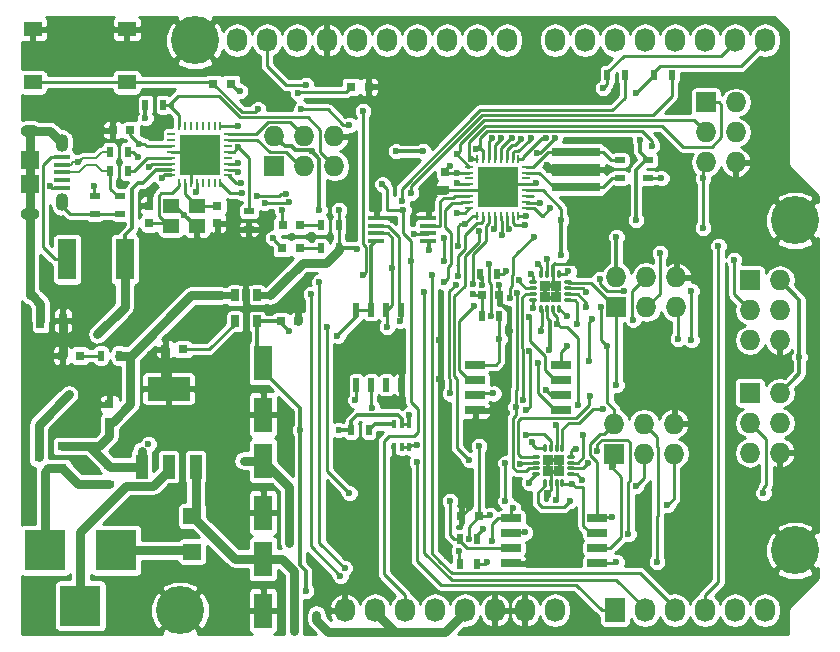
<source format=gtl>
G04 #@! TF.FileFunction,Copper,L1,Top,Signal*
%FSLAX46Y46*%
G04 Gerber Fmt 4.6, Leading zero omitted, Abs format (unit mm)*
G04 Created by KiCad (PCBNEW 4.0.2-stable) date Fri 17 Jun 2016 01:05:29 PM EDT*
%MOMM*%
G01*
G04 APERTURE LIST*
%ADD10C,0.100000*%
%ADD11R,0.700000X0.250000*%
%ADD12R,0.250000X0.700000*%
%ADD13R,1.725000X1.725000*%
%ADD14C,4.064000*%
%ADD15C,0.600000*%
%ADD16R,0.750000X0.800000*%
%ADD17R,0.500000X0.900000*%
%ADD18R,1.727200X1.727200*%
%ADD19O,1.727200X1.727200*%
%ADD20O,0.750000X0.300000*%
%ADD21O,0.300000X0.750000*%
%ADD22R,0.900000X0.900000*%
%ADD23R,1.727200X2.032000*%
%ADD24O,1.727200X2.032000*%
%ADD25R,1.400000X1.200000*%
%ADD26R,0.797560X0.797560*%
%ADD27R,4.100000X0.700000*%
%ADD28R,4.100000X1.000000*%
%ADD29R,0.900000X0.500000*%
%ADD30R,0.800000X0.750000*%
%ADD31R,1.600200X2.999740*%
%ADD32R,3.500120X3.500120*%
%ADD33R,1.600000X1.400000*%
%ADD34R,1.600000X3.500000*%
%ADD35R,0.700000X1.300000*%
%ADD36O,1.600000X1.000000*%
%ADD37R,1.350000X0.400000*%
%ADD38O,1.100000X1.500000*%
%ADD39R,1.500000X1.550000*%
%ADD40R,0.800100X0.800100*%
%ADD41R,1.550000X1.300000*%
%ADD42R,0.508000X1.143000*%
%ADD43R,1.700000X0.650000*%
%ADD44R,1.450000X0.450000*%
%ADD45R,3.657600X2.032000*%
%ADD46R,1.016000X2.032000*%
%ADD47R,0.650000X1.060000*%
%ADD48R,0.398780X0.749300*%
%ADD49C,0.250000*%
%ADD50C,0.300000*%
%ADD51C,0.600000*%
%ADD52C,0.800000*%
%ADD53C,0.200000*%
%ADD54C,0.254000*%
G04 APERTURE END LIST*
D10*
D11*
X154276000Y-89760000D03*
X154276000Y-89260000D03*
X154276000Y-88760000D03*
X154276000Y-88260000D03*
X154276000Y-87760000D03*
X154276000Y-87260000D03*
X154276000Y-86760000D03*
X154276000Y-86260000D03*
D12*
X153626000Y-85610000D03*
X153126000Y-85610000D03*
X152626000Y-85610000D03*
X152126000Y-85610000D03*
X151626000Y-85610000D03*
X151126000Y-85610000D03*
X150626000Y-85610000D03*
X150126000Y-85610000D03*
D11*
X149476000Y-86260000D03*
X149476000Y-86760000D03*
X149476000Y-87260000D03*
X149476000Y-87760000D03*
X149476000Y-88260000D03*
X149476000Y-88760000D03*
X149476000Y-89260000D03*
X149476000Y-89760000D03*
D12*
X150126000Y-90410000D03*
X150626000Y-90410000D03*
X151126000Y-90410000D03*
X151626000Y-90410000D03*
X152126000Y-90410000D03*
X152626000Y-90410000D03*
X153126000Y-90410000D03*
X153626000Y-90410000D03*
D13*
X151013500Y-87147500D03*
X151013500Y-88872500D03*
X152738500Y-87147500D03*
X152738500Y-88872500D03*
D14*
X177038000Y-118745000D03*
D15*
X125890500Y-86232500D03*
X127762000Y-86233000D03*
X127762000Y-84395000D03*
X125778000Y-84395000D03*
D16*
X147447000Y-86753000D03*
X147447000Y-88253000D03*
D17*
X139448000Y-108565000D03*
X140948000Y-108565000D03*
D18*
X161918000Y-98165000D03*
D19*
X161918000Y-95625000D03*
X164458000Y-98165000D03*
X164458000Y-95625000D03*
X166998000Y-98165000D03*
X166998000Y-95625000D03*
D20*
X157798000Y-97565000D03*
X157798000Y-97065000D03*
X157798000Y-96565000D03*
X157798000Y-96065000D03*
D21*
X157073000Y-95340000D03*
X156573000Y-95340000D03*
X156073000Y-95340000D03*
X155573000Y-95340000D03*
D20*
X154848000Y-96065000D03*
X154848000Y-96565000D03*
X154848000Y-97065000D03*
X154848000Y-97565000D03*
D21*
X155573000Y-98290000D03*
X156073000Y-98290000D03*
X156573000Y-98290000D03*
X157073000Y-98290000D03*
D22*
X155873000Y-96365000D03*
X155873000Y-97265000D03*
X156773000Y-96365000D03*
X156773000Y-97265000D03*
D23*
X161798000Y-123825000D03*
D24*
X164338000Y-123825000D03*
X166878000Y-123825000D03*
X169418000Y-123825000D03*
X171958000Y-123825000D03*
X174498000Y-123825000D03*
D18*
X169498000Y-80825000D03*
D19*
X172038000Y-80825000D03*
X169498000Y-83365000D03*
X172038000Y-83365000D03*
X169498000Y-85905000D03*
X172038000Y-85905000D03*
D18*
X161718000Y-110565000D03*
D19*
X161718000Y-108025000D03*
X164258000Y-110565000D03*
X164258000Y-108025000D03*
X166798000Y-110565000D03*
X166798000Y-108025000D03*
D18*
X132969000Y-86233000D03*
D19*
X132969000Y-83693000D03*
X135509000Y-86233000D03*
X135509000Y-83693000D03*
X138049000Y-86233000D03*
X138049000Y-83693000D03*
D25*
X124208000Y-89578000D03*
X124208000Y-91278000D03*
X126408000Y-89578000D03*
X126408000Y-91278000D03*
D26*
X135160000Y-91239000D03*
X133661400Y-91239000D03*
D20*
X155123000Y-110815000D03*
X155123000Y-111315000D03*
X155123000Y-111815000D03*
X155123000Y-112315000D03*
D21*
X155848000Y-113040000D03*
X156348000Y-113040000D03*
X156848000Y-113040000D03*
X157348000Y-113040000D03*
D20*
X158073000Y-112315000D03*
X158073000Y-111815000D03*
X158073000Y-111315000D03*
X158073000Y-110815000D03*
D21*
X157348000Y-110090000D03*
X156848000Y-110090000D03*
X156348000Y-110090000D03*
X155848000Y-110090000D03*
D22*
X157048000Y-112015000D03*
X157048000Y-111115000D03*
X156148000Y-112015000D03*
X156148000Y-111115000D03*
D17*
X120548000Y-86665000D03*
X119048000Y-86665000D03*
D27*
X158498000Y-88015000D03*
X158498000Y-85015000D03*
D28*
X158498000Y-86515000D03*
D29*
X162198000Y-87215000D03*
X162198000Y-85715000D03*
D14*
X177038000Y-90805000D03*
D24*
X138938000Y-123825000D03*
X141478000Y-123825000D03*
X144018000Y-123825000D03*
X146558000Y-123825000D03*
X149098000Y-123825000D03*
X151638000Y-123825000D03*
X154178000Y-123825000D03*
X156718000Y-123825000D03*
X174498000Y-75565000D03*
X171958000Y-75565000D03*
X169418000Y-75565000D03*
X166878000Y-75565000D03*
X164338000Y-75565000D03*
X161798000Y-75565000D03*
X159258000Y-75565000D03*
X156718000Y-75565000D03*
D30*
X125210000Y-101727000D03*
X123710000Y-101727000D03*
D16*
X122386000Y-91061000D03*
X122386000Y-89561000D03*
X118998000Y-107865000D03*
X118998000Y-106365000D03*
D30*
X120765000Y-83185000D03*
X119265000Y-83185000D03*
D16*
X128136000Y-89561000D03*
X128136000Y-91061000D03*
D31*
X131998000Y-111165360D03*
X131998000Y-115564640D03*
D30*
X133498000Y-99365000D03*
X134998000Y-99365000D03*
X139458000Y-79502000D03*
X140958000Y-79502000D03*
X127774000Y-79248000D03*
X129274000Y-79248000D03*
D31*
X131998000Y-119465720D03*
X131998000Y-123865000D03*
X131998000Y-102870000D03*
X131998000Y-107269280D03*
D30*
X150298000Y-115846000D03*
X148798000Y-115846000D03*
X150498000Y-97115000D03*
X151998000Y-97115000D03*
D32*
X119537480Y-118745000D03*
X113538000Y-118745000D03*
X116537740Y-123444000D03*
D33*
X125998000Y-115848000D03*
X125998000Y-118848000D03*
D26*
X116487000Y-102254000D03*
X114988400Y-102254000D03*
X135109300Y-93139000D03*
X133610700Y-93139000D03*
D34*
X115417600Y-94107000D03*
X120294400Y-94107000D03*
D35*
X113157000Y-99314000D03*
X115057000Y-99314000D03*
D36*
X112268000Y-90241000D03*
D37*
X114974500Y-85441000D03*
X114974500Y-86091000D03*
X114974500Y-86740100D03*
X114974500Y-87391000D03*
X114974500Y-88041000D03*
D38*
X114968000Y-84241000D03*
X114968000Y-89241000D03*
D36*
X112268000Y-83241000D03*
D39*
X112268000Y-85741000D03*
X112268000Y-87741000D03*
D40*
X114998760Y-111815000D03*
X114998760Y-109915000D03*
X112999780Y-110865000D03*
D29*
X118998000Y-111615000D03*
X118998000Y-113115000D03*
D17*
X119048000Y-85015000D03*
X120548000Y-85015000D03*
X122047000Y-81026000D03*
X123547000Y-81026000D03*
X162663000Y-78486000D03*
X161163000Y-78486000D03*
X165112000Y-78486000D03*
X166612000Y-78486000D03*
D29*
X130810000Y-90055000D03*
X130810000Y-91555000D03*
D17*
X150348000Y-95365000D03*
X151848000Y-95365000D03*
X118302000Y-102254000D03*
X119802000Y-102254000D03*
X138410000Y-93139000D03*
X136910000Y-93139000D03*
X138410000Y-91239000D03*
X136910000Y-91239000D03*
X150507000Y-98933000D03*
X152007000Y-98933000D03*
X150148000Y-117765000D03*
X148648000Y-117765000D03*
X148648000Y-119865000D03*
X150148000Y-119865000D03*
D29*
X164592000Y-85737000D03*
X164592000Y-87237000D03*
D41*
X120473000Y-74615000D03*
X120473000Y-79115000D03*
X112523000Y-79115000D03*
X112523000Y-74615000D03*
D42*
X139893000Y-98390000D03*
X141163000Y-98390000D03*
X142433000Y-98390000D03*
X143703000Y-98390000D03*
X143703000Y-104740000D03*
X142433000Y-104740000D03*
X141163000Y-104740000D03*
X139893000Y-104740000D03*
D43*
X149948000Y-103060000D03*
X149948000Y-104330000D03*
X149948000Y-105600000D03*
X149948000Y-106870000D03*
X157248000Y-106870000D03*
X157248000Y-105600000D03*
X157248000Y-104330000D03*
X157248000Y-103060000D03*
D44*
X145998000Y-92565000D03*
X145998000Y-91915000D03*
X145998000Y-91265000D03*
X145998000Y-90615000D03*
X141598000Y-90615000D03*
X141598000Y-91265000D03*
X141598000Y-91915000D03*
X141598000Y-92565000D03*
D43*
X152998000Y-116025000D03*
X152998000Y-117295000D03*
X152998000Y-118565000D03*
X152998000Y-119835000D03*
X160298000Y-119835000D03*
X160298000Y-118565000D03*
X160298000Y-117295000D03*
X160298000Y-116025000D03*
D29*
X117748000Y-88765000D03*
X117748000Y-90265000D03*
X119898000Y-88765000D03*
X119898000Y-90265000D03*
D24*
X152654000Y-75565000D03*
X150114000Y-75565000D03*
X147574000Y-75565000D03*
X145034000Y-75565000D03*
X142494000Y-75565000D03*
X139954000Y-75565000D03*
X137414000Y-75565000D03*
X134874000Y-75565000D03*
X132334000Y-75565000D03*
X129794000Y-75565000D03*
D18*
X173228000Y-105410000D03*
D19*
X175768000Y-105410000D03*
X173228000Y-107950000D03*
X175768000Y-107950000D03*
X173228000Y-110490000D03*
X175768000Y-110490000D03*
D18*
X173228000Y-95885000D03*
D19*
X175768000Y-95885000D03*
X173228000Y-98425000D03*
X175768000Y-98425000D03*
X173228000Y-100965000D03*
X175768000Y-100965000D03*
D14*
X126238000Y-75565000D03*
X124968000Y-123825000D03*
D45*
X123998000Y-105063000D03*
D46*
X123998000Y-111667000D03*
X126284000Y-111667000D03*
X121712000Y-111667000D03*
D47*
X131498000Y-97165000D03*
X130548000Y-97165000D03*
X129598000Y-97165000D03*
X129598000Y-99365000D03*
X131498000Y-99365000D03*
D48*
X143097520Y-109965000D03*
X143747760Y-109965000D03*
X144398000Y-109965000D03*
X144398000Y-108065080D03*
X143747760Y-108065080D03*
X143097520Y-108065080D03*
D12*
X124890500Y-87657500D03*
X125390500Y-87657500D03*
X125890500Y-87657500D03*
X126390500Y-87657500D03*
X126890500Y-87657500D03*
X127390500Y-87657500D03*
X127890500Y-87657500D03*
X128390500Y-87657500D03*
D11*
X129040500Y-87007500D03*
X129040500Y-86507500D03*
X129040500Y-86007500D03*
X129040500Y-85507500D03*
X129040500Y-85007500D03*
X129040500Y-84507500D03*
X129040500Y-84007500D03*
X129040500Y-83507500D03*
D12*
X128390500Y-82857500D03*
X127890500Y-82857500D03*
X127390500Y-82857500D03*
X126890500Y-82857500D03*
X126390500Y-82857500D03*
X125890500Y-82857500D03*
X125390500Y-82857500D03*
X124890500Y-82857500D03*
D11*
X124240500Y-83507500D03*
X124240500Y-84007500D03*
X124240500Y-84507500D03*
X124240500Y-85007500D03*
X124240500Y-85507500D03*
X124240500Y-86007500D03*
X124240500Y-86507500D03*
X124240500Y-87007500D03*
D13*
X127503000Y-84395000D03*
X125778000Y-84395000D03*
X127503000Y-86120000D03*
X125778000Y-86120000D03*
D15*
X143002000Y-81661000D03*
X137414000Y-78105000D03*
X118110000Y-75057000D03*
X115062000Y-75057000D03*
X115062000Y-78105000D03*
X118110000Y-78105000D03*
X115062000Y-81153000D03*
X118110000Y-81153000D03*
X117602000Y-84328000D03*
X117983000Y-92075000D03*
X117094000Y-97790000D03*
X112903000Y-101600000D03*
X112903000Y-104775000D03*
X117348000Y-106680000D03*
X115443000Y-108585000D03*
X122174000Y-107061000D03*
X123190000Y-107061000D03*
X124206000Y-107061000D03*
X125222000Y-107061000D03*
X126238000Y-107061000D03*
X122174000Y-108077000D03*
X123190000Y-108077000D03*
X124206000Y-108077000D03*
X125222000Y-108077000D03*
X126238000Y-108077000D03*
X124206000Y-109093000D03*
X125222000Y-109093000D03*
X126238000Y-109093000D03*
X120650000Y-115697000D03*
X123698000Y-115697000D03*
X112014000Y-113157000D03*
X129413000Y-115570000D03*
X129413000Y-107950000D03*
X140843000Y-110617000D03*
X138938000Y-110617000D03*
X140970000Y-112649000D03*
X140970000Y-115189000D03*
X138430000Y-115189000D03*
X143510000Y-115189000D03*
X143510000Y-111633000D03*
X143510000Y-117729000D03*
X138430000Y-117729000D03*
X147828000Y-112395000D03*
X147193000Y-108585000D03*
X151638000Y-108585000D03*
X152273000Y-104140000D03*
X146939000Y-104267000D03*
X143383000Y-101600000D03*
X140208000Y-101600000D03*
X131318000Y-94615000D03*
X128143000Y-94615000D03*
X123698000Y-95885000D03*
X123698000Y-93726000D03*
X121793000Y-99060000D03*
X124968000Y-100330000D03*
X129413000Y-102235000D03*
X128143000Y-99060000D03*
X129286000Y-90297000D03*
X112903000Y-121920000D03*
X112903000Y-125095000D03*
X120523000Y-125095000D03*
X120523000Y-121920000D03*
X129413000Y-121285000D03*
X129413000Y-125095000D03*
X136398000Y-120015000D03*
X146050000Y-121920000D03*
X156718000Y-118745000D03*
X168402000Y-119253000D03*
X168402000Y-115697000D03*
X168910000Y-109601000D03*
X178562000Y-111125000D03*
X172974000Y-115697000D03*
X139446000Y-84201000D03*
X141986000Y-84201000D03*
X152146000Y-80137000D03*
X155194000Y-78105000D03*
X154686000Y-74041000D03*
X170942000Y-78613000D03*
X175514000Y-78613000D03*
X160782000Y-89535000D03*
X166878000Y-85725000D03*
X166878000Y-89789000D03*
X172466000Y-89281000D03*
X169418000Y-95377000D03*
X169418000Y-98425000D03*
X178562000Y-97409000D03*
X178562000Y-104521000D03*
X174498000Y-104013000D03*
X168402000Y-104013000D03*
X163322000Y-104013000D03*
X146939000Y-100965000D03*
X172974000Y-119253000D03*
X158750000Y-123825000D03*
X159766000Y-125349000D03*
X119126000Y-104521000D03*
X123698000Y-82169000D03*
X163322000Y-85725000D03*
X145550509Y-84954491D03*
X143256000Y-84963000D03*
X136144000Y-84963000D03*
X147828000Y-86233000D03*
X163576000Y-90805000D03*
X157226000Y-90805000D03*
X157226000Y-93726000D03*
X126365000Y-97165000D03*
X122047000Y-82169000D03*
X133731000Y-96057000D03*
X127508000Y-97165000D03*
X136779000Y-89916000D03*
X138430000Y-89916000D03*
X146050000Y-93345000D03*
X139987980Y-93218000D03*
X136525000Y-124206000D03*
X134239000Y-118110000D03*
X126365000Y-88392000D03*
X148463000Y-86760000D03*
X123444000Y-87249000D03*
X121712000Y-110317000D03*
X122301000Y-109728000D03*
X122301000Y-109728000D03*
X163905436Y-84022436D03*
X130348000Y-111165000D03*
X125279838Y-90346164D03*
X122428000Y-88392000D03*
X153416000Y-113411000D03*
X156083000Y-113919000D03*
X113938020Y-87884000D03*
X152019000Y-96275002D03*
X150555674Y-96279998D03*
X159639000Y-94869000D03*
X156083000Y-86106000D03*
X155120202Y-87674990D03*
X141478000Y-89857646D03*
X139446000Y-89857646D03*
X143002000Y-90805000D03*
X152908000Y-100203000D03*
X139791389Y-86741000D03*
X143510000Y-86741000D03*
X146050000Y-88265000D03*
X149479000Y-115189000D03*
X150622000Y-116967000D03*
X134957464Y-80053536D03*
X148463000Y-87630000D03*
X154286931Y-106894991D03*
X144399000Y-107255020D03*
X177419000Y-102362000D03*
X135128000Y-108585000D03*
X154559000Y-101854000D03*
X156242594Y-101821406D03*
X135636000Y-122174000D03*
X138430000Y-108585000D03*
X138303000Y-100584000D03*
X134239000Y-100203000D03*
X156845000Y-108145011D03*
X121539000Y-84328000D03*
X152199310Y-92020512D03*
X147320000Y-92329000D03*
X142113000Y-87757000D03*
X169231010Y-91440000D03*
X143891000Y-89916000D03*
X147320000Y-94212989D03*
X144526000Y-94212989D03*
X165735000Y-87249000D03*
X169231010Y-87249000D03*
X131572000Y-81407000D03*
X130048000Y-79883000D03*
X129921000Y-84632510D03*
X134620000Y-125603000D03*
X160594398Y-98171000D03*
X161925000Y-92202000D03*
X154940000Y-92202009D03*
X152908000Y-97409000D03*
X161163000Y-101473000D03*
X157734000Y-101473000D03*
X149800020Y-97028000D03*
X145034000Y-109855000D03*
X150298000Y-109925000D03*
X161544000Y-115951000D03*
X148581051Y-118781949D03*
X149398000Y-117765000D03*
X151198000Y-115765000D03*
X132842000Y-92329000D03*
X129921000Y-86741000D03*
X133604000Y-89916000D03*
X129852042Y-85943064D03*
X115570000Y-105537000D03*
X117983000Y-100457000D03*
X129921000Y-82804000D03*
X158623000Y-99627990D03*
X157861000Y-95112991D03*
X171890999Y-94174001D03*
X155575000Y-100203000D03*
X168271332Y-96777668D03*
X162563613Y-96780467D03*
X160528000Y-95758000D03*
X168275000Y-100965000D03*
X154686000Y-95377000D03*
X161918000Y-104768000D03*
X155956000Y-105156000D03*
X155321000Y-94488000D03*
X154548798Y-98955691D03*
X151296998Y-98871999D03*
X165608000Y-93588991D03*
X151130000Y-94488000D03*
X157734000Y-98933000D03*
X163322000Y-99217980D03*
X159868012Y-99187000D03*
X159639000Y-102743000D03*
X155321000Y-102870000D03*
X152007000Y-100838000D03*
X167132000Y-100838000D03*
X159644167Y-105658833D03*
X161529927Y-111723981D03*
X154559000Y-113030000D03*
X149606000Y-85610000D03*
X153116135Y-83799019D03*
X152144171Y-83818171D03*
X151384172Y-83820366D03*
X164924399Y-84503601D03*
X150031290Y-84753290D03*
X148393501Y-85224829D03*
X146304000Y-95426990D03*
X135636000Y-79367107D03*
X140462000Y-95426981D03*
X140462000Y-81569379D03*
X148466050Y-95504359D03*
X148490011Y-92961002D03*
X149126685Y-91144194D03*
X135241915Y-81410988D03*
X139319000Y-82729399D03*
X170561000Y-93001998D03*
X151560990Y-91567000D03*
X150255505Y-91708505D03*
X149479000Y-111125000D03*
X145034000Y-111252000D03*
X145669000Y-96901000D03*
X149800001Y-96198999D03*
X148463000Y-90170000D03*
X144780000Y-91948000D03*
X138557000Y-120904000D03*
X136058011Y-97069011D03*
X147320000Y-96011991D03*
X138896883Y-120224234D03*
X136779000Y-96012000D03*
X152841031Y-91552359D03*
X163576000Y-80010000D03*
X156704335Y-83806335D03*
X160782000Y-79629000D03*
X154178000Y-91186000D03*
X155194000Y-85090000D03*
X154305000Y-90424000D03*
X156337000Y-89789000D03*
X155478880Y-89308032D03*
X155923060Y-83805772D03*
X154686000Y-83799020D03*
X153870270Y-83893270D03*
X134239000Y-89281000D03*
X132174336Y-89313664D03*
X143764000Y-89141197D03*
X130184991Y-88464022D03*
X144521438Y-88495338D03*
X133957194Y-88556187D03*
X131511052Y-88706948D03*
X130172433Y-87664119D03*
X152576990Y-95123000D03*
X159385000Y-98171000D03*
X153698831Y-95825485D03*
X148313482Y-96248890D03*
X151511000Y-105459990D03*
X147837969Y-105459990D03*
X159512551Y-111365283D03*
X147828000Y-114554000D03*
X152527000Y-114554000D03*
X152527000Y-111379000D03*
X153775550Y-111435797D03*
X166243000Y-114935000D03*
X153162000Y-115189000D03*
X151398000Y-117939990D03*
X150998000Y-119765000D03*
X142926991Y-94841971D03*
X156083000Y-94107000D03*
X142494000Y-99822000D03*
X137414000Y-99822000D03*
X139319000Y-113919000D03*
X156845000Y-114494010D03*
X156902070Y-99562304D03*
X143637000Y-99314000D03*
X154232313Y-108999313D03*
X158695170Y-106462167D03*
X153513775Y-96950046D03*
X159374991Y-96901000D03*
X153386919Y-106630010D03*
X141224000Y-106670010D03*
X153971929Y-106045000D03*
X159131000Y-108966000D03*
X139827000Y-106045000D03*
X149860000Y-98044000D03*
X154827919Y-98248801D03*
X158496000Y-110140010D03*
X162941000Y-117348000D03*
X154176724Y-117236720D03*
X160274000Y-110363000D03*
X161925000Y-119750991D03*
X165354000Y-119750991D03*
X154798000Y-109565000D03*
X163576000Y-113284000D03*
X158198000Y-113115000D03*
X157988000Y-114554000D03*
X174371000Y-113919000D03*
X159004000Y-112776000D03*
X160786399Y-106811399D03*
X117729000Y-87884000D03*
X116371237Y-85853642D03*
X122329864Y-86267034D03*
X121422990Y-85406112D03*
D49*
X155445052Y-88260000D02*
X155673802Y-88260000D01*
X155673802Y-88260000D02*
X157226000Y-89812198D01*
X157226000Y-89812198D02*
X157226000Y-90380736D01*
X157226000Y-90380736D02*
X157226000Y-90805000D01*
D50*
X143256000Y-84963000D02*
X145542000Y-84963000D01*
X145542000Y-84963000D02*
X145550509Y-84954491D01*
X136144000Y-84963000D02*
X136779000Y-85598000D01*
X136779000Y-85598000D02*
X136779000Y-85780870D01*
X134733655Y-84856601D02*
X134743655Y-84866601D01*
X134743655Y-84866601D02*
X136047601Y-84866601D01*
X136047601Y-84866601D02*
X136144000Y-84963000D01*
D51*
X132623000Y-97165000D02*
X131498000Y-97165000D01*
X128473000Y-97165000D02*
X129598000Y-97165000D01*
D50*
X147447000Y-86753000D02*
X147447000Y-86614000D01*
X147447000Y-86614000D02*
X147828000Y-86233000D01*
X136779000Y-89916000D02*
X136779000Y-85780870D01*
X134733655Y-84856601D02*
X134433653Y-84556599D01*
X134433653Y-84556599D02*
X133832599Y-84556599D01*
X133832599Y-84556599D02*
X132969000Y-83693000D01*
X164084000Y-85229000D02*
X164592000Y-85737000D01*
X163905436Y-85050436D02*
X164084000Y-85229000D01*
X163896000Y-86233000D02*
X164084000Y-86045000D01*
X164084000Y-86045000D02*
X164392000Y-85737000D01*
X163905436Y-84022436D02*
X163905436Y-85050436D01*
X163796552Y-83913552D02*
X163905436Y-84022436D01*
X163576000Y-86553000D02*
X163896000Y-86233000D01*
X163905436Y-86223564D02*
X163896000Y-86233000D01*
X163576000Y-90805000D02*
X163576000Y-86553000D01*
X164392000Y-85737000D02*
X164592000Y-85737000D01*
X157226000Y-93726000D02*
X157226000Y-90805000D01*
D52*
X120777000Y-106351002D02*
X120777000Y-102329000D01*
X120777000Y-102329000D02*
X120852000Y-102254000D01*
X118998000Y-107865000D02*
X119263002Y-107865000D01*
X119263002Y-107865000D02*
X120777000Y-106351002D01*
X125941000Y-97165000D02*
X126365000Y-97165000D01*
X126365000Y-97165000D02*
X127508000Y-97165000D01*
D50*
X122047000Y-82169000D02*
X122047000Y-81026000D01*
D52*
X132623000Y-97165000D02*
X133731000Y-96057000D01*
X133731000Y-96057000D02*
X135399000Y-94389000D01*
X127508000Y-97165000D02*
X128473000Y-97165000D01*
D49*
X138430000Y-89916000D02*
X138430000Y-91219000D01*
X138430000Y-91219000D02*
X138410000Y-91239000D01*
D50*
X146050000Y-93345000D02*
X146050000Y-92617000D01*
X146050000Y-92617000D02*
X145998000Y-92565000D01*
X138410000Y-93139000D02*
X139908980Y-93139000D01*
X139908980Y-93139000D02*
X139987980Y-93218000D01*
D52*
X136525000Y-124206000D02*
X136525000Y-124630264D01*
X136525000Y-124630264D02*
X137535736Y-125641000D01*
X137535736Y-125641000D02*
X143141600Y-125641000D01*
X131998000Y-111165360D02*
X134239000Y-113406360D01*
X134239000Y-113406360D02*
X134239000Y-118110000D01*
D49*
X126390500Y-87657500D02*
X126390500Y-88366500D01*
X126390500Y-88366500D02*
X126365000Y-88392000D01*
X148336000Y-86760000D02*
X147454000Y-86760000D01*
X149476000Y-86760000D02*
X148336000Y-86760000D01*
X148336000Y-86760000D02*
X148463000Y-86760000D01*
D50*
X124240500Y-87007500D02*
X123685500Y-87007500D01*
X123685500Y-87007500D02*
X123444000Y-87249000D01*
D52*
X137360000Y-94389000D02*
X138410000Y-93339000D01*
X135399000Y-94389000D02*
X137360000Y-94389000D01*
X138410000Y-93339000D02*
X138410000Y-93139000D01*
X119802000Y-102254000D02*
X120852000Y-102254000D01*
X120852000Y-102254000D02*
X125941000Y-97165000D01*
X121712000Y-111667000D02*
X121712000Y-110317000D01*
X121712000Y-111667000D02*
X119050000Y-111667000D01*
X119050000Y-111667000D02*
X118998000Y-111615000D01*
D49*
X154276000Y-88260000D02*
X155445052Y-88260000D01*
D52*
X118998000Y-107865000D02*
X118998000Y-109065000D01*
X118148000Y-109915000D02*
X117298000Y-109915000D01*
X118998000Y-109065000D02*
X118148000Y-109915000D01*
D49*
X138410000Y-91239000D02*
X138410000Y-93139000D01*
D52*
X130348000Y-111165000D02*
X131997640Y-111165000D01*
X131997640Y-111165000D02*
X131998000Y-111165360D01*
D49*
X147454000Y-86760000D02*
X147447000Y-86753000D01*
D52*
X149098000Y-123825000D02*
X149098000Y-123977400D01*
X149098000Y-123977400D02*
X147434400Y-125641000D01*
X147434400Y-125641000D02*
X143141600Y-125641000D01*
X143141600Y-125641000D02*
X141478000Y-123977400D01*
X141478000Y-123977400D02*
X141478000Y-123825000D01*
X141478000Y-123444540D02*
X141478000Y-123825000D01*
X114998760Y-109915000D02*
X117298000Y-109915000D01*
X117298000Y-109915000D02*
X118998000Y-111615000D01*
D50*
X125279838Y-90346164D02*
X126308000Y-91278000D01*
D49*
X124208000Y-89578000D02*
X124511674Y-89578000D01*
X124511674Y-89578000D02*
X125279838Y-90346164D01*
X122386000Y-89561000D02*
X122386000Y-88434000D01*
X122386000Y-88434000D02*
X122428000Y-88392000D01*
X143097520Y-109965000D02*
X143097520Y-111220520D01*
X143097520Y-111220520D02*
X143510000Y-111633000D01*
X156348000Y-113040000D02*
X156348000Y-113654000D01*
X156348000Y-113654000D02*
X156083000Y-113919000D01*
X156148000Y-111115000D02*
X156148000Y-112015000D01*
X114974500Y-88041000D02*
X114095020Y-88041000D01*
X114095020Y-88041000D02*
X113938020Y-87884000D01*
X152908000Y-123668600D02*
X152908000Y-122936000D01*
X154178000Y-123825000D02*
X153064400Y-123825000D01*
X153064400Y-123825000D02*
X152908000Y-123668600D01*
X152908000Y-123825000D02*
X152908000Y-124587000D01*
X151638000Y-123825000D02*
X152908000Y-123825000D01*
X152019000Y-96275002D02*
X152019000Y-97094000D01*
X152019000Y-97094000D02*
X151998000Y-97115000D01*
X150348000Y-95365000D02*
X150555674Y-95572674D01*
X150555674Y-95572674D02*
X150555674Y-96279998D01*
X150348000Y-95365000D02*
X150348000Y-95749011D01*
X156715001Y-94522999D02*
X159292999Y-94522999D01*
X159292999Y-94522999D02*
X159639000Y-94869000D01*
D51*
X158498000Y-86515000D02*
X156492000Y-86515000D01*
X156492000Y-86515000D02*
X156083000Y-86106000D01*
D49*
X154884389Y-87760000D02*
X155035192Y-87760000D01*
X155035192Y-87760000D02*
X155120202Y-87674990D01*
X141478000Y-89857646D02*
X141478000Y-90495000D01*
X141478000Y-90495000D02*
X141598000Y-90615000D01*
D51*
X134998000Y-98295000D02*
X134998000Y-99365000D01*
X130548000Y-97165000D02*
X130548000Y-97898002D01*
X130548000Y-97898002D02*
X130866997Y-98216999D01*
X130866997Y-98216999D02*
X134320001Y-98216999D01*
D49*
X141598000Y-90615000D02*
X142812000Y-90615000D01*
X142812000Y-90615000D02*
X143002000Y-90805000D01*
X146050000Y-88265000D02*
X146050000Y-90563000D01*
X146050000Y-90563000D02*
X145998000Y-90615000D01*
X151998000Y-97115000D02*
X151998000Y-97740000D01*
X151998000Y-97740000D02*
X152908000Y-98650000D01*
X152908000Y-98650000D02*
X152908000Y-100203000D01*
X150348000Y-95365000D02*
X150348000Y-95739011D01*
D50*
X126308000Y-91278000D02*
X126408000Y-91278000D01*
D52*
X147447000Y-88253000D02*
X146062000Y-88253000D01*
X146062000Y-88253000D02*
X146050000Y-88265000D01*
D49*
X125778000Y-86120000D02*
X125778000Y-84395000D01*
X127503000Y-86120000D02*
X125778000Y-86120000D01*
X127503000Y-84395000D02*
X127503000Y-86120000D01*
D50*
X156573000Y-95340000D02*
X156573000Y-94665000D01*
X156573000Y-94665000D02*
X156715001Y-94522999D01*
D49*
X147447000Y-88253000D02*
X149469000Y-88253000D01*
X149469000Y-88253000D02*
X149476000Y-88260000D01*
D52*
X134998000Y-99099998D02*
X134998000Y-99365000D01*
X123710000Y-101727000D02*
X123710000Y-104775000D01*
X123710000Y-104775000D02*
X123998000Y-105063000D01*
X115057000Y-99314000D02*
X115057000Y-102185400D01*
X115057000Y-102185400D02*
X114988400Y-102254000D01*
D49*
X156148000Y-111115000D02*
X157048000Y-111115000D01*
X157048000Y-112015000D02*
X157048000Y-111115000D01*
X156148000Y-112015000D02*
X157048000Y-112015000D01*
X156348000Y-113040000D02*
X156348000Y-112215000D01*
X156348000Y-112215000D02*
X156148000Y-112015000D01*
X151638000Y-123825000D02*
X151892000Y-123825000D01*
X154276000Y-87760000D02*
X154884389Y-87760000D01*
D52*
X158470000Y-86487000D02*
X158498000Y-86515000D01*
D49*
X156773000Y-96365000D02*
X156773000Y-97265000D01*
X155873000Y-96365000D02*
X156773000Y-96365000D01*
X156773000Y-97265000D02*
X155873000Y-97265000D01*
X155873000Y-96365000D02*
X155873000Y-97265000D01*
X156573000Y-95340000D02*
X156573000Y-96165000D01*
X156573000Y-96165000D02*
X156773000Y-96365000D01*
X148798000Y-115846000D02*
X148822000Y-115846000D01*
X148822000Y-115846000D02*
X149479000Y-115189000D01*
X150148000Y-117765000D02*
X150148000Y-117441000D01*
X150148000Y-117441000D02*
X150622000Y-116967000D01*
X124240500Y-85007500D02*
X125165500Y-85007500D01*
X125890500Y-87657500D02*
X125890500Y-86232500D01*
X125890500Y-86232500D02*
X125778000Y-86120000D01*
X125778000Y-84395000D02*
X127503000Y-84395000D01*
X125165500Y-85007500D02*
X125778000Y-84395000D01*
X114499500Y-88041000D02*
X114974500Y-88041000D01*
X151013500Y-87147500D02*
X152738500Y-87147500D01*
X152738500Y-88872500D02*
X152738500Y-87147500D01*
X151013500Y-88872500D02*
X152738500Y-88872500D01*
X151013500Y-88872500D02*
X151013500Y-87147500D01*
X149476000Y-88260000D02*
X150401000Y-88260000D01*
X150401000Y-88260000D02*
X151013500Y-88872500D01*
X152738500Y-87147500D02*
X153351000Y-87760000D01*
X153351000Y-87760000D02*
X154276000Y-87760000D01*
X134957464Y-80053536D02*
X135058892Y-79952108D01*
X135058892Y-79952108D02*
X139007892Y-79952108D01*
X139007892Y-79952108D02*
X139458000Y-79502000D01*
X149476000Y-87760000D02*
X148593000Y-87760000D01*
X148593000Y-87760000D02*
X148463000Y-87630000D01*
D50*
X139448000Y-108565000D02*
X139448000Y-107815000D01*
X139448000Y-107815000D02*
X139982990Y-107280011D01*
X143426493Y-107280011D02*
X143764000Y-107617518D01*
X139982990Y-107280011D02*
X143426493Y-107280011D01*
X143764000Y-107617518D02*
X143764000Y-108048840D01*
X143764000Y-108048840D02*
X143747760Y-108065080D01*
X144398000Y-108065080D02*
X144398000Y-107256020D01*
X144398000Y-107256020D02*
X144399000Y-107255020D01*
X177419000Y-102235000D02*
X177419000Y-103759000D01*
X177419000Y-97536000D02*
X177419000Y-102235000D01*
X177419000Y-102235000D02*
X177419000Y-102362000D01*
X175768000Y-95885000D02*
X177419000Y-97536000D01*
X177419000Y-103759000D02*
X176931601Y-104246399D01*
X176931601Y-104246399D02*
X175768000Y-105410000D01*
X135128000Y-108585000D02*
X135128000Y-106699770D01*
X135128000Y-106699770D02*
X131998000Y-103569770D01*
X131998000Y-103569770D02*
X131998000Y-102870000D01*
X135636000Y-122174000D02*
X135636000Y-120499515D01*
X135636000Y-120499515D02*
X135128000Y-119991515D01*
X135128000Y-119991515D02*
X135128000Y-108585000D01*
D49*
X143747760Y-108065080D02*
X144398000Y-108065080D01*
X154286931Y-106894991D02*
X154586930Y-106594992D01*
X154586930Y-106594992D02*
X154586930Y-101881930D01*
X154586930Y-101881930D02*
X154559000Y-101854000D01*
D50*
X156292060Y-99289722D02*
X156292060Y-101771940D01*
X156292060Y-101771940D02*
X156242594Y-101821406D01*
X138430000Y-108585000D02*
X139428000Y-108585000D01*
X139428000Y-108585000D02*
X139448000Y-108565000D01*
X141163000Y-93000000D02*
X141598000Y-92565000D01*
X141163000Y-98390000D02*
X141163000Y-93000000D01*
X138303000Y-100584000D02*
X139893000Y-98994000D01*
X139893000Y-98994000D02*
X139893000Y-98390000D01*
X133498000Y-99365000D02*
X133498000Y-99462000D01*
X133498000Y-99462000D02*
X134239000Y-100203000D01*
X131498000Y-99365000D02*
X133498000Y-99365000D01*
X131498000Y-99365000D02*
X131498000Y-102370000D01*
X131498000Y-102370000D02*
X131998000Y-102870000D01*
D49*
X139893000Y-98390000D02*
X141163000Y-98390000D01*
X156292060Y-99289722D02*
X156073000Y-99070662D01*
X156073000Y-99070662D02*
X156073000Y-98933000D01*
X156073000Y-98933000D02*
X156073000Y-98290000D01*
X156848000Y-110090000D02*
X156848000Y-108148011D01*
X156848000Y-108148011D02*
X156845000Y-108145011D01*
D52*
X146558000Y-123825000D02*
X146558000Y-123672600D01*
D49*
X133523000Y-99365000D02*
X133498000Y-99365000D01*
X125210000Y-101727000D02*
X127441000Y-101727000D01*
X127441000Y-101727000D02*
X129598000Y-99570000D01*
X129598000Y-99570000D02*
X129598000Y-99365000D01*
X124208000Y-91278000D02*
X124022998Y-91278000D01*
X124022998Y-91278000D02*
X123182999Y-90438001D01*
X123182999Y-90438001D02*
X123182999Y-88717999D01*
X123182999Y-88717999D02*
X123381998Y-88519000D01*
X122386000Y-91061000D02*
X123991000Y-91061000D01*
X123991000Y-91061000D02*
X124208000Y-91278000D01*
X124890500Y-87882500D02*
X124890500Y-87657500D01*
X124254000Y-88519000D02*
X124890500Y-87882500D01*
X123381998Y-88519000D02*
X124254000Y-88519000D01*
X121539000Y-84328000D02*
X121963264Y-84328000D01*
X121963264Y-84328000D02*
X122142764Y-84507500D01*
X122142764Y-84507500D02*
X123640500Y-84507500D01*
X123640500Y-84507500D02*
X124240500Y-84507500D01*
X120765000Y-83185000D02*
X120765000Y-83554000D01*
X120765000Y-83554000D02*
X121539000Y-84328000D01*
X126408000Y-89578000D02*
X125390500Y-88560500D01*
X126408000Y-89578000D02*
X128119000Y-89578000D01*
X128119000Y-89578000D02*
X128136000Y-89561000D01*
X125390500Y-88560500D02*
X125390500Y-87657500D01*
X152126000Y-90805000D02*
X152199310Y-90878310D01*
X152199310Y-90878310D02*
X152199310Y-92020512D01*
X147320000Y-94212989D02*
X147320000Y-92329000D01*
X144526000Y-94212989D02*
X144518989Y-94220000D01*
X142623129Y-121164129D02*
X144018000Y-122559000D01*
X144518989Y-94220000D02*
X144518989Y-95496989D01*
X145161000Y-106807000D02*
X145161000Y-108712000D01*
X144518989Y-95496989D02*
X144508989Y-95506989D01*
X144508989Y-95506989D02*
X144508989Y-106154989D01*
X144508989Y-106154989D02*
X145161000Y-106807000D01*
X145161000Y-108712000D02*
X144777871Y-109095129D01*
X144777871Y-109095129D02*
X142623129Y-109095129D01*
X142623129Y-109095129D02*
X142240000Y-109478258D01*
X142240000Y-109478258D02*
X142240000Y-120777000D01*
X142240000Y-120777000D02*
X142623129Y-121160129D01*
X142623129Y-121160129D02*
X142623129Y-121164129D01*
X144018000Y-122559000D02*
X144018000Y-123825000D01*
X143891000Y-89916000D02*
X142517198Y-89916000D01*
X142517198Y-89916000D02*
X142517198Y-88161198D01*
X142517198Y-88161198D02*
X142113000Y-87757000D01*
X169231010Y-91440000D02*
X169231010Y-87249000D01*
X143891000Y-89916000D02*
X143891000Y-91910002D01*
X143891000Y-91910002D02*
X144526000Y-92545002D01*
X144526000Y-92545002D02*
X144526000Y-93788725D01*
X144526000Y-93788725D02*
X144526000Y-94212989D01*
X147320000Y-94234000D02*
X147320000Y-94212989D01*
X152126000Y-90410000D02*
X152126000Y-90805000D01*
X164592000Y-87237000D02*
X165723000Y-87237000D01*
X165723000Y-87237000D02*
X165735000Y-87249000D01*
X169231010Y-87249000D02*
X169231010Y-86171990D01*
X169231010Y-86171990D02*
X169498000Y-85905000D01*
X130212000Y-81661000D02*
X131318000Y-81661000D01*
X131318000Y-81661000D02*
X131572000Y-81407000D01*
X127774000Y-79248000D02*
X127799000Y-79248000D01*
X127799000Y-79248000D02*
X130212000Y-81661000D01*
X120473000Y-79115000D02*
X127641000Y-79115000D01*
X127641000Y-79115000D02*
X127774000Y-79248000D01*
X112523000Y-79115000D02*
X113548000Y-79115000D01*
X113548000Y-79115000D02*
X120473000Y-79115000D01*
X130048000Y-79883000D02*
X129909000Y-79883000D01*
X129909000Y-79883000D02*
X129274000Y-79248000D01*
X130810000Y-89408000D02*
X130810000Y-90055000D01*
X130810000Y-89408000D02*
X130810000Y-85521510D01*
X130810000Y-85521510D02*
X129921000Y-84632510D01*
X129546010Y-85007500D02*
X129921000Y-84632510D01*
X129040500Y-85007500D02*
X129546010Y-85007500D01*
D52*
X134620000Y-125603000D02*
X134620000Y-120487620D01*
X134620000Y-120487620D02*
X133598100Y-119465720D01*
X133598100Y-119465720D02*
X131998000Y-119465720D01*
X131998000Y-119465720D02*
X129615720Y-119465720D01*
X129615720Y-119465720D02*
X125998000Y-115848000D01*
X126284000Y-111667000D02*
X126284000Y-115562000D01*
X126284000Y-115562000D02*
X125998000Y-115848000D01*
D49*
X152908000Y-97409000D02*
X152928774Y-97388226D01*
X152928774Y-97388226D02*
X152928774Y-96561011D01*
X153113830Y-95451962D02*
X153162000Y-95403792D01*
X152928774Y-96561011D02*
X153113830Y-96375955D01*
X153113830Y-96375955D02*
X153113830Y-95451962D01*
X153162000Y-95403792D02*
X153162000Y-93980009D01*
X160594398Y-98171000D02*
X160594398Y-100904398D01*
X160594398Y-100904398D02*
X161163000Y-101473000D01*
X153162000Y-93980009D02*
X153543009Y-93599000D01*
X153543009Y-93599000D02*
X154940000Y-92202009D01*
D50*
X154939991Y-92202009D02*
X154940000Y-92202009D01*
D49*
X161718000Y-108025000D02*
X160854401Y-108888599D01*
X160854401Y-108888599D02*
X160516501Y-108888599D01*
X160516501Y-108888599D02*
X159688999Y-109716101D01*
X159688999Y-109716101D02*
X159688999Y-110675929D01*
X159688999Y-110675929D02*
X160298000Y-111284930D01*
X160298000Y-111284930D02*
X160298000Y-115450000D01*
X160298000Y-115450000D02*
X160298000Y-116025000D01*
D50*
X161925000Y-92202000D02*
X161925000Y-95618000D01*
X161925000Y-95618000D02*
X161918000Y-95625000D01*
D49*
X161718000Y-106803686D02*
X161163000Y-106248686D01*
X161163000Y-106248686D02*
X161163000Y-101473000D01*
X161718000Y-106803686D02*
X161718000Y-108025000D01*
X157248000Y-103060000D02*
X157248000Y-101959000D01*
X157248000Y-101959000D02*
X157734000Y-101473000D01*
X149848000Y-97115000D02*
X149800020Y-97067020D01*
X149800020Y-97067020D02*
X149800020Y-97028000D01*
X150498000Y-97115000D02*
X149848000Y-97115000D01*
X161918000Y-94227000D02*
X161918000Y-95625000D01*
X150298000Y-109925000D02*
X150298000Y-110349264D01*
X150298000Y-110349264D02*
X150298000Y-115846000D01*
X145034000Y-109855000D02*
X144508000Y-109855000D01*
X144508000Y-109855000D02*
X144398000Y-109965000D01*
X161544000Y-115951000D02*
X160372000Y-115951000D01*
X160372000Y-115951000D02*
X160298000Y-116025000D01*
X150498000Y-97115000D02*
X150498000Y-98924000D01*
X150498000Y-98924000D02*
X150507000Y-98933000D01*
X150523000Y-97115000D02*
X150498000Y-97115000D01*
X148581051Y-118781949D02*
X148581051Y-119798051D01*
X148581051Y-119798051D02*
X148648000Y-119865000D01*
X150298000Y-115846000D02*
X149398000Y-116746000D01*
X149398000Y-116746000D02*
X149398000Y-117765000D01*
X150298000Y-115846000D02*
X151117000Y-115846000D01*
X151117000Y-115846000D02*
X151198000Y-115765000D01*
X144398000Y-109965000D02*
X144398000Y-110140260D01*
X150103740Y-115846000D02*
X150298000Y-115846000D01*
X144398000Y-109965000D02*
X143747760Y-109965000D01*
D52*
X119537480Y-118745000D02*
X125895000Y-118745000D01*
X125895000Y-118745000D02*
X125998000Y-118848000D01*
X114998760Y-111815000D02*
X116298760Y-113115000D01*
X116298760Y-113115000D02*
X118998000Y-113115000D01*
X113538000Y-118745000D02*
X113538000Y-112075710D01*
X113538000Y-112075710D02*
X113798710Y-111815000D01*
X113798710Y-111815000D02*
X114998760Y-111815000D01*
X116537740Y-123444000D02*
X116537740Y-117164618D01*
X116537740Y-117164618D02*
X120419357Y-113283001D01*
X120419357Y-113283001D02*
X122700001Y-113283001D01*
X122700001Y-113283001D02*
X123998000Y-111985002D01*
X123998000Y-111985002D02*
X123998000Y-111667000D01*
D49*
X116487000Y-102254000D02*
X118302000Y-102254000D01*
X135109300Y-93139000D02*
X136910000Y-93139000D01*
X132969000Y-92497300D02*
X132969000Y-92456000D01*
X132969000Y-92456000D02*
X132842000Y-92329000D01*
X132969000Y-92497300D02*
X133610700Y-93139000D01*
X129090499Y-86557499D02*
X129737499Y-86557499D01*
X129737499Y-86557499D02*
X129921000Y-86741000D01*
X129040500Y-86507500D02*
X129090499Y-86557499D01*
X135160000Y-91239000D02*
X136910000Y-91239000D01*
X133604000Y-89916000D02*
X133604000Y-91181600D01*
X133604000Y-91181600D02*
X133661400Y-91239000D01*
X129040500Y-86007500D02*
X129787606Y-86007500D01*
X129787606Y-86007500D02*
X129852042Y-85943064D01*
X114974500Y-85441000D02*
X114049500Y-85441000D01*
X114049500Y-85441000D02*
X113353010Y-86137490D01*
X113353010Y-86137490D02*
X113353010Y-93092410D01*
X113353010Y-93092410D02*
X114367600Y-94107000D01*
X114367600Y-94107000D02*
X115417600Y-94107000D01*
D50*
X120294400Y-94107000D02*
X120294400Y-92057000D01*
X120294400Y-92057000D02*
X120904000Y-91447400D01*
X120904000Y-91447400D02*
X120904000Y-88138000D01*
D52*
X115570000Y-105537000D02*
X112999780Y-108107220D01*
X112999780Y-108107220D02*
X112999780Y-110865000D01*
X120294400Y-94107000D02*
X120294400Y-98145600D01*
X120294400Y-98145600D02*
X117983000Y-100457000D01*
D50*
X121412000Y-87630000D02*
X120904000Y-88138000D01*
X121854900Y-87630000D02*
X121412000Y-87630000D01*
X124240500Y-86507500D02*
X122977400Y-86507500D01*
X122977400Y-86507500D02*
X121854900Y-87630000D01*
D52*
X112268000Y-97155000D02*
X112448000Y-97155000D01*
X112448000Y-97155000D02*
X113157000Y-97864000D01*
X112268000Y-90421000D02*
X112268000Y-97155000D01*
X112268000Y-87741000D02*
X112268000Y-90241000D01*
X113157000Y-97864000D02*
X113157000Y-99314000D01*
D49*
X117748000Y-90265000D02*
X119898000Y-90265000D01*
X114968000Y-89585000D02*
X115648000Y-90265000D01*
X115648000Y-90265000D02*
X117748000Y-90265000D01*
X114968000Y-89241000D02*
X114968000Y-89585000D01*
D52*
X112268000Y-85741000D02*
X112268000Y-87741000D01*
X112268000Y-83241000D02*
X113968000Y-83241000D01*
X113968000Y-83241000D02*
X114968000Y-84241000D01*
X112268000Y-83241000D02*
X112268000Y-85741000D01*
D49*
X128390500Y-82857500D02*
X129867500Y-82857500D01*
X129867500Y-82857500D02*
X129921000Y-82804000D01*
X129040500Y-84007500D02*
X131524370Y-84007500D01*
X131524370Y-84007500D02*
X132561269Y-85044399D01*
X132561269Y-85044399D02*
X133939399Y-85044399D01*
X133939399Y-85044399D02*
X135128000Y-86233000D01*
X135128000Y-86233000D02*
X135509000Y-86233000D01*
X135509000Y-83693000D02*
X134320399Y-82504399D01*
X134320399Y-82504399D02*
X132398471Y-82504399D01*
X132398471Y-82504399D02*
X131395370Y-83507500D01*
X131395370Y-83507500D02*
X129040500Y-83507500D01*
X124301000Y-80772000D02*
X124808000Y-80265000D01*
X124808000Y-80265000D02*
X128236160Y-80265000D01*
X128236160Y-80265000D02*
X130042169Y-82071010D01*
X130042169Y-82071010D02*
X135792010Y-82071010D01*
X135792010Y-82071010D02*
X136860399Y-83139399D01*
X136860399Y-83139399D02*
X136860399Y-85044399D01*
X136860399Y-85044399D02*
X138049000Y-86233000D01*
X124301000Y-80772000D02*
X124047000Y-81026000D01*
X124047000Y-81026000D02*
X124333000Y-81312000D01*
X124333000Y-81312000D02*
X124890500Y-81869500D01*
X124301000Y-80772000D02*
X124301000Y-81280000D01*
X124301000Y-81280000D02*
X124333000Y-81312000D01*
X123547000Y-81026000D02*
X124047000Y-81026000D01*
X124890500Y-81869500D02*
X124890500Y-82257500D01*
X124890500Y-82257500D02*
X124890500Y-82857500D01*
X124890500Y-82007500D02*
X124890500Y-82857500D01*
X158623000Y-98425000D02*
X158623000Y-99627990D01*
X158398000Y-97565000D02*
X158623000Y-97790000D01*
X158623000Y-97790000D02*
X158623000Y-98425000D01*
X158283828Y-97565000D02*
X158398000Y-97565000D01*
X157798000Y-97565000D02*
X158283828Y-97565000D01*
X157073000Y-95340000D02*
X157633991Y-95340000D01*
X157633991Y-95340000D02*
X157861000Y-95112991D01*
X171890999Y-94174001D02*
X171890999Y-97087999D01*
X171890999Y-97087999D02*
X172089399Y-97286399D01*
X173228000Y-98425000D02*
X172089399Y-97286399D01*
X155575000Y-99778736D02*
X155575000Y-100203000D01*
X155573000Y-98290000D02*
X155594011Y-98311011D01*
X155594011Y-99759725D02*
X155575000Y-99778736D01*
X155594011Y-98311011D02*
X155594011Y-99759725D01*
X160528000Y-95758000D02*
X160528000Y-96182264D01*
X160528000Y-96182264D02*
X161126203Y-96780467D01*
X161126203Y-96780467D02*
X162563613Y-96780467D01*
X168275000Y-96774000D02*
X168275000Y-100965000D01*
X154848000Y-96065000D02*
X154848000Y-95539000D01*
X154848000Y-95539000D02*
X154686000Y-95377000D01*
X161918000Y-98165000D02*
X161918000Y-104768000D01*
X157798000Y-96065000D02*
X157822990Y-96089990D01*
X161824325Y-98165000D02*
X161918000Y-98165000D01*
X157822990Y-96089990D02*
X159749315Y-96089990D01*
X159749315Y-96089990D02*
X161824325Y-98165000D01*
X157248000Y-105600000D02*
X156400000Y-105600000D01*
X156400000Y-105600000D02*
X155956000Y-105156000D01*
X151130000Y-94488000D02*
X151130000Y-95988522D01*
X151130000Y-95988522D02*
X151312999Y-96171521D01*
X151312999Y-96171521D02*
X151312999Y-97700001D01*
X151312999Y-97700001D02*
X151322999Y-97710001D01*
X151322999Y-97710001D02*
X151322999Y-98708043D01*
X151306998Y-98871999D02*
X151296998Y-98871999D01*
X151322999Y-98708043D02*
X151306998Y-98871999D01*
X155575000Y-94742000D02*
X155573000Y-94744000D01*
X155573000Y-94744000D02*
X155573000Y-95340000D01*
X155321000Y-94488000D02*
X155575000Y-94742000D01*
X151322999Y-98871999D02*
X151296998Y-98871999D01*
X154610275Y-98966529D02*
X154610275Y-101039473D01*
X154610275Y-101039473D02*
X155906001Y-102335199D01*
X155906001Y-102335199D02*
X155906001Y-103513001D01*
X155906001Y-103513001D02*
X156723000Y-104330000D01*
X156723000Y-104330000D02*
X157248000Y-104330000D01*
X165608000Y-93588991D02*
X165608000Y-97015000D01*
X165608000Y-97015000D02*
X165596601Y-97026399D01*
X165596601Y-93600390D02*
X165608000Y-93588991D01*
X164458000Y-98165000D02*
X165596601Y-97026399D01*
X164458000Y-98165000D02*
X164665010Y-98165000D01*
X155573000Y-95340000D02*
X155573000Y-95115000D01*
X157734000Y-98933000D02*
X157716000Y-98933000D01*
X157716000Y-98933000D02*
X157073000Y-98290000D01*
X163269399Y-99125803D02*
X163269399Y-99165379D01*
X163269399Y-99165379D02*
X163322000Y-99217980D01*
X159639000Y-102743000D02*
X159639000Y-99416012D01*
X159639000Y-99416012D02*
X159868012Y-99187000D01*
X157248000Y-106870000D02*
X156723000Y-106870000D01*
X156723000Y-106870000D02*
X155321000Y-105468000D01*
X155321000Y-105468000D02*
X155321000Y-102870000D01*
X157073000Y-98290000D02*
X157073000Y-98373578D01*
X157073000Y-98290000D02*
X157073000Y-98515000D01*
X163269399Y-96813601D02*
X163594401Y-96488599D01*
X163269399Y-99125803D02*
X163269399Y-96813601D01*
X163594401Y-96488599D02*
X164458000Y-95625000D01*
X152007000Y-102755000D02*
X152007000Y-100838000D01*
X152007000Y-100838000D02*
X152007000Y-98933000D01*
X167132000Y-100838000D02*
X167132000Y-98299000D01*
X167132000Y-98299000D02*
X166998000Y-98165000D01*
X149948000Y-103060000D02*
X151702000Y-103060000D01*
X151702000Y-103060000D02*
X152007000Y-102755000D01*
X159639000Y-105791000D02*
X159639000Y-105664000D01*
X159639000Y-105664000D02*
X159644167Y-105658833D01*
X159639000Y-106402235D02*
X159639000Y-105791000D01*
X158521234Y-107520001D02*
X159639000Y-106402235D01*
X155123000Y-110815000D02*
X153848000Y-110815000D01*
X153598000Y-107765000D02*
X153842999Y-107520001D01*
X153848000Y-110815000D02*
X153598000Y-110565000D01*
X153598000Y-110565000D02*
X153598000Y-107765000D01*
X153842999Y-107520001D02*
X158521234Y-107520001D01*
X155123000Y-110815000D02*
X154898000Y-110815000D01*
X162306000Y-117657000D02*
X162306000Y-112500054D01*
X162306000Y-112500054D02*
X161529927Y-111723981D01*
X160298000Y-118565000D02*
X161398000Y-118565000D01*
X161398000Y-118565000D02*
X162306000Y-117657000D01*
X161672619Y-111723981D02*
X161529927Y-111723981D01*
X161718000Y-111678600D02*
X161672619Y-111723981D01*
X161718000Y-110565000D02*
X161718000Y-111678600D01*
X154559000Y-113030000D02*
X154559000Y-112879000D01*
X154559000Y-112879000D02*
X155123000Y-112315000D01*
X166320096Y-83312000D02*
X167573096Y-84565000D01*
X167573096Y-84565000D02*
X169997930Y-84565000D01*
X169997930Y-84565000D02*
X170815000Y-83747930D01*
X170815000Y-83747930D02*
X170815000Y-81028400D01*
X170815000Y-81028400D02*
X170611600Y-80825000D01*
X170611600Y-80825000D02*
X169498000Y-80825000D01*
X166320096Y-83312000D02*
X165812096Y-82804000D01*
X149446289Y-84171301D02*
X149446289Y-85450289D01*
X165812096Y-82804000D02*
X150813590Y-82804000D01*
X150813590Y-82804000D02*
X149446289Y-84171301D01*
X149446289Y-85450289D02*
X149606000Y-85610000D01*
X149606000Y-85610000D02*
X150126000Y-85610000D01*
X166320096Y-83312000D02*
X166193096Y-83185000D01*
X152969971Y-83819700D02*
X153035300Y-83819700D01*
X153035300Y-83819700D02*
X153055981Y-83799019D01*
X153055981Y-83799019D02*
X153116135Y-83799019D01*
X152126000Y-85610000D02*
X152126000Y-84663671D01*
X152126000Y-84663671D02*
X152969971Y-83819700D01*
X151626000Y-84651661D02*
X151626000Y-84467000D01*
X151626000Y-84467000D02*
X152273000Y-83820000D01*
X151626000Y-85204464D02*
X151626000Y-84651661D01*
X151626000Y-85610000D02*
X151626000Y-85204464D01*
X151126000Y-84853462D02*
X151126000Y-84078538D01*
X151126000Y-84078538D02*
X151384172Y-83820366D01*
X151126000Y-84978594D02*
X151126000Y-84853462D01*
X151126000Y-85610000D02*
X151126000Y-84978594D01*
X150363197Y-84205803D02*
X150363197Y-83834234D01*
X150983421Y-83214010D02*
X164059072Y-83214010D01*
X150363197Y-83834234D02*
X150983421Y-83214010D01*
X164924399Y-84079337D02*
X164924399Y-84503601D01*
X164059072Y-83214010D02*
X164924399Y-84079337D01*
X150331289Y-84453291D02*
X150331289Y-84205803D01*
X150368000Y-84201000D02*
X150368000Y-84169092D01*
X150331289Y-84205803D02*
X150363197Y-84205803D01*
X150363197Y-84205803D02*
X150368000Y-84201000D01*
X150331289Y-84453291D02*
X150331289Y-84629025D01*
X150331289Y-84629025D02*
X150626000Y-84923736D01*
X150031290Y-84753290D02*
X150331289Y-84453291D01*
X150626000Y-85610000D02*
X150626000Y-84923736D01*
X150626000Y-84923736D02*
X150455554Y-84753290D01*
X150455554Y-84753290D02*
X150031290Y-84753290D01*
X150031290Y-84753290D02*
X150114000Y-84670580D01*
X148693500Y-84344250D02*
X148693500Y-84924830D01*
X148693500Y-84924830D02*
X148393501Y-85224829D01*
X149476000Y-86260000D02*
X149428672Y-86260000D01*
X149428672Y-86260000D02*
X148393501Y-85224829D01*
X152273000Y-82314990D02*
X151257000Y-82314990D01*
X151257000Y-82314990D02*
X151062421Y-82314990D01*
X150722760Y-82314990D02*
X151257000Y-82314990D01*
X148693500Y-84344250D02*
X150722760Y-82314990D01*
X148335000Y-85070696D02*
X148393501Y-85224829D01*
X149476000Y-86260000D02*
X149251000Y-86260000D01*
X152088186Y-82314990D02*
X152273000Y-82314990D01*
X152273000Y-82314990D02*
X168447990Y-82314990D01*
X168447990Y-82314990D02*
X168634401Y-82501401D01*
X168634401Y-82501401D02*
X169498000Y-83365000D01*
X148466050Y-94590685D02*
X148466050Y-93850765D01*
X148466050Y-93850765D02*
X149075012Y-93241803D01*
X149075012Y-93241803D02*
X149075012Y-92061669D01*
X149075012Y-92061669D02*
X150091680Y-91045001D01*
X150091680Y-91045001D02*
X150479001Y-91045001D01*
X150479001Y-91045001D02*
X150626000Y-90898002D01*
X150626000Y-90898002D02*
X150626000Y-90410000D01*
X146996700Y-119703300D02*
X146292400Y-118999000D01*
X146304000Y-95426990D02*
X146304000Y-118987400D01*
X146304000Y-118987400D02*
X146292400Y-118999000D01*
X147965369Y-120671969D02*
X146996700Y-119703300D01*
X166878000Y-123672600D02*
X166878000Y-123825000D01*
X147965369Y-120671969D02*
X163877369Y-120671969D01*
X163877369Y-120671969D02*
X166878000Y-123672600D01*
X133985000Y-79375000D02*
X135628107Y-79375000D01*
X135628107Y-79375000D02*
X135636000Y-79367107D01*
X140716000Y-94615000D02*
X140716000Y-95172981D01*
X140716000Y-95172981D02*
X140462000Y-95426981D01*
X140716000Y-93080218D02*
X140716000Y-94615000D01*
X140462000Y-81569379D02*
X140462000Y-92826218D01*
X140462000Y-92826218D02*
X140716000Y-93080218D01*
X132334000Y-75565000D02*
X132334000Y-77724000D01*
X132334000Y-77724000D02*
X133985000Y-79375000D01*
X148466050Y-95504359D02*
X148466050Y-94590685D01*
X148466050Y-94590685D02*
X148463485Y-94588120D01*
X148490011Y-92961002D02*
X148490011Y-91356604D01*
X148490011Y-91356604D02*
X148702421Y-91144194D01*
X148702421Y-91144194D02*
X149126685Y-91144194D01*
X149126685Y-91034315D02*
X149126685Y-91144194D01*
X138785329Y-82729399D02*
X137466918Y-81410988D01*
X139319000Y-82729399D02*
X138785329Y-82729399D01*
X137466918Y-81410988D02*
X135241915Y-81410988D01*
X170561000Y-121416000D02*
X170561000Y-93001998D01*
X150126000Y-90410000D02*
X149751000Y-90410000D01*
X149751000Y-90410000D02*
X149126685Y-91034315D01*
X169418000Y-123825000D02*
X169418000Y-122559000D01*
X169418000Y-122559000D02*
X170561000Y-121416000D01*
X169418000Y-123825000D02*
X169418000Y-123384010D01*
X149479000Y-111125000D02*
X148422979Y-110068979D01*
X148422979Y-110068979D02*
X148422979Y-104226979D01*
X148422979Y-104226979D02*
X148179990Y-103983990D01*
X149098000Y-93798655D02*
X150255505Y-92641150D01*
X148179990Y-103983990D02*
X148179990Y-97248184D01*
X148179990Y-97248184D02*
X149098000Y-96330174D01*
X149098000Y-96330174D02*
X149098000Y-93798655D01*
X150255505Y-92641150D02*
X150255505Y-92132769D01*
X150255505Y-92132769D02*
X150255505Y-91708505D01*
X151626000Y-90410000D02*
X151626000Y-91501990D01*
X151626000Y-91501990D02*
X151560990Y-91567000D01*
X150241000Y-91821000D02*
X150241000Y-91567000D01*
X161798000Y-123825000D02*
X160684400Y-123825000D01*
X160684400Y-123825000D02*
X158525400Y-121666000D01*
X158525400Y-121666000D02*
X147042802Y-121666000D01*
X147042802Y-121666000D02*
X145034000Y-119657198D01*
X145034000Y-118872000D02*
X145034000Y-111252000D01*
X145034000Y-119657198D02*
X145034000Y-118872000D01*
X149800001Y-96198999D02*
X149800001Y-93676494D01*
X149800001Y-93676494D02*
X150876000Y-92600495D01*
X150876000Y-92600495D02*
X150876000Y-91325698D01*
X150876000Y-91325698D02*
X151126000Y-91075698D01*
X151126000Y-91075698D02*
X151126000Y-90410000D01*
X145669000Y-96901000D02*
X145669000Y-97282000D01*
X145669000Y-97282000D02*
X145668991Y-97282009D01*
X145668991Y-97282009D02*
X145668991Y-98043991D01*
X145668991Y-98043991D02*
X145669000Y-98044000D01*
X145669000Y-98044000D02*
X145669000Y-118955440D01*
X145669000Y-118955440D02*
X147969550Y-121255990D01*
X147969550Y-121255990D02*
X161921390Y-121255990D01*
X164338000Y-123672600D02*
X164338000Y-123825000D01*
X161921390Y-121255990D02*
X164338000Y-123672600D01*
X148463000Y-90170000D02*
X149066000Y-90170000D01*
X149066000Y-90170000D02*
X149476000Y-89760000D01*
X138557000Y-120904000D02*
X136058011Y-118405011D01*
X136058011Y-118405011D02*
X136058011Y-112218003D01*
X136058011Y-112218003D02*
X136058011Y-97069011D01*
X171958000Y-123672600D02*
X171958000Y-123825000D01*
X144780000Y-91948000D02*
X145965000Y-91948000D01*
X145965000Y-91948000D02*
X145998000Y-91915000D01*
X171958000Y-123825000D02*
X171831000Y-123825000D01*
X149251000Y-89760000D02*
X149476000Y-89760000D01*
X149381000Y-89760000D02*
X149476000Y-89760000D01*
X149472000Y-89764000D02*
X149476000Y-89760000D01*
X147320000Y-96011991D02*
X147619999Y-95711992D01*
X147619999Y-95711992D02*
X147619999Y-94778792D01*
X147905001Y-94493790D02*
X147905001Y-91898001D01*
X147619999Y-94778792D02*
X147905001Y-94493790D01*
X149476000Y-89260000D02*
X148876000Y-89260000D01*
X148876000Y-89260000D02*
X148786001Y-89349999D01*
X148013001Y-89349999D02*
X148786001Y-89349999D01*
X147905001Y-91898001D02*
X147418011Y-91411011D01*
X147418011Y-91411011D02*
X147418011Y-89944989D01*
X147418011Y-89944989D02*
X148013001Y-89349999D01*
X136779000Y-117998002D02*
X136779000Y-118106351D01*
X136779000Y-118106351D02*
X138896883Y-120224234D01*
X136779000Y-96012000D02*
X136779000Y-111887000D01*
X136779000Y-111887000D02*
X136779000Y-112268000D01*
X136779000Y-117998002D02*
X136779000Y-111887000D01*
X174498000Y-123672600D02*
X174498000Y-123825000D01*
X174498000Y-75565000D02*
X174498000Y-75717400D01*
X165112000Y-78286000D02*
X165112000Y-78486000D01*
X174498000Y-75717400D02*
X172464401Y-77750999D01*
X172464401Y-77750999D02*
X165647001Y-77750999D01*
X165647001Y-77750999D02*
X165112000Y-78286000D01*
X152841031Y-91552359D02*
X152626000Y-91279734D01*
X152626000Y-91279734D02*
X152626000Y-91010000D01*
X152626000Y-91010000D02*
X152626000Y-90410000D01*
X165112000Y-78486000D02*
X165100000Y-78486000D01*
X165100000Y-78486000D02*
X163576000Y-80010000D01*
X155466160Y-85090000D02*
X156704335Y-83851825D01*
X156704335Y-83851825D02*
X156704335Y-83806335D01*
X155194000Y-85090000D02*
X155466160Y-85090000D01*
X161163000Y-78486000D02*
X161163000Y-78286000D01*
X161163000Y-78286000D02*
X162582990Y-76866010D01*
X162582990Y-76866010D02*
X170809390Y-76866010D01*
X170809390Y-76866010D02*
X171958000Y-75717400D01*
X171958000Y-75717400D02*
X171958000Y-75565000D01*
X155194000Y-85090000D02*
X155194000Y-85079991D01*
X160782000Y-79629000D02*
X161163000Y-79248000D01*
X161163000Y-79248000D02*
X161163000Y-78486000D01*
X153338999Y-91222999D02*
X154141001Y-91222999D01*
X154141001Y-91222999D02*
X154178000Y-91186000D01*
X161163000Y-78486000D02*
X161163000Y-78686000D01*
X153126000Y-90410000D02*
X153126000Y-91010000D01*
X153126000Y-91010000D02*
X153338999Y-91222999D01*
X154305000Y-90424000D02*
X153640000Y-90424000D01*
X153640000Y-90424000D02*
X153626000Y-90410000D01*
X155600907Y-90422677D02*
X155703323Y-90422677D01*
X155703323Y-90422677D02*
X156337000Y-89789000D01*
X154276000Y-89760000D02*
X154938230Y-89760000D01*
X154938230Y-89760000D02*
X155600907Y-90422677D01*
X155257442Y-89322712D02*
X155464200Y-89322712D01*
X155464200Y-89322712D02*
X155478880Y-89308032D01*
X154276000Y-89260000D02*
X154338712Y-89322712D01*
X154338712Y-89322712D02*
X155257442Y-89322712D01*
X154001000Y-85610000D02*
X154001000Y-85417198D01*
X154001000Y-85417198D02*
X155612426Y-83805772D01*
X155612426Y-83805772D02*
X155923060Y-83805772D01*
X153626000Y-85610000D02*
X154001000Y-85610000D01*
X154791934Y-83798934D02*
X154753460Y-83837408D01*
X154753460Y-83837408D02*
X154724388Y-83837408D01*
X154724388Y-83837408D02*
X154686000Y-83799020D01*
X153126000Y-85121998D02*
X153272999Y-84974999D01*
X153272999Y-84974999D02*
X153615869Y-84974999D01*
X153615869Y-84974999D02*
X154491935Y-84098933D01*
X154491935Y-84098933D02*
X154791934Y-83798934D01*
X153126000Y-85610000D02*
X153126000Y-85121998D01*
X152626000Y-85610000D02*
X152626000Y-84864000D01*
X152626000Y-84864000D02*
X153085299Y-84404701D01*
X153085299Y-84404701D02*
X153358839Y-84404701D01*
X153358839Y-84404701D02*
X153570271Y-84193269D01*
X153570271Y-84193269D02*
X153870270Y-83893270D01*
X153723730Y-83893270D02*
X153870270Y-83893270D01*
X143764000Y-89141197D02*
X143764000Y-88114069D01*
X143764000Y-88114069D02*
X150383098Y-81494970D01*
X150383098Y-81494970D02*
X161583030Y-81494970D01*
X161583030Y-81494970D02*
X162663000Y-80415000D01*
X162663000Y-80415000D02*
X162663000Y-78486000D01*
X132174336Y-89313664D02*
X134206336Y-89313664D01*
X134206336Y-89313664D02*
X134239000Y-89281000D01*
X128390500Y-87657500D02*
X129197022Y-88464022D01*
X129197022Y-88464022D02*
X130184991Y-88464022D01*
X144521438Y-88495338D02*
X144521438Y-87936471D01*
X166612000Y-80276000D02*
X166612000Y-78486000D01*
X144521438Y-87936471D02*
X150552929Y-81904980D01*
X164983020Y-81904980D02*
X166612000Y-80276000D01*
X150552929Y-81904980D02*
X164983020Y-81904980D01*
X133957194Y-88556187D02*
X133532930Y-88556187D01*
X133532930Y-88556187D02*
X133382169Y-88706948D01*
X133382169Y-88706948D02*
X131935316Y-88706948D01*
X131935316Y-88706948D02*
X131511052Y-88706948D01*
X144521438Y-88269562D02*
X144521438Y-88495338D01*
X133867381Y-88646000D02*
X133957194Y-88556187D01*
X129040500Y-87007500D02*
X129697119Y-87664119D01*
X129697119Y-87664119D02*
X130172433Y-87664119D01*
X151848000Y-95365000D02*
X151913497Y-95365000D01*
X159385000Y-97815170D02*
X159385000Y-98171000D01*
X153698831Y-95825485D02*
X153737010Y-95863664D01*
X153737010Y-95863664D02*
X153737010Y-96079010D01*
X152576990Y-95123000D02*
X152334990Y-95365000D01*
X152334990Y-95365000D02*
X152249104Y-95365000D01*
X147847978Y-96706605D02*
X148313482Y-96248890D01*
X148315489Y-96239094D02*
X148315489Y-96246883D01*
X148315489Y-96246883D02*
X148313482Y-96248890D01*
X151511000Y-105459990D02*
X150088010Y-105459990D01*
X150088010Y-105459990D02*
X149948000Y-105600000D01*
X147837969Y-105459990D02*
X147837969Y-104221810D01*
X147837969Y-104221810D02*
X147769980Y-104153821D01*
X147769980Y-104153821D02*
X147769980Y-96784603D01*
X147769980Y-96784603D02*
X147847978Y-96706605D01*
X157798000Y-97065000D02*
X158634830Y-97065000D01*
X158634830Y-97065000D02*
X159385000Y-97815170D01*
X154223000Y-96565000D02*
X153737010Y-96079010D01*
X154197990Y-96539990D02*
X154223000Y-96565000D01*
X154223000Y-96565000D02*
X154848000Y-96565000D01*
X151848000Y-95365000D02*
X152249104Y-95365000D01*
X159512551Y-111365283D02*
X159062834Y-111815000D01*
X159062834Y-111815000D02*
X158698000Y-111815000D01*
X147828000Y-114554000D02*
X147828000Y-117445000D01*
X147828000Y-117445000D02*
X148148000Y-117765000D01*
X148148000Y-117765000D02*
X148648000Y-117765000D01*
X152527000Y-111379000D02*
X152527000Y-114554000D01*
X158073000Y-111815000D02*
X158698000Y-111815000D01*
X155123000Y-111315000D02*
X153896347Y-111315000D01*
X153896347Y-111315000D02*
X153775550Y-111435797D01*
X148648000Y-117765000D02*
X148648000Y-117965000D01*
X149248000Y-118565000D02*
X151898000Y-118565000D01*
X148648000Y-117965000D02*
X149248000Y-118565000D01*
X151898000Y-118565000D02*
X152998000Y-118565000D01*
X166243000Y-114935000D02*
X166798000Y-114380000D01*
X166798000Y-114380000D02*
X166798000Y-110565000D01*
X152998000Y-116025000D02*
X152998000Y-115353000D01*
X152998000Y-115353000D02*
X153162000Y-115189000D01*
X151398000Y-117939990D02*
X151398000Y-116490002D01*
X151398000Y-116490002D02*
X151863002Y-116025000D01*
X151863002Y-116025000D02*
X151898000Y-116025000D01*
X151898000Y-116025000D02*
X152998000Y-116025000D01*
X150148000Y-119865000D02*
X150898000Y-119865000D01*
X150898000Y-119865000D02*
X150998000Y-119765000D01*
X166798000Y-110565000D02*
X166798000Y-111165000D01*
X158498000Y-88015000D02*
X160748000Y-88015000D01*
X154276000Y-86760000D02*
X155340000Y-86760000D01*
X155340000Y-86760000D02*
X156595000Y-88015000D01*
X156595000Y-88015000D02*
X158498000Y-88015000D01*
X161548000Y-87215000D02*
X160748000Y-88015000D01*
X162198000Y-87215000D02*
X161548000Y-87215000D01*
X154276000Y-86260000D02*
X154876000Y-86260000D01*
X154876000Y-86260000D02*
X156121000Y-85015000D01*
X156121000Y-85015000D02*
X158498000Y-85015000D01*
X162198000Y-85715000D02*
X161498000Y-85715000D01*
X161498000Y-85715000D02*
X160798000Y-85015000D01*
X160798000Y-85015000D02*
X158498000Y-85015000D01*
X160198000Y-85015000D02*
X158498000Y-85015000D01*
X142926991Y-94841971D02*
X142926991Y-97992009D01*
X142926991Y-97992009D02*
X142529000Y-98390000D01*
X142529000Y-98390000D02*
X142433000Y-98390000D01*
X142937000Y-92279000D02*
X142937000Y-94831962D01*
X142937000Y-94831962D02*
X142926991Y-94841971D01*
X156073000Y-95340000D02*
X156073000Y-94488000D01*
X156073000Y-94488000D02*
X156073000Y-94317957D01*
X156083000Y-94107000D02*
X156073000Y-94117000D01*
X156073000Y-94117000D02*
X156073000Y-94488000D01*
X142494000Y-99822000D02*
X142494000Y-98451000D01*
X142494000Y-98451000D02*
X142433000Y-98390000D01*
X139319000Y-113919000D02*
X137414000Y-112014000D01*
X137414000Y-112014000D02*
X137414000Y-99822000D01*
X156848000Y-113040000D02*
X156848000Y-114491010D01*
X156848000Y-114491010D02*
X156845000Y-114494010D01*
X141598000Y-91915000D02*
X142573000Y-91915000D01*
X142573000Y-91915000D02*
X142937000Y-92279000D01*
X142433000Y-98072500D02*
X142433000Y-98390000D01*
X156902070Y-99562304D02*
X157202069Y-99862303D01*
X157202069Y-99862303D02*
X157748538Y-99862303D01*
X157748538Y-99862303D02*
X158695170Y-100808935D01*
X156573000Y-98686765D02*
X156902070Y-99015835D01*
X156902070Y-99015835D02*
X156902070Y-99562304D01*
X143703000Y-98390000D02*
X143703000Y-99248000D01*
X143703000Y-99248000D02*
X143637000Y-99314000D01*
X143703000Y-98390000D02*
X143512001Y-98199001D01*
X143512001Y-98199001D02*
X143512001Y-92204001D01*
X142573000Y-91265000D02*
X141598000Y-91265000D01*
X143512001Y-92204001D02*
X142573000Y-91265000D01*
X141519000Y-91186000D02*
X141598000Y-91265000D01*
X156348000Y-109465000D02*
X155782358Y-108899358D01*
X155782358Y-108899358D02*
X154332268Y-108899358D01*
X154332268Y-108899358D02*
X154232313Y-108999313D01*
X156348000Y-110090000D02*
X156348000Y-109465000D01*
X158695170Y-106462167D02*
X158695170Y-100808935D01*
X156573000Y-98686765D02*
X156573000Y-98290000D01*
X159374991Y-96901000D02*
X159049000Y-96575009D01*
X159049000Y-96575009D02*
X159049000Y-96565000D01*
X153386919Y-106613992D02*
X153386919Y-106630010D01*
X153442937Y-106670010D02*
X153426919Y-106670010D01*
X153426919Y-106670010D02*
X153386919Y-106630010D01*
X153518012Y-96960591D02*
X153518012Y-105131012D01*
X153518012Y-105131012D02*
X153386919Y-105262105D01*
X153386919Y-105262105D02*
X153386919Y-106613992D01*
X157798000Y-96565000D02*
X159049000Y-96565000D01*
X157798000Y-96565000D02*
X158124054Y-96565000D01*
X153147990Y-110617000D02*
X153150549Y-110619559D01*
X153150549Y-110619559D02*
X153150549Y-111735798D01*
X153150549Y-111735798D02*
X153475549Y-112060798D01*
X153475549Y-112060798D02*
X154252202Y-112060798D01*
X154252202Y-112060798D02*
X154498000Y-111815000D01*
X154498000Y-111815000D02*
X155123000Y-111815000D01*
X153147990Y-107578600D02*
X153147990Y-110617000D01*
X153442937Y-106670010D02*
X153442937Y-107283653D01*
X153442937Y-107283653D02*
X153147990Y-107578600D01*
X141163000Y-104740000D02*
X141163000Y-106609010D01*
X141163000Y-106609010D02*
X141224000Y-106670010D01*
X153961920Y-97326080D02*
X153971929Y-106045000D01*
X153961920Y-106045000D02*
X153971929Y-106045000D01*
X159131000Y-108966000D02*
X159131000Y-110882000D01*
X159131000Y-110882000D02*
X158698000Y-111315000D01*
X158698000Y-111315000D02*
X158073000Y-111315000D01*
X139893000Y-104740000D02*
X139893000Y-105979000D01*
X139893000Y-105979000D02*
X139827000Y-106045000D01*
X139954000Y-104801000D02*
X139893000Y-104740000D01*
X154848000Y-97065000D02*
X154223000Y-97065000D01*
X154223000Y-97065000D02*
X153961920Y-97326080D01*
X149860000Y-98044000D02*
X148830070Y-99088072D01*
X148830070Y-99088072D02*
X148822999Y-99081001D01*
X149948000Y-104330000D02*
X149423000Y-104330000D01*
X149423000Y-104330000D02*
X148590000Y-103497000D01*
X148590000Y-103497000D02*
X148590000Y-99328142D01*
X148590000Y-99328142D02*
X149267830Y-98650312D01*
X149267830Y-98650312D02*
X148830070Y-99088072D01*
X154848000Y-97565000D02*
X154848000Y-98228720D01*
X154848000Y-98228720D02*
X154827919Y-98248801D01*
X154276000Y-88760000D02*
X154876000Y-88760000D01*
X145998000Y-91265000D02*
X146973000Y-91265000D01*
X148043999Y-88938001D02*
X148222000Y-88760000D01*
X146973000Y-91265000D02*
X147008001Y-91229999D01*
X147008001Y-91229999D02*
X147008001Y-89211999D01*
X147008001Y-89211999D02*
X147281999Y-88938001D01*
X147281999Y-88938001D02*
X148043999Y-88938001D01*
X148222000Y-88760000D02*
X149476000Y-88760000D01*
X160274000Y-110363000D02*
X160274000Y-109768798D01*
X160274000Y-109768798D02*
X160666399Y-109376399D01*
X160666399Y-109376399D02*
X162841601Y-109376399D01*
X158242000Y-110140010D02*
X158496000Y-110140010D01*
X158073000Y-110815000D02*
X158073000Y-110309010D01*
X158073000Y-110309010D02*
X158242000Y-110140010D01*
X162941000Y-112993998D02*
X162941000Y-117348000D01*
X163068000Y-111887000D02*
X163068000Y-112866998D01*
X163068000Y-112866998D02*
X162941000Y-112993998D01*
X163069399Y-111885601D02*
X163068000Y-111887000D01*
X163069399Y-111532869D02*
X163069399Y-111885601D01*
X154176724Y-117236720D02*
X153056280Y-117236720D01*
X153056280Y-117236720D02*
X152998000Y-117295000D01*
X162841601Y-109376399D02*
X163069399Y-109604197D01*
X163069399Y-109604197D02*
X163069399Y-111532869D01*
X163069399Y-111532869D02*
X163070396Y-111533866D01*
X158073000Y-110815000D02*
X158171000Y-110815000D01*
X164258000Y-108025000D02*
X165396601Y-109163601D01*
X165396601Y-109163601D02*
X165396601Y-110003671D01*
X165396601Y-110003671D02*
X165406601Y-110013671D01*
X165406601Y-110013671D02*
X165406601Y-115826399D01*
X165406601Y-115826399D02*
X165396601Y-115836399D01*
X165396601Y-115836399D02*
X165396601Y-119708390D01*
X165396601Y-119708390D02*
X165354000Y-119750991D01*
X161925000Y-119750991D02*
X161808009Y-119750991D01*
X161808009Y-119750991D02*
X161724000Y-119835000D01*
X161398000Y-119835000D02*
X161724000Y-119835000D01*
X160298000Y-119835000D02*
X161398000Y-119835000D01*
X155123000Y-110090000D02*
X154798000Y-109765000D01*
X154798000Y-109765000D02*
X154798000Y-109565000D01*
X155848000Y-110090000D02*
X155123000Y-110090000D01*
X159131000Y-113411000D02*
X159127001Y-113414999D01*
X159127001Y-113414999D02*
X158497999Y-113414999D01*
X158497999Y-113414999D02*
X158198000Y-113115000D01*
X159131000Y-116653000D02*
X159131000Y-113411000D01*
X160298000Y-117295000D02*
X159773000Y-117295000D01*
X159773000Y-117295000D02*
X159131000Y-116653000D01*
X160298000Y-117295000D02*
X159756731Y-117295000D01*
X163576000Y-113284000D02*
X164258000Y-112602000D01*
X164258000Y-112602000D02*
X164258000Y-110565000D01*
X164084000Y-110739000D02*
X164258000Y-110565000D01*
X158198000Y-113115000D02*
X157423000Y-113115000D01*
X157423000Y-113115000D02*
X157348000Y-113040000D01*
X157988000Y-114554000D02*
X157462989Y-115079011D01*
X157462989Y-115079011D02*
X155592011Y-115079011D01*
X155592011Y-115079011D02*
X155262990Y-114749990D01*
X155262990Y-113850010D02*
X155848000Y-113265000D01*
X155262990Y-114749990D02*
X155262990Y-113850010D01*
X155848000Y-113265000D02*
X155848000Y-113040000D01*
X174371000Y-113792000D02*
X174371000Y-113919000D01*
X174371000Y-113494736D02*
X174371000Y-113792000D01*
X173228000Y-107950000D02*
X174619399Y-109341399D01*
X174619399Y-109341399D02*
X174619399Y-113246337D01*
X174619399Y-113246337D02*
X174371000Y-113494736D01*
X158073000Y-112315000D02*
X158543000Y-112315000D01*
X158543000Y-112315000D02*
X159004000Y-112776000D01*
X157348000Y-110090000D02*
X157348000Y-108493013D01*
X157891013Y-107950000D02*
X158760540Y-107950000D01*
X157348000Y-108493013D02*
X157891013Y-107950000D01*
X158760540Y-107950000D02*
X159899141Y-106811399D01*
X159899141Y-106811399D02*
X160786399Y-106811399D01*
X117729000Y-87884000D02*
X117729000Y-88746000D01*
X117729000Y-88746000D02*
X117748000Y-88765000D01*
D53*
X114974500Y-86091000D02*
X115709615Y-86091000D01*
X115946973Y-85853642D02*
X116371237Y-85853642D01*
X115709615Y-86091000D02*
X115946973Y-85853642D01*
D49*
X116526054Y-85715000D02*
X116387412Y-85853642D01*
X116387412Y-85853642D02*
X116371237Y-85853642D01*
D53*
X116726054Y-85515000D02*
X116526054Y-85715000D01*
X119048000Y-85015000D02*
X118373000Y-85015000D01*
X118373000Y-85015000D02*
X117873000Y-85515000D01*
X117873000Y-85515000D02*
X116726054Y-85515000D01*
X115850400Y-86741000D02*
X116419290Y-86741000D01*
X116419290Y-86741000D02*
X116995290Y-86165000D01*
X114974500Y-86740100D02*
X115849500Y-86740100D01*
X115849500Y-86740100D02*
X115850400Y-86741000D01*
D49*
X119048000Y-86665000D02*
X119048000Y-88115000D01*
X119048000Y-88115000D02*
X119698000Y-88765000D01*
X119698000Y-88765000D02*
X119898000Y-88765000D01*
D53*
X119048000Y-86665000D02*
X118373000Y-86665000D01*
X118373000Y-86665000D02*
X117873000Y-86165000D01*
X117873000Y-86165000D02*
X116995290Y-86165000D01*
D49*
X123640500Y-85507500D02*
X124240500Y-85507500D01*
X120548000Y-86665000D02*
X121048000Y-86665000D01*
X121048000Y-86665000D02*
X122205500Y-85507500D01*
X122205500Y-85507500D02*
X123640500Y-85507500D01*
X122329864Y-86267034D02*
X122589398Y-86007500D01*
X122589398Y-86007500D02*
X124240500Y-86007500D01*
X120548000Y-85015000D02*
X121031878Y-85015000D01*
X121031878Y-85015000D02*
X121422990Y-85406112D01*
D50*
X140948000Y-108565000D02*
X141447920Y-108065080D01*
X141447920Y-108065080D02*
X143097520Y-108065080D01*
D54*
G36*
X140249973Y-107925785D02*
X140211656Y-108115000D01*
X140211656Y-109015000D01*
X140244917Y-109191765D01*
X140349385Y-109354113D01*
X140508785Y-109463027D01*
X140698000Y-109501344D01*
X141198000Y-109501344D01*
X141374765Y-109468083D01*
X141537113Y-109363615D01*
X141646027Y-109204215D01*
X141684344Y-109015000D01*
X141684344Y-108715368D01*
X141707632Y-108692080D01*
X142174822Y-108692080D01*
X141814322Y-109052580D01*
X141683825Y-109247883D01*
X141638000Y-109478258D01*
X141638000Y-120777000D01*
X141683825Y-121007375D01*
X141814322Y-121202678D01*
X142189396Y-121577752D01*
X142197451Y-121589807D01*
X143209722Y-122602079D01*
X143070053Y-122695403D01*
X142779447Y-123130325D01*
X142748000Y-123288420D01*
X142716553Y-123130325D01*
X142425947Y-122695403D01*
X141991025Y-122404797D01*
X141478000Y-122302750D01*
X140964975Y-122404797D01*
X140530053Y-122695403D01*
X140239447Y-123130325D01*
X140204347Y-123306787D01*
X140095345Y-122993169D01*
X139747240Y-122601991D01*
X139272209Y-122374327D01*
X139065000Y-122457871D01*
X139065000Y-123698000D01*
X139085000Y-123698000D01*
X139085000Y-123952000D01*
X139065000Y-123952000D01*
X139065000Y-123972000D01*
X138811000Y-123972000D01*
X138811000Y-123952000D01*
X137715450Y-123952000D01*
X137608746Y-124162216D01*
X137774701Y-124639699D01*
X137402000Y-124266998D01*
X137402000Y-124206000D01*
X137335242Y-123870387D01*
X137145133Y-123585867D01*
X136998341Y-123487784D01*
X137608746Y-123487784D01*
X137715450Y-123698000D01*
X138811000Y-123698000D01*
X138811000Y-122457871D01*
X138603791Y-122374327D01*
X138128760Y-122601991D01*
X137780655Y-122993169D01*
X137608746Y-123487784D01*
X136998341Y-123487784D01*
X136860613Y-123395758D01*
X136525000Y-123329000D01*
X136189387Y-123395758D01*
X135904867Y-123585867D01*
X135714758Y-123870387D01*
X135648000Y-124206000D01*
X135648000Y-124630264D01*
X135714758Y-124965877D01*
X135904867Y-125250397D01*
X136467471Y-125813000D01*
X135455228Y-125813000D01*
X135497000Y-125603000D01*
X135497000Y-122950879D01*
X135789877Y-122951134D01*
X136075560Y-122833092D01*
X136294324Y-122614710D01*
X136412865Y-122329233D01*
X136413134Y-122020123D01*
X136295092Y-121734440D01*
X136263000Y-121702292D01*
X136263000Y-120499515D01*
X136215272Y-120259572D01*
X136079356Y-120056159D01*
X135755000Y-119731803D01*
X135755000Y-118953356D01*
X137779935Y-120978291D01*
X137779866Y-121057877D01*
X137897908Y-121343560D01*
X138116290Y-121562324D01*
X138401767Y-121680865D01*
X138710877Y-121681134D01*
X138996560Y-121563092D01*
X139215324Y-121344710D01*
X139333865Y-121059233D01*
X139334017Y-120884328D01*
X139336443Y-120883326D01*
X139555207Y-120664944D01*
X139673748Y-120379467D01*
X139674017Y-120070357D01*
X139555975Y-119784674D01*
X139337593Y-119565910D01*
X139052116Y-119447369D01*
X138971304Y-119447299D01*
X137381000Y-117856995D01*
X137381000Y-112832356D01*
X138541935Y-113993291D01*
X138541866Y-114072877D01*
X138659908Y-114358560D01*
X138878290Y-114577324D01*
X139163767Y-114695865D01*
X139472877Y-114696134D01*
X139758560Y-114578092D01*
X139977324Y-114359710D01*
X140095865Y-114074233D01*
X140096134Y-113765123D01*
X139978092Y-113479440D01*
X139759710Y-113260676D01*
X139474233Y-113142135D01*
X139393421Y-113142065D01*
X138016000Y-111764644D01*
X138016000Y-109254415D01*
X138274767Y-109361865D01*
X138583877Y-109362134D01*
X138797696Y-109273786D01*
X138849385Y-109354113D01*
X139008785Y-109463027D01*
X139198000Y-109501344D01*
X139698000Y-109501344D01*
X139874765Y-109468083D01*
X140037113Y-109363615D01*
X140146027Y-109204215D01*
X140184344Y-109015000D01*
X140184344Y-108115000D01*
X140160647Y-107989065D01*
X140242702Y-107907011D01*
X140262801Y-107907011D01*
X140249973Y-107925785D01*
X140249973Y-107925785D01*
G37*
X140249973Y-107925785D02*
X140211656Y-108115000D01*
X140211656Y-109015000D01*
X140244917Y-109191765D01*
X140349385Y-109354113D01*
X140508785Y-109463027D01*
X140698000Y-109501344D01*
X141198000Y-109501344D01*
X141374765Y-109468083D01*
X141537113Y-109363615D01*
X141646027Y-109204215D01*
X141684344Y-109015000D01*
X141684344Y-108715368D01*
X141707632Y-108692080D01*
X142174822Y-108692080D01*
X141814322Y-109052580D01*
X141683825Y-109247883D01*
X141638000Y-109478258D01*
X141638000Y-120777000D01*
X141683825Y-121007375D01*
X141814322Y-121202678D01*
X142189396Y-121577752D01*
X142197451Y-121589807D01*
X143209722Y-122602079D01*
X143070053Y-122695403D01*
X142779447Y-123130325D01*
X142748000Y-123288420D01*
X142716553Y-123130325D01*
X142425947Y-122695403D01*
X141991025Y-122404797D01*
X141478000Y-122302750D01*
X140964975Y-122404797D01*
X140530053Y-122695403D01*
X140239447Y-123130325D01*
X140204347Y-123306787D01*
X140095345Y-122993169D01*
X139747240Y-122601991D01*
X139272209Y-122374327D01*
X139065000Y-122457871D01*
X139065000Y-123698000D01*
X139085000Y-123698000D01*
X139085000Y-123952000D01*
X139065000Y-123952000D01*
X139065000Y-123972000D01*
X138811000Y-123972000D01*
X138811000Y-123952000D01*
X137715450Y-123952000D01*
X137608746Y-124162216D01*
X137774701Y-124639699D01*
X137402000Y-124266998D01*
X137402000Y-124206000D01*
X137335242Y-123870387D01*
X137145133Y-123585867D01*
X136998341Y-123487784D01*
X137608746Y-123487784D01*
X137715450Y-123698000D01*
X138811000Y-123698000D01*
X138811000Y-122457871D01*
X138603791Y-122374327D01*
X138128760Y-122601991D01*
X137780655Y-122993169D01*
X137608746Y-123487784D01*
X136998341Y-123487784D01*
X136860613Y-123395758D01*
X136525000Y-123329000D01*
X136189387Y-123395758D01*
X135904867Y-123585867D01*
X135714758Y-123870387D01*
X135648000Y-124206000D01*
X135648000Y-124630264D01*
X135714758Y-124965877D01*
X135904867Y-125250397D01*
X136467471Y-125813000D01*
X135455228Y-125813000D01*
X135497000Y-125603000D01*
X135497000Y-122950879D01*
X135789877Y-122951134D01*
X136075560Y-122833092D01*
X136294324Y-122614710D01*
X136412865Y-122329233D01*
X136413134Y-122020123D01*
X136295092Y-121734440D01*
X136263000Y-121702292D01*
X136263000Y-120499515D01*
X136215272Y-120259572D01*
X136079356Y-120056159D01*
X135755000Y-119731803D01*
X135755000Y-118953356D01*
X137779935Y-120978291D01*
X137779866Y-121057877D01*
X137897908Y-121343560D01*
X138116290Y-121562324D01*
X138401767Y-121680865D01*
X138710877Y-121681134D01*
X138996560Y-121563092D01*
X139215324Y-121344710D01*
X139333865Y-121059233D01*
X139334017Y-120884328D01*
X139336443Y-120883326D01*
X139555207Y-120664944D01*
X139673748Y-120379467D01*
X139674017Y-120070357D01*
X139555975Y-119784674D01*
X139337593Y-119565910D01*
X139052116Y-119447369D01*
X138971304Y-119447299D01*
X137381000Y-117856995D01*
X137381000Y-112832356D01*
X138541935Y-113993291D01*
X138541866Y-114072877D01*
X138659908Y-114358560D01*
X138878290Y-114577324D01*
X139163767Y-114695865D01*
X139472877Y-114696134D01*
X139758560Y-114578092D01*
X139977324Y-114359710D01*
X140095865Y-114074233D01*
X140096134Y-113765123D01*
X139978092Y-113479440D01*
X139759710Y-113260676D01*
X139474233Y-113142135D01*
X139393421Y-113142065D01*
X138016000Y-111764644D01*
X138016000Y-109254415D01*
X138274767Y-109361865D01*
X138583877Y-109362134D01*
X138797696Y-109273786D01*
X138849385Y-109354113D01*
X139008785Y-109463027D01*
X139198000Y-109501344D01*
X139698000Y-109501344D01*
X139874765Y-109468083D01*
X140037113Y-109363615D01*
X140146027Y-109204215D01*
X140184344Y-109015000D01*
X140184344Y-108115000D01*
X140160647Y-107989065D01*
X140242702Y-107907011D01*
X140262801Y-107907011D01*
X140249973Y-107925785D01*
G36*
X128995585Y-120085850D02*
X128995587Y-120085853D01*
X129255579Y-120259573D01*
X129280107Y-120275962D01*
X129615720Y-120342721D01*
X129615725Y-120342720D01*
X130711556Y-120342720D01*
X130711556Y-120965590D01*
X130744817Y-121142355D01*
X130849285Y-121304703D01*
X131008685Y-121413617D01*
X131197900Y-121451934D01*
X132798100Y-121451934D01*
X132974865Y-121418673D01*
X133137213Y-121314205D01*
X133246127Y-121154805D01*
X133284444Y-120965590D01*
X133284444Y-120392330D01*
X133743000Y-120850886D01*
X133743000Y-125603000D01*
X133784772Y-125813000D01*
X132962679Y-125813000D01*
X133068299Y-125769251D01*
X133202481Y-125635069D01*
X133275100Y-125459751D01*
X133275100Y-124111250D01*
X133155850Y-123992000D01*
X132125000Y-123992000D01*
X132125000Y-124012000D01*
X131871000Y-124012000D01*
X131871000Y-123992000D01*
X130840150Y-123992000D01*
X130720900Y-124111250D01*
X130720900Y-125459751D01*
X130793519Y-125635069D01*
X130927701Y-125769251D01*
X131033321Y-125813000D01*
X126475847Y-125813000D01*
X126600423Y-125637028D01*
X124968000Y-124004605D01*
X123335577Y-125637028D01*
X123460153Y-125813000D01*
X111550000Y-125813000D01*
X111550000Y-120909794D01*
X111598725Y-120943087D01*
X111787940Y-120981404D01*
X115288060Y-120981404D01*
X115464825Y-120948143D01*
X115627173Y-120843675D01*
X115660740Y-120794548D01*
X115660740Y-121207596D01*
X114787680Y-121207596D01*
X114610915Y-121240857D01*
X114448567Y-121345325D01*
X114339653Y-121504725D01*
X114301336Y-121693940D01*
X114301336Y-125194060D01*
X114334597Y-125370825D01*
X114439065Y-125533173D01*
X114598465Y-125642087D01*
X114787680Y-125680404D01*
X118287800Y-125680404D01*
X118464565Y-125647143D01*
X118626913Y-125542675D01*
X118735827Y-125383275D01*
X118774144Y-125194060D01*
X118774144Y-123352037D01*
X122453947Y-123352037D01*
X122464323Y-124350126D01*
X122826313Y-125224047D01*
X123155972Y-125457423D01*
X124788395Y-123825000D01*
X125147605Y-123825000D01*
X126780028Y-125457423D01*
X127109687Y-125224047D01*
X127482053Y-124297963D01*
X127471677Y-123299874D01*
X127109687Y-122425953D01*
X126889745Y-122270249D01*
X130720900Y-122270249D01*
X130720900Y-123618750D01*
X130840150Y-123738000D01*
X131871000Y-123738000D01*
X131871000Y-122007380D01*
X132125000Y-122007380D01*
X132125000Y-123738000D01*
X133155850Y-123738000D01*
X133275100Y-123618750D01*
X133275100Y-122270249D01*
X133202481Y-122094931D01*
X133068299Y-121960749D01*
X132892981Y-121888130D01*
X132244250Y-121888130D01*
X132125000Y-122007380D01*
X131871000Y-122007380D01*
X131751750Y-121888130D01*
X131103019Y-121888130D01*
X130927701Y-121960749D01*
X130793519Y-122094931D01*
X130720900Y-122270249D01*
X126889745Y-122270249D01*
X126780028Y-122192577D01*
X125147605Y-123825000D01*
X124788395Y-123825000D01*
X123155972Y-122192577D01*
X122826313Y-122425953D01*
X122453947Y-123352037D01*
X118774144Y-123352037D01*
X118774144Y-122012972D01*
X123335577Y-122012972D01*
X124968000Y-123645395D01*
X126600423Y-122012972D01*
X126367047Y-121683313D01*
X125440963Y-121310947D01*
X124442874Y-121321323D01*
X123568953Y-121683313D01*
X123335577Y-122012972D01*
X118774144Y-122012972D01*
X118774144Y-121693940D01*
X118740883Y-121517175D01*
X118636415Y-121354827D01*
X118477015Y-121245913D01*
X118287800Y-121207596D01*
X117414740Y-121207596D01*
X117414740Y-120796775D01*
X117438805Y-120834173D01*
X117598205Y-120943087D01*
X117787420Y-120981404D01*
X121287540Y-120981404D01*
X121464305Y-120948143D01*
X121626653Y-120843675D01*
X121735567Y-120684275D01*
X121773884Y-120495060D01*
X121773884Y-119622000D01*
X124725580Y-119622000D01*
X124744917Y-119724765D01*
X124849385Y-119887113D01*
X125008785Y-119996027D01*
X125198000Y-120034344D01*
X126798000Y-120034344D01*
X126974765Y-120001083D01*
X127137113Y-119896615D01*
X127246027Y-119737215D01*
X127284344Y-119548000D01*
X127284344Y-118374609D01*
X128995585Y-120085850D01*
X128995585Y-120085850D01*
G37*
X128995585Y-120085850D02*
X128995587Y-120085853D01*
X129255579Y-120259573D01*
X129280107Y-120275962D01*
X129615720Y-120342721D01*
X129615725Y-120342720D01*
X130711556Y-120342720D01*
X130711556Y-120965590D01*
X130744817Y-121142355D01*
X130849285Y-121304703D01*
X131008685Y-121413617D01*
X131197900Y-121451934D01*
X132798100Y-121451934D01*
X132974865Y-121418673D01*
X133137213Y-121314205D01*
X133246127Y-121154805D01*
X133284444Y-120965590D01*
X133284444Y-120392330D01*
X133743000Y-120850886D01*
X133743000Y-125603000D01*
X133784772Y-125813000D01*
X132962679Y-125813000D01*
X133068299Y-125769251D01*
X133202481Y-125635069D01*
X133275100Y-125459751D01*
X133275100Y-124111250D01*
X133155850Y-123992000D01*
X132125000Y-123992000D01*
X132125000Y-124012000D01*
X131871000Y-124012000D01*
X131871000Y-123992000D01*
X130840150Y-123992000D01*
X130720900Y-124111250D01*
X130720900Y-125459751D01*
X130793519Y-125635069D01*
X130927701Y-125769251D01*
X131033321Y-125813000D01*
X126475847Y-125813000D01*
X126600423Y-125637028D01*
X124968000Y-124004605D01*
X123335577Y-125637028D01*
X123460153Y-125813000D01*
X111550000Y-125813000D01*
X111550000Y-120909794D01*
X111598725Y-120943087D01*
X111787940Y-120981404D01*
X115288060Y-120981404D01*
X115464825Y-120948143D01*
X115627173Y-120843675D01*
X115660740Y-120794548D01*
X115660740Y-121207596D01*
X114787680Y-121207596D01*
X114610915Y-121240857D01*
X114448567Y-121345325D01*
X114339653Y-121504725D01*
X114301336Y-121693940D01*
X114301336Y-125194060D01*
X114334597Y-125370825D01*
X114439065Y-125533173D01*
X114598465Y-125642087D01*
X114787680Y-125680404D01*
X118287800Y-125680404D01*
X118464565Y-125647143D01*
X118626913Y-125542675D01*
X118735827Y-125383275D01*
X118774144Y-125194060D01*
X118774144Y-123352037D01*
X122453947Y-123352037D01*
X122464323Y-124350126D01*
X122826313Y-125224047D01*
X123155972Y-125457423D01*
X124788395Y-123825000D01*
X125147605Y-123825000D01*
X126780028Y-125457423D01*
X127109687Y-125224047D01*
X127482053Y-124297963D01*
X127471677Y-123299874D01*
X127109687Y-122425953D01*
X126889745Y-122270249D01*
X130720900Y-122270249D01*
X130720900Y-123618750D01*
X130840150Y-123738000D01*
X131871000Y-123738000D01*
X131871000Y-122007380D01*
X132125000Y-122007380D01*
X132125000Y-123738000D01*
X133155850Y-123738000D01*
X133275100Y-123618750D01*
X133275100Y-122270249D01*
X133202481Y-122094931D01*
X133068299Y-121960749D01*
X132892981Y-121888130D01*
X132244250Y-121888130D01*
X132125000Y-122007380D01*
X131871000Y-122007380D01*
X131751750Y-121888130D01*
X131103019Y-121888130D01*
X130927701Y-121960749D01*
X130793519Y-122094931D01*
X130720900Y-122270249D01*
X126889745Y-122270249D01*
X126780028Y-122192577D01*
X125147605Y-123825000D01*
X124788395Y-123825000D01*
X123155972Y-122192577D01*
X122826313Y-122425953D01*
X122453947Y-123352037D01*
X118774144Y-123352037D01*
X118774144Y-122012972D01*
X123335577Y-122012972D01*
X124968000Y-123645395D01*
X126600423Y-122012972D01*
X126367047Y-121683313D01*
X125440963Y-121310947D01*
X124442874Y-121321323D01*
X123568953Y-121683313D01*
X123335577Y-122012972D01*
X118774144Y-122012972D01*
X118774144Y-121693940D01*
X118740883Y-121517175D01*
X118636415Y-121354827D01*
X118477015Y-121245913D01*
X118287800Y-121207596D01*
X117414740Y-121207596D01*
X117414740Y-120796775D01*
X117438805Y-120834173D01*
X117598205Y-120943087D01*
X117787420Y-120981404D01*
X121287540Y-120981404D01*
X121464305Y-120948143D01*
X121626653Y-120843675D01*
X121735567Y-120684275D01*
X121773884Y-120495060D01*
X121773884Y-119622000D01*
X124725580Y-119622000D01*
X124744917Y-119724765D01*
X124849385Y-119887113D01*
X125008785Y-119996027D01*
X125198000Y-120034344D01*
X126798000Y-120034344D01*
X126974765Y-120001083D01*
X127137113Y-119896615D01*
X127246027Y-119737215D01*
X127284344Y-119548000D01*
X127284344Y-118374609D01*
X128995585Y-120085850D01*
G36*
X119293619Y-73694801D02*
X119221000Y-73870119D01*
X119221000Y-74368750D01*
X119340250Y-74488000D01*
X120346000Y-74488000D01*
X120346000Y-74468000D01*
X120600000Y-74468000D01*
X120600000Y-74488000D01*
X121605750Y-74488000D01*
X121725000Y-74368750D01*
X121725000Y-73870119D01*
X121652381Y-73694801D01*
X121534580Y-73577000D01*
X124730153Y-73577000D01*
X124605577Y-73752972D01*
X126238000Y-75385395D01*
X127870423Y-73752972D01*
X127745847Y-73577000D01*
X175285354Y-73577000D01*
X176486000Y-74777646D01*
X176486000Y-85979000D01*
X176528018Y-86190242D01*
X176647677Y-86369323D01*
X179026000Y-88747646D01*
X179026000Y-89297153D01*
X178850028Y-89172577D01*
X177217605Y-90805000D01*
X178850028Y-92437423D01*
X179026000Y-92312847D01*
X179026000Y-117237153D01*
X178850028Y-117112577D01*
X177217605Y-118745000D01*
X178850028Y-120377423D01*
X179026000Y-120252847D01*
X179026000Y-121056354D01*
X176647677Y-123434677D01*
X176528018Y-123613758D01*
X176503305Y-123738000D01*
X176486000Y-123825000D01*
X176486000Y-125813000D01*
X148502666Y-125813000D01*
X148989915Y-125325751D01*
X149098000Y-125347250D01*
X149611025Y-125245203D01*
X150045947Y-124954597D01*
X150336553Y-124519675D01*
X150371653Y-124343213D01*
X150480655Y-124656831D01*
X150828760Y-125048009D01*
X151303791Y-125275673D01*
X151511000Y-125192129D01*
X151511000Y-123952000D01*
X151765000Y-123952000D01*
X151765000Y-125192129D01*
X151972209Y-125275673D01*
X152447240Y-125048009D01*
X152795345Y-124656831D01*
X152908000Y-124332701D01*
X153020655Y-124656831D01*
X153368760Y-125048009D01*
X153843791Y-125275673D01*
X154051000Y-125192129D01*
X154051000Y-123952000D01*
X152955450Y-123952000D01*
X152908000Y-124045481D01*
X152860550Y-123952000D01*
X151765000Y-123952000D01*
X151511000Y-123952000D01*
X151491000Y-123952000D01*
X151491000Y-123698000D01*
X151511000Y-123698000D01*
X151511000Y-122457871D01*
X151765000Y-122457871D01*
X151765000Y-123698000D01*
X152860550Y-123698000D01*
X152908000Y-123604519D01*
X152955450Y-123698000D01*
X154051000Y-123698000D01*
X154051000Y-122457871D01*
X154305000Y-122457871D01*
X154305000Y-123698000D01*
X154325000Y-123698000D01*
X154325000Y-123952000D01*
X154305000Y-123952000D01*
X154305000Y-125192129D01*
X154512209Y-125275673D01*
X154987240Y-125048009D01*
X155335345Y-124656831D01*
X155444347Y-124343213D01*
X155479447Y-124519675D01*
X155770053Y-124954597D01*
X156204975Y-125245203D01*
X156718000Y-125347250D01*
X157231025Y-125245203D01*
X157665947Y-124954597D01*
X157956553Y-124519675D01*
X158058600Y-124006650D01*
X158058600Y-123643350D01*
X157956553Y-123130325D01*
X157665947Y-122695403D01*
X157231025Y-122404797D01*
X156718000Y-122302750D01*
X156204975Y-122404797D01*
X155770053Y-122695403D01*
X155479447Y-123130325D01*
X155444347Y-123306787D01*
X155335345Y-122993169D01*
X154987240Y-122601991D01*
X154512209Y-122374327D01*
X154305000Y-122457871D01*
X154051000Y-122457871D01*
X153843791Y-122374327D01*
X153368760Y-122601991D01*
X153020655Y-122993169D01*
X152908000Y-123317299D01*
X152795345Y-122993169D01*
X152447240Y-122601991D01*
X151972209Y-122374327D01*
X151765000Y-122457871D01*
X151511000Y-122457871D01*
X151303791Y-122374327D01*
X150828760Y-122601991D01*
X150480655Y-122993169D01*
X150371653Y-123306787D01*
X150336553Y-123130325D01*
X150045947Y-122695403D01*
X149611025Y-122404797D01*
X149098000Y-122302750D01*
X148584975Y-122404797D01*
X148150053Y-122695403D01*
X147859447Y-123130325D01*
X147828000Y-123288420D01*
X147796553Y-123130325D01*
X147505947Y-122695403D01*
X147071025Y-122404797D01*
X146558000Y-122302750D01*
X146044975Y-122404797D01*
X145610053Y-122695403D01*
X145319447Y-123130325D01*
X145288000Y-123288420D01*
X145256553Y-123130325D01*
X144965947Y-122695403D01*
X144598263Y-122449724D01*
X144574175Y-122328625D01*
X144483271Y-122192577D01*
X144443678Y-122133321D01*
X143056862Y-120746506D01*
X143048807Y-120734451D01*
X142842000Y-120527644D01*
X142842000Y-110816650D01*
X142878575Y-110816650D01*
X142997825Y-110697400D01*
X142997825Y-110092000D01*
X142950520Y-110092000D01*
X142950520Y-109838000D01*
X142997825Y-109838000D01*
X142997825Y-109818000D01*
X143062026Y-109818000D01*
X143062026Y-110339650D01*
X143095287Y-110516415D01*
X143197215Y-110674816D01*
X143197215Y-110697400D01*
X143316465Y-110816650D01*
X143391791Y-110816650D01*
X143428054Y-110801629D01*
X143548370Y-110825994D01*
X143947150Y-110825994D01*
X144077495Y-110801468D01*
X144198610Y-110825994D01*
X144369570Y-110825994D01*
X144257135Y-111096767D01*
X144256866Y-111405877D01*
X144374908Y-111691560D01*
X144432000Y-111748752D01*
X144432000Y-119657198D01*
X144477825Y-119887573D01*
X144608322Y-120082876D01*
X146617124Y-122091678D01*
X146812427Y-122222175D01*
X147042802Y-122268000D01*
X158276044Y-122268000D01*
X160258722Y-124250678D01*
X160448056Y-124377187D01*
X160448056Y-124841000D01*
X160481317Y-125017765D01*
X160585785Y-125180113D01*
X160745185Y-125289027D01*
X160934400Y-125327344D01*
X162661600Y-125327344D01*
X162838365Y-125294083D01*
X163000713Y-125189615D01*
X163109627Y-125030215D01*
X163147944Y-124841000D01*
X163147944Y-124592256D01*
X163390053Y-124954597D01*
X163824975Y-125245203D01*
X164338000Y-125347250D01*
X164851025Y-125245203D01*
X165285947Y-124954597D01*
X165576553Y-124519675D01*
X165608000Y-124361580D01*
X165639447Y-124519675D01*
X165930053Y-124954597D01*
X166364975Y-125245203D01*
X166878000Y-125347250D01*
X167391025Y-125245203D01*
X167825947Y-124954597D01*
X168116553Y-124519675D01*
X168148000Y-124361580D01*
X168179447Y-124519675D01*
X168470053Y-124954597D01*
X168904975Y-125245203D01*
X169418000Y-125347250D01*
X169931025Y-125245203D01*
X170365947Y-124954597D01*
X170656553Y-124519675D01*
X170688000Y-124361580D01*
X170719447Y-124519675D01*
X171010053Y-124954597D01*
X171444975Y-125245203D01*
X171958000Y-125347250D01*
X172471025Y-125245203D01*
X172905947Y-124954597D01*
X173196553Y-124519675D01*
X173228000Y-124361580D01*
X173259447Y-124519675D01*
X173550053Y-124954597D01*
X173984975Y-125245203D01*
X174498000Y-125347250D01*
X175011025Y-125245203D01*
X175445947Y-124954597D01*
X175736553Y-124519675D01*
X175838600Y-124006650D01*
X175838600Y-123643350D01*
X175736553Y-123130325D01*
X175445947Y-122695403D01*
X175011025Y-122404797D01*
X174498000Y-122302750D01*
X173984975Y-122404797D01*
X173550053Y-122695403D01*
X173259447Y-123130325D01*
X173228000Y-123288420D01*
X173196553Y-123130325D01*
X172905947Y-122695403D01*
X172471025Y-122404797D01*
X171958000Y-122302750D01*
X171444975Y-122404797D01*
X171010053Y-122695403D01*
X170719447Y-123130325D01*
X170688000Y-123288420D01*
X170656553Y-123130325D01*
X170365947Y-122695403D01*
X170226277Y-122602079D01*
X170986678Y-121841678D01*
X171117175Y-121646375D01*
X171163000Y-121416000D01*
X171163000Y-120557028D01*
X175405577Y-120557028D01*
X175638953Y-120886687D01*
X176565037Y-121259053D01*
X177563126Y-121248677D01*
X178437047Y-120886687D01*
X178670423Y-120557028D01*
X177038000Y-118924605D01*
X175405577Y-120557028D01*
X171163000Y-120557028D01*
X171163000Y-118272037D01*
X174523947Y-118272037D01*
X174534323Y-119270126D01*
X174896313Y-120144047D01*
X175225972Y-120377423D01*
X176858395Y-118745000D01*
X175225972Y-117112577D01*
X174896313Y-117345953D01*
X174523947Y-118272037D01*
X171163000Y-118272037D01*
X171163000Y-116932972D01*
X175405577Y-116932972D01*
X177038000Y-118565395D01*
X178670423Y-116932972D01*
X178437047Y-116603313D01*
X177510963Y-116230947D01*
X176512874Y-116241323D01*
X175638953Y-116603313D01*
X175405577Y-116932972D01*
X171163000Y-116932972D01*
X171163000Y-94446794D01*
X171231907Y-94613561D01*
X171288999Y-94670753D01*
X171288999Y-97087999D01*
X171334824Y-97318374D01*
X171465321Y-97513677D01*
X171946664Y-97995020D01*
X171861136Y-98425000D01*
X171963183Y-98938025D01*
X172253789Y-99372947D01*
X172688711Y-99663553D01*
X172846806Y-99695000D01*
X172688711Y-99726447D01*
X172253789Y-100017053D01*
X171963183Y-100451975D01*
X171861136Y-100965000D01*
X171963183Y-101478025D01*
X172253789Y-101912947D01*
X172688711Y-102203553D01*
X173201736Y-102305600D01*
X173254264Y-102305600D01*
X173767289Y-102203553D01*
X174202211Y-101912947D01*
X174492817Y-101478025D01*
X174509354Y-101394886D01*
X174613652Y-101646703D01*
X174962398Y-102036561D01*
X175433789Y-102263284D01*
X175641000Y-102180332D01*
X175641000Y-101092000D01*
X175621000Y-101092000D01*
X175621000Y-100838000D01*
X175641000Y-100838000D01*
X175641000Y-100818000D01*
X175895000Y-100818000D01*
X175895000Y-100838000D01*
X175915000Y-100838000D01*
X175915000Y-101092000D01*
X175895000Y-101092000D01*
X175895000Y-102180332D01*
X176102211Y-102263284D01*
X176573602Y-102036561D01*
X176792000Y-101792417D01*
X176792000Y-101890021D01*
X176760676Y-101921290D01*
X176642135Y-102206767D01*
X176641866Y-102515877D01*
X176759908Y-102801560D01*
X176792000Y-102833708D01*
X176792000Y-103499288D01*
X176150941Y-104140347D01*
X175794264Y-104069400D01*
X175741736Y-104069400D01*
X175228711Y-104171447D01*
X174793789Y-104462053D01*
X174577944Y-104785087D01*
X174577944Y-104546400D01*
X174544683Y-104369635D01*
X174440215Y-104207287D01*
X174280815Y-104098373D01*
X174091600Y-104060056D01*
X172364400Y-104060056D01*
X172187635Y-104093317D01*
X172025287Y-104197785D01*
X171916373Y-104357185D01*
X171878056Y-104546400D01*
X171878056Y-106273600D01*
X171911317Y-106450365D01*
X172015785Y-106612713D01*
X172175185Y-106721627D01*
X172364400Y-106759944D01*
X172616130Y-106759944D01*
X172253789Y-107002053D01*
X171963183Y-107436975D01*
X171861136Y-107950000D01*
X171963183Y-108463025D01*
X172253789Y-108897947D01*
X172688711Y-109188553D01*
X172846806Y-109220000D01*
X172688711Y-109251447D01*
X172253789Y-109542053D01*
X171963183Y-109976975D01*
X171861136Y-110490000D01*
X171963183Y-111003025D01*
X172253789Y-111437947D01*
X172688711Y-111728553D01*
X173201736Y-111830600D01*
X173254264Y-111830600D01*
X173767289Y-111728553D01*
X174017399Y-111561435D01*
X174017399Y-112996981D01*
X173945322Y-113069058D01*
X173814825Y-113264361D01*
X173787037Y-113404059D01*
X173712676Y-113478290D01*
X173594135Y-113763767D01*
X173593866Y-114072877D01*
X173711908Y-114358560D01*
X173930290Y-114577324D01*
X174215767Y-114695865D01*
X174524877Y-114696134D01*
X174810560Y-114578092D01*
X175029324Y-114359710D01*
X175147865Y-114074233D01*
X175148134Y-113765123D01*
X175084984Y-113612290D01*
X175175574Y-113476713D01*
X175197795Y-113365000D01*
X175221399Y-113246337D01*
X175221399Y-111686132D01*
X175433789Y-111788284D01*
X175641000Y-111705332D01*
X175641000Y-110617000D01*
X175895000Y-110617000D01*
X175895000Y-111705332D01*
X176102211Y-111788284D01*
X176573602Y-111561561D01*
X176922348Y-111171703D01*
X177066273Y-110824209D01*
X176982729Y-110617000D01*
X175895000Y-110617000D01*
X175641000Y-110617000D01*
X175621000Y-110617000D01*
X175621000Y-110363000D01*
X175641000Y-110363000D01*
X175641000Y-110343000D01*
X175895000Y-110343000D01*
X175895000Y-110363000D01*
X176982729Y-110363000D01*
X177066273Y-110155791D01*
X176922348Y-109808297D01*
X176573602Y-109418439D01*
X176157558Y-109218336D01*
X176307289Y-109188553D01*
X176742211Y-108897947D01*
X177032817Y-108463025D01*
X177134864Y-107950000D01*
X177032817Y-107436975D01*
X176742211Y-107002053D01*
X176307289Y-106711447D01*
X176149194Y-106680000D01*
X176307289Y-106648553D01*
X176742211Y-106357947D01*
X177032817Y-105923025D01*
X177134864Y-105410000D01*
X177055202Y-105009510D01*
X177862356Y-104202356D01*
X177905357Y-104138000D01*
X177998272Y-103998943D01*
X178046000Y-103759000D01*
X178046000Y-102833979D01*
X178077324Y-102802710D01*
X178195865Y-102517233D01*
X178196134Y-102208123D01*
X178078092Y-101922440D01*
X178046000Y-101890292D01*
X178046000Y-97536000D01*
X178041361Y-97512676D01*
X177998273Y-97296058D01*
X177862356Y-97092644D01*
X177055202Y-96285490D01*
X177134864Y-95885000D01*
X177032817Y-95371975D01*
X176742211Y-94937053D01*
X176307289Y-94646447D01*
X175794264Y-94544400D01*
X175741736Y-94544400D01*
X175228711Y-94646447D01*
X174793789Y-94937053D01*
X174577944Y-95260087D01*
X174577944Y-95021400D01*
X174544683Y-94844635D01*
X174440215Y-94682287D01*
X174280815Y-94573373D01*
X174091600Y-94535056D01*
X172582399Y-94535056D01*
X172667864Y-94329234D01*
X172668133Y-94020124D01*
X172550091Y-93734441D01*
X172331709Y-93515677D01*
X172046232Y-93397136D01*
X171737122Y-93396867D01*
X171451439Y-93514909D01*
X171232675Y-93733291D01*
X171163000Y-93901086D01*
X171163000Y-93498934D01*
X171219324Y-93442708D01*
X171337865Y-93157231D01*
X171338134Y-92848121D01*
X171242649Y-92617028D01*
X175405577Y-92617028D01*
X175638953Y-92946687D01*
X176565037Y-93319053D01*
X177563126Y-93308677D01*
X178437047Y-92946687D01*
X178670423Y-92617028D01*
X177038000Y-90984605D01*
X175405577Y-92617028D01*
X171242649Y-92617028D01*
X171220092Y-92562438D01*
X171001710Y-92343674D01*
X170716233Y-92225133D01*
X170407123Y-92224864D01*
X170121440Y-92342906D01*
X169902676Y-92561288D01*
X169784135Y-92846765D01*
X169783866Y-93155875D01*
X169901908Y-93441558D01*
X169959000Y-93498750D01*
X169959000Y-121166644D01*
X168992322Y-122133322D01*
X168861825Y-122328625D01*
X168837737Y-122449724D01*
X168470053Y-122695403D01*
X168179447Y-123130325D01*
X168148000Y-123288420D01*
X168116553Y-123130325D01*
X167825947Y-122695403D01*
X167391025Y-122404797D01*
X166878000Y-122302750D01*
X166445530Y-122388774D01*
X164303047Y-120246291D01*
X164107744Y-120115794D01*
X163877369Y-120069969D01*
X162633872Y-120069969D01*
X162701865Y-119906224D01*
X162702134Y-119597114D01*
X162584092Y-119311431D01*
X162365710Y-119092667D01*
X162080233Y-118974126D01*
X161840439Y-118973917D01*
X162717739Y-118096617D01*
X162785767Y-118124865D01*
X163094877Y-118125134D01*
X163380560Y-118007092D01*
X163599324Y-117788710D01*
X163717865Y-117503233D01*
X163718134Y-117194123D01*
X163600092Y-116908440D01*
X163543000Y-116851248D01*
X163543000Y-114060971D01*
X163729877Y-114061134D01*
X164015560Y-113943092D01*
X164234324Y-113724710D01*
X164352865Y-113439233D01*
X164352935Y-113358421D01*
X164683679Y-113027678D01*
X164804601Y-112846704D01*
X164804601Y-115786126D01*
X164794601Y-115836399D01*
X164794601Y-119211529D01*
X164695676Y-119310281D01*
X164577135Y-119595758D01*
X164576866Y-119904868D01*
X164694908Y-120190551D01*
X164913290Y-120409315D01*
X165198767Y-120527856D01*
X165507877Y-120528125D01*
X165793560Y-120410083D01*
X166012324Y-120191701D01*
X166130865Y-119906224D01*
X166131134Y-119597114D01*
X166013092Y-119311431D01*
X165998601Y-119296915D01*
X165998601Y-115876672D01*
X166008601Y-115826399D01*
X166008601Y-115678992D01*
X166087767Y-115711865D01*
X166396877Y-115712134D01*
X166682560Y-115594092D01*
X166901324Y-115375710D01*
X167019865Y-115090233D01*
X167019935Y-115009421D01*
X167223679Y-114805678D01*
X167354175Y-114610375D01*
X167400000Y-114380000D01*
X167400000Y-111770366D01*
X167745947Y-111539211D01*
X168036553Y-111104289D01*
X168138600Y-110591264D01*
X168138600Y-110538736D01*
X168036553Y-110025711D01*
X167745947Y-109590789D01*
X167311025Y-109300183D01*
X167227886Y-109283646D01*
X167479703Y-109179348D01*
X167869561Y-108830602D01*
X168096284Y-108359211D01*
X168013332Y-108152000D01*
X166925000Y-108152000D01*
X166925000Y-108172000D01*
X166671000Y-108172000D01*
X166671000Y-108152000D01*
X166651000Y-108152000D01*
X166651000Y-107898000D01*
X166671000Y-107898000D01*
X166671000Y-106810271D01*
X166925000Y-106810271D01*
X166925000Y-107898000D01*
X168013332Y-107898000D01*
X168096284Y-107690789D01*
X167869561Y-107219398D01*
X167479703Y-106870652D01*
X167132209Y-106726727D01*
X166925000Y-106810271D01*
X166671000Y-106810271D01*
X166463791Y-106726727D01*
X166116297Y-106870652D01*
X165726439Y-107219398D01*
X165526336Y-107635442D01*
X165496553Y-107485711D01*
X165205947Y-107050789D01*
X164771025Y-106760183D01*
X164258000Y-106658136D01*
X163744975Y-106760183D01*
X163310053Y-107050789D01*
X163019447Y-107485711D01*
X162988000Y-107643806D01*
X162956553Y-107485711D01*
X162665947Y-107050789D01*
X162320000Y-106819634D01*
X162320000Y-106803686D01*
X162274175Y-106573311D01*
X162255258Y-106545000D01*
X162143679Y-106378008D01*
X161765000Y-105999330D01*
X161765000Y-105544867D01*
X162071877Y-105545134D01*
X162357560Y-105427092D01*
X162576324Y-105208710D01*
X162694865Y-104923233D01*
X162695134Y-104614123D01*
X162577092Y-104328440D01*
X162520000Y-104271248D01*
X162520000Y-99514944D01*
X162603988Y-99514944D01*
X162662908Y-99657540D01*
X162881290Y-99876304D01*
X163166767Y-99994845D01*
X163475877Y-99995114D01*
X163761560Y-99877072D01*
X163980324Y-99658690D01*
X164065413Y-99453774D01*
X164458000Y-99531864D01*
X164971025Y-99429817D01*
X165405947Y-99139211D01*
X165696553Y-98704289D01*
X165728000Y-98546194D01*
X165759447Y-98704289D01*
X166050053Y-99139211D01*
X166484975Y-99429817D01*
X166530000Y-99438773D01*
X166530000Y-100341064D01*
X166473676Y-100397290D01*
X166355135Y-100682767D01*
X166354866Y-100991877D01*
X166472908Y-101277560D01*
X166691290Y-101496324D01*
X166976767Y-101614865D01*
X167285877Y-101615134D01*
X167571560Y-101497092D01*
X167640039Y-101428733D01*
X167834290Y-101623324D01*
X168119767Y-101741865D01*
X168428877Y-101742134D01*
X168714560Y-101624092D01*
X168933324Y-101405710D01*
X169051865Y-101120233D01*
X169052134Y-100811123D01*
X168934092Y-100525440D01*
X168877000Y-100468248D01*
X168877000Y-97270942D01*
X168929656Y-97218378D01*
X169048197Y-96932901D01*
X169048466Y-96623791D01*
X168930424Y-96338108D01*
X168712042Y-96119344D01*
X168426565Y-96000803D01*
X168276343Y-96000672D01*
X168296284Y-95959211D01*
X168213332Y-95752000D01*
X167125000Y-95752000D01*
X167125000Y-95772000D01*
X166871000Y-95772000D01*
X166871000Y-95752000D01*
X166851000Y-95752000D01*
X166851000Y-95498000D01*
X166871000Y-95498000D01*
X166871000Y-94410271D01*
X167125000Y-94410271D01*
X167125000Y-95498000D01*
X168213332Y-95498000D01*
X168296284Y-95290789D01*
X168069561Y-94819398D01*
X167679703Y-94470652D01*
X167332209Y-94326727D01*
X167125000Y-94410271D01*
X166871000Y-94410271D01*
X166663791Y-94326727D01*
X166316297Y-94470652D01*
X166210000Y-94565740D01*
X166210000Y-94085927D01*
X166266324Y-94029701D01*
X166384865Y-93744224D01*
X166385134Y-93435114D01*
X166267092Y-93149431D01*
X166048710Y-92930667D01*
X165763233Y-92812126D01*
X165454123Y-92811857D01*
X165168440Y-92929899D01*
X164949676Y-93148281D01*
X164831135Y-93433758D01*
X164830866Y-93742868D01*
X164948908Y-94028551D01*
X165006000Y-94085743D01*
X165006000Y-94383553D01*
X164971025Y-94360183D01*
X164458000Y-94258136D01*
X163944975Y-94360183D01*
X163510053Y-94650789D01*
X163219447Y-95085711D01*
X163188000Y-95243806D01*
X163156553Y-95085711D01*
X162865947Y-94650789D01*
X162552000Y-94441016D01*
X162552000Y-92673979D01*
X162583324Y-92642710D01*
X162701865Y-92357233D01*
X162702134Y-92048123D01*
X162584092Y-91762440D01*
X162365710Y-91543676D01*
X162080233Y-91425135D01*
X161771123Y-91424866D01*
X161485440Y-91542908D01*
X161266676Y-91761290D01*
X161148135Y-92046767D01*
X161147866Y-92355877D01*
X161265908Y-92641560D01*
X161298000Y-92673708D01*
X161298000Y-94431662D01*
X160970053Y-94650789D01*
X160734968Y-95002618D01*
X160683233Y-94981135D01*
X160374123Y-94980866D01*
X160088440Y-95098908D01*
X159869676Y-95317290D01*
X159795020Y-95497081D01*
X159749315Y-95487990D01*
X158546610Y-95487990D01*
X158637865Y-95268224D01*
X158638134Y-94959114D01*
X158520092Y-94673431D01*
X158301710Y-94454667D01*
X158016233Y-94336126D01*
X157714874Y-94335864D01*
X157884324Y-94166710D01*
X158002865Y-93881233D01*
X158003134Y-93572123D01*
X157885092Y-93286440D01*
X157853000Y-93254292D01*
X157853000Y-91276979D01*
X157884324Y-91245710D01*
X158002865Y-90960233D01*
X158003134Y-90651123D01*
X157885092Y-90365440D01*
X157828000Y-90308248D01*
X157828000Y-89812198D01*
X157782175Y-89581823D01*
X157782175Y-89581822D01*
X157651678Y-89386519D01*
X157116503Y-88851344D01*
X160548000Y-88851344D01*
X160724765Y-88818083D01*
X160887113Y-88713615D01*
X160989533Y-88563720D01*
X161173678Y-88440678D01*
X161677324Y-87937032D01*
X161748000Y-87951344D01*
X162648000Y-87951344D01*
X162824765Y-87918083D01*
X162949000Y-87838140D01*
X162949000Y-90333021D01*
X162917676Y-90364290D01*
X162799135Y-90649767D01*
X162798866Y-90958877D01*
X162916908Y-91244560D01*
X163135290Y-91463324D01*
X163420767Y-91581865D01*
X163729877Y-91582134D01*
X164015560Y-91464092D01*
X164234324Y-91245710D01*
X164352865Y-90960233D01*
X164353134Y-90651123D01*
X164235092Y-90365440D01*
X164203000Y-90333292D01*
X164203000Y-87973344D01*
X165042000Y-87973344D01*
X165218765Y-87940083D01*
X165284662Y-87897679D01*
X165294290Y-87907324D01*
X165579767Y-88025865D01*
X165888877Y-88026134D01*
X166174560Y-87908092D01*
X166393324Y-87689710D01*
X166511865Y-87404233D01*
X166512134Y-87095123D01*
X166394092Y-86809440D01*
X166175710Y-86590676D01*
X165890233Y-86472135D01*
X165581123Y-86471866D01*
X165301871Y-86587251D01*
X165231215Y-86538973D01*
X165042000Y-86500656D01*
X164515056Y-86500656D01*
X164542368Y-86473344D01*
X165042000Y-86473344D01*
X165218765Y-86440083D01*
X165381113Y-86335615D01*
X165490027Y-86176215D01*
X165528344Y-85987000D01*
X165528344Y-85487000D01*
X165495083Y-85310235D01*
X165390615Y-85147887D01*
X165383596Y-85143091D01*
X165582723Y-84944311D01*
X165701264Y-84658834D01*
X165701533Y-84349724D01*
X165583491Y-84064041D01*
X165508392Y-83988811D01*
X165484396Y-83868174D01*
X165480574Y-83848961D01*
X165350077Y-83653659D01*
X165102418Y-83406000D01*
X165562740Y-83406000D01*
X165894417Y-83737678D01*
X165894420Y-83737680D01*
X167147418Y-84990679D01*
X167342721Y-85121175D01*
X167573096Y-85167000D01*
X168383507Y-85167000D01*
X168233183Y-85391975D01*
X168131136Y-85905000D01*
X168233183Y-86418025D01*
X168523789Y-86852947D01*
X168547550Y-86868824D01*
X168454145Y-87093767D01*
X168453876Y-87402877D01*
X168571918Y-87688560D01*
X168629010Y-87745752D01*
X168629010Y-90943064D01*
X168572686Y-90999290D01*
X168454145Y-91284767D01*
X168453876Y-91593877D01*
X168571918Y-91879560D01*
X168790300Y-92098324D01*
X169075777Y-92216865D01*
X169384887Y-92217134D01*
X169670570Y-92099092D01*
X169889334Y-91880710D01*
X170007875Y-91595233D01*
X170008144Y-91286123D01*
X169890102Y-91000440D01*
X169833010Y-90943248D01*
X169833010Y-90332037D01*
X174523947Y-90332037D01*
X174534323Y-91330126D01*
X174896313Y-92204047D01*
X175225972Y-92437423D01*
X176858395Y-90805000D01*
X175225972Y-89172577D01*
X174896313Y-89405953D01*
X174523947Y-90332037D01*
X169833010Y-90332037D01*
X169833010Y-88992972D01*
X175405577Y-88992972D01*
X177038000Y-90625395D01*
X178670423Y-88992972D01*
X178437047Y-88663313D01*
X177510963Y-88290947D01*
X176512874Y-88301323D01*
X175638953Y-88663313D01*
X175405577Y-88992972D01*
X169833010Y-88992972D01*
X169833010Y-87745936D01*
X169889334Y-87689710D01*
X170007875Y-87404233D01*
X170008097Y-87149360D01*
X170037289Y-87143553D01*
X170472211Y-86852947D01*
X170762817Y-86418025D01*
X170779354Y-86334886D01*
X170883652Y-86586703D01*
X171232398Y-86976561D01*
X171703789Y-87203284D01*
X171911000Y-87120332D01*
X171911000Y-86032000D01*
X172165000Y-86032000D01*
X172165000Y-87120332D01*
X172372211Y-87203284D01*
X172843602Y-86976561D01*
X173192348Y-86586703D01*
X173336273Y-86239209D01*
X173252729Y-86032000D01*
X172165000Y-86032000D01*
X171911000Y-86032000D01*
X171891000Y-86032000D01*
X171891000Y-85778000D01*
X171911000Y-85778000D01*
X171911000Y-85758000D01*
X172165000Y-85758000D01*
X172165000Y-85778000D01*
X173252729Y-85778000D01*
X173336273Y-85570791D01*
X173192348Y-85223297D01*
X172843602Y-84833439D01*
X172427558Y-84633336D01*
X172577289Y-84603553D01*
X173012211Y-84312947D01*
X173302817Y-83878025D01*
X173404864Y-83365000D01*
X173302817Y-82851975D01*
X173012211Y-82417053D01*
X172577289Y-82126447D01*
X172419194Y-82095000D01*
X172577289Y-82063553D01*
X173012211Y-81772947D01*
X173302817Y-81338025D01*
X173404864Y-80825000D01*
X173302817Y-80311975D01*
X173012211Y-79877053D01*
X172577289Y-79586447D01*
X172064264Y-79484400D01*
X172011736Y-79484400D01*
X171498711Y-79586447D01*
X171063789Y-79877053D01*
X170847944Y-80200087D01*
X170847944Y-79961400D01*
X170814683Y-79784635D01*
X170710215Y-79622287D01*
X170550815Y-79513373D01*
X170361600Y-79475056D01*
X168634400Y-79475056D01*
X168457635Y-79508317D01*
X168295287Y-79612785D01*
X168186373Y-79772185D01*
X168148056Y-79961400D01*
X168148056Y-81688600D01*
X168152645Y-81712990D01*
X166026366Y-81712990D01*
X167037679Y-80701678D01*
X167168175Y-80506375D01*
X167214000Y-80276000D01*
X167214000Y-79265754D01*
X167310027Y-79125215D01*
X167348344Y-78936000D01*
X167348344Y-78352999D01*
X172464401Y-78352999D01*
X172694776Y-78307174D01*
X172890079Y-78176677D01*
X174065530Y-77001226D01*
X174498000Y-77087250D01*
X175011025Y-76985203D01*
X175445947Y-76694597D01*
X175736553Y-76259675D01*
X175838600Y-75746650D01*
X175838600Y-75383350D01*
X175736553Y-74870325D01*
X175445947Y-74435403D01*
X175011025Y-74144797D01*
X174498000Y-74042750D01*
X173984975Y-74144797D01*
X173550053Y-74435403D01*
X173259447Y-74870325D01*
X173228000Y-75028420D01*
X173196553Y-74870325D01*
X172905947Y-74435403D01*
X172471025Y-74144797D01*
X171958000Y-74042750D01*
X171444975Y-74144797D01*
X171010053Y-74435403D01*
X170719447Y-74870325D01*
X170688000Y-75028420D01*
X170656553Y-74870325D01*
X170365947Y-74435403D01*
X169931025Y-74144797D01*
X169418000Y-74042750D01*
X168904975Y-74144797D01*
X168470053Y-74435403D01*
X168179447Y-74870325D01*
X168148000Y-75028420D01*
X168116553Y-74870325D01*
X167825947Y-74435403D01*
X167391025Y-74144797D01*
X166878000Y-74042750D01*
X166364975Y-74144797D01*
X165930053Y-74435403D01*
X165639447Y-74870325D01*
X165608000Y-75028420D01*
X165576553Y-74870325D01*
X165285947Y-74435403D01*
X164851025Y-74144797D01*
X164338000Y-74042750D01*
X163824975Y-74144797D01*
X163390053Y-74435403D01*
X163099447Y-74870325D01*
X163068000Y-75028420D01*
X163036553Y-74870325D01*
X162745947Y-74435403D01*
X162311025Y-74144797D01*
X161798000Y-74042750D01*
X161284975Y-74144797D01*
X160850053Y-74435403D01*
X160559447Y-74870325D01*
X160528000Y-75028420D01*
X160496553Y-74870325D01*
X160205947Y-74435403D01*
X159771025Y-74144797D01*
X159258000Y-74042750D01*
X158744975Y-74144797D01*
X158310053Y-74435403D01*
X158019447Y-74870325D01*
X157988000Y-75028420D01*
X157956553Y-74870325D01*
X157665947Y-74435403D01*
X157231025Y-74144797D01*
X156718000Y-74042750D01*
X156204975Y-74144797D01*
X155770053Y-74435403D01*
X155479447Y-74870325D01*
X155377400Y-75383350D01*
X155377400Y-75746650D01*
X155479447Y-76259675D01*
X155770053Y-76694597D01*
X156204975Y-76985203D01*
X156718000Y-77087250D01*
X157231025Y-76985203D01*
X157665947Y-76694597D01*
X157956553Y-76259675D01*
X157988000Y-76101580D01*
X158019447Y-76259675D01*
X158310053Y-76694597D01*
X158744975Y-76985203D01*
X159258000Y-77087250D01*
X159771025Y-76985203D01*
X160205947Y-76694597D01*
X160496553Y-76259675D01*
X160528000Y-76101580D01*
X160559447Y-76259675D01*
X160850053Y-76694597D01*
X161284975Y-76985203D01*
X161558111Y-77039533D01*
X161047988Y-77549656D01*
X160913000Y-77549656D01*
X160736235Y-77582917D01*
X160573887Y-77687385D01*
X160464973Y-77846785D01*
X160426656Y-78036000D01*
X160426656Y-78935111D01*
X160342440Y-78969908D01*
X160123676Y-79188290D01*
X160005135Y-79473767D01*
X160004866Y-79782877D01*
X160122908Y-80068560D01*
X160341290Y-80287324D01*
X160626767Y-80405865D01*
X160935877Y-80406134D01*
X161221560Y-80288092D01*
X161440324Y-80069710D01*
X161558865Y-79784233D01*
X161558935Y-79703422D01*
X161588678Y-79673679D01*
X161719175Y-79478376D01*
X161735870Y-79394444D01*
X161760018Y-79273046D01*
X161861027Y-79125215D01*
X161899344Y-78936000D01*
X161899344Y-78401012D01*
X161926656Y-78373700D01*
X161926656Y-78936000D01*
X161959917Y-79112765D01*
X162061000Y-79269853D01*
X162061000Y-80165644D01*
X161333674Y-80892970D01*
X150383098Y-80892970D01*
X150152723Y-80938795D01*
X149957420Y-81069292D01*
X146297953Y-84728759D01*
X146209601Y-84514931D01*
X145991219Y-84296167D01*
X145705742Y-84177626D01*
X145396632Y-84177357D01*
X145110949Y-84295399D01*
X145070277Y-84336000D01*
X143727979Y-84336000D01*
X143696710Y-84304676D01*
X143411233Y-84186135D01*
X143102123Y-84185866D01*
X142816440Y-84303908D01*
X142597676Y-84522290D01*
X142479135Y-84807767D01*
X142478866Y-85116877D01*
X142596908Y-85402560D01*
X142815290Y-85621324D01*
X143100767Y-85739865D01*
X143409877Y-85740134D01*
X143695560Y-85622092D01*
X143727708Y-85590000D01*
X145087024Y-85590000D01*
X145109799Y-85612815D01*
X145324674Y-85702039D01*
X143338322Y-87688391D01*
X143207825Y-87883694D01*
X143162000Y-88114069D01*
X143162000Y-88644261D01*
X143119198Y-88686989D01*
X143119198Y-88161198D01*
X143078021Y-87954188D01*
X143073373Y-87930822D01*
X142942876Y-87735520D01*
X142890065Y-87682709D01*
X142890134Y-87603123D01*
X142772092Y-87317440D01*
X142553710Y-87098676D01*
X142268233Y-86980135D01*
X141959123Y-86979866D01*
X141673440Y-87097908D01*
X141454676Y-87316290D01*
X141336135Y-87601767D01*
X141335866Y-87910877D01*
X141453908Y-88196560D01*
X141672290Y-88415324D01*
X141915198Y-88516189D01*
X141915198Y-89913000D01*
X141844250Y-89913000D01*
X141725000Y-90032250D01*
X141725000Y-90502500D01*
X142439275Y-90502500D01*
X142517198Y-90518000D01*
X143289000Y-90518000D01*
X143289000Y-91129644D01*
X142998678Y-90839322D01*
X142803375Y-90708825D01*
X142633893Y-90675113D01*
X142512215Y-90591973D01*
X142323000Y-90553656D01*
X141451000Y-90553656D01*
X141451000Y-90502500D01*
X141471000Y-90502500D01*
X141471000Y-90032250D01*
X141351750Y-89913000D01*
X141064000Y-89913000D01*
X141064000Y-82066315D01*
X141120324Y-82010089D01*
X141238865Y-81724612D01*
X141239134Y-81415502D01*
X141121092Y-81129819D01*
X140902710Y-80911055D01*
X140617233Y-80792514D01*
X140308123Y-80792245D01*
X140022440Y-80910287D01*
X139803676Y-81128669D01*
X139685135Y-81414146D01*
X139684866Y-81723256D01*
X139802908Y-82008939D01*
X139860000Y-82066131D01*
X139860000Y-82171540D01*
X139759710Y-82071075D01*
X139474233Y-81952534D01*
X139165123Y-81952265D01*
X138948895Y-82041609D01*
X137892596Y-80985310D01*
X137697293Y-80854813D01*
X137466918Y-80808988D01*
X135738851Y-80808988D01*
X135682625Y-80752664D01*
X135452600Y-80657149D01*
X135555821Y-80554108D01*
X139007892Y-80554108D01*
X139238267Y-80508283D01*
X139433570Y-80377786D01*
X139448012Y-80363344D01*
X139858000Y-80363344D01*
X140034765Y-80330083D01*
X140197113Y-80225615D01*
X140211289Y-80204869D01*
X140287801Y-80281381D01*
X140463119Y-80354000D01*
X140711750Y-80354000D01*
X140831000Y-80234750D01*
X140831000Y-79629000D01*
X141085000Y-79629000D01*
X141085000Y-80234750D01*
X141204250Y-80354000D01*
X141452881Y-80354000D01*
X141628199Y-80281381D01*
X141762381Y-80147199D01*
X141835000Y-79971881D01*
X141835000Y-79748250D01*
X141715750Y-79629000D01*
X141085000Y-79629000D01*
X140831000Y-79629000D01*
X140811000Y-79629000D01*
X140811000Y-79375000D01*
X140831000Y-79375000D01*
X140831000Y-78769250D01*
X141085000Y-78769250D01*
X141085000Y-79375000D01*
X141715750Y-79375000D01*
X141835000Y-79255750D01*
X141835000Y-79032119D01*
X141762381Y-78856801D01*
X141628199Y-78722619D01*
X141452881Y-78650000D01*
X141204250Y-78650000D01*
X141085000Y-78769250D01*
X140831000Y-78769250D01*
X140711750Y-78650000D01*
X140463119Y-78650000D01*
X140287801Y-78722619D01*
X140212847Y-78797573D01*
X140206615Y-78787887D01*
X140047215Y-78678973D01*
X139858000Y-78640656D01*
X139058000Y-78640656D01*
X138881235Y-78673917D01*
X138718887Y-78778385D01*
X138609973Y-78937785D01*
X138571656Y-79127000D01*
X138571656Y-79350108D01*
X136413015Y-79350108D01*
X136413134Y-79213230D01*
X136295092Y-78927547D01*
X136076710Y-78708783D01*
X135791233Y-78590242D01*
X135482123Y-78589973D01*
X135196440Y-78708015D01*
X135131341Y-78773000D01*
X134234357Y-78773000D01*
X132936000Y-77474644D01*
X132936000Y-76925752D01*
X133281947Y-76694597D01*
X133572553Y-76259675D01*
X133604000Y-76101580D01*
X133635447Y-76259675D01*
X133926053Y-76694597D01*
X134360975Y-76985203D01*
X134874000Y-77087250D01*
X135387025Y-76985203D01*
X135821947Y-76694597D01*
X136112553Y-76259675D01*
X136147653Y-76083213D01*
X136256655Y-76396831D01*
X136604760Y-76788009D01*
X137079791Y-77015673D01*
X137287000Y-76932129D01*
X137287000Y-75692000D01*
X137267000Y-75692000D01*
X137267000Y-75438000D01*
X137287000Y-75438000D01*
X137287000Y-74197871D01*
X137541000Y-74197871D01*
X137541000Y-75438000D01*
X137561000Y-75438000D01*
X137561000Y-75692000D01*
X137541000Y-75692000D01*
X137541000Y-76932129D01*
X137748209Y-77015673D01*
X138223240Y-76788009D01*
X138571345Y-76396831D01*
X138680347Y-76083213D01*
X138715447Y-76259675D01*
X139006053Y-76694597D01*
X139440975Y-76985203D01*
X139954000Y-77087250D01*
X140467025Y-76985203D01*
X140901947Y-76694597D01*
X141192553Y-76259675D01*
X141224000Y-76101580D01*
X141255447Y-76259675D01*
X141546053Y-76694597D01*
X141980975Y-76985203D01*
X142494000Y-77087250D01*
X143007025Y-76985203D01*
X143441947Y-76694597D01*
X143732553Y-76259675D01*
X143764000Y-76101580D01*
X143795447Y-76259675D01*
X144086053Y-76694597D01*
X144520975Y-76985203D01*
X145034000Y-77087250D01*
X145547025Y-76985203D01*
X145981947Y-76694597D01*
X146272553Y-76259675D01*
X146304000Y-76101580D01*
X146335447Y-76259675D01*
X146626053Y-76694597D01*
X147060975Y-76985203D01*
X147574000Y-77087250D01*
X148087025Y-76985203D01*
X148521947Y-76694597D01*
X148812553Y-76259675D01*
X148844000Y-76101580D01*
X148875447Y-76259675D01*
X149166053Y-76694597D01*
X149600975Y-76985203D01*
X150114000Y-77087250D01*
X150627025Y-76985203D01*
X151061947Y-76694597D01*
X151352553Y-76259675D01*
X151384000Y-76101580D01*
X151415447Y-76259675D01*
X151706053Y-76694597D01*
X152140975Y-76985203D01*
X152654000Y-77087250D01*
X153167025Y-76985203D01*
X153601947Y-76694597D01*
X153892553Y-76259675D01*
X153994600Y-75746650D01*
X153994600Y-75383350D01*
X153892553Y-74870325D01*
X153601947Y-74435403D01*
X153167025Y-74144797D01*
X152654000Y-74042750D01*
X152140975Y-74144797D01*
X151706053Y-74435403D01*
X151415447Y-74870325D01*
X151384000Y-75028420D01*
X151352553Y-74870325D01*
X151061947Y-74435403D01*
X150627025Y-74144797D01*
X150114000Y-74042750D01*
X149600975Y-74144797D01*
X149166053Y-74435403D01*
X148875447Y-74870325D01*
X148844000Y-75028420D01*
X148812553Y-74870325D01*
X148521947Y-74435403D01*
X148087025Y-74144797D01*
X147574000Y-74042750D01*
X147060975Y-74144797D01*
X146626053Y-74435403D01*
X146335447Y-74870325D01*
X146304000Y-75028420D01*
X146272553Y-74870325D01*
X145981947Y-74435403D01*
X145547025Y-74144797D01*
X145034000Y-74042750D01*
X144520975Y-74144797D01*
X144086053Y-74435403D01*
X143795447Y-74870325D01*
X143764000Y-75028420D01*
X143732553Y-74870325D01*
X143441947Y-74435403D01*
X143007025Y-74144797D01*
X142494000Y-74042750D01*
X141980975Y-74144797D01*
X141546053Y-74435403D01*
X141255447Y-74870325D01*
X141224000Y-75028420D01*
X141192553Y-74870325D01*
X140901947Y-74435403D01*
X140467025Y-74144797D01*
X139954000Y-74042750D01*
X139440975Y-74144797D01*
X139006053Y-74435403D01*
X138715447Y-74870325D01*
X138680347Y-75046787D01*
X138571345Y-74733169D01*
X138223240Y-74341991D01*
X137748209Y-74114327D01*
X137541000Y-74197871D01*
X137287000Y-74197871D01*
X137079791Y-74114327D01*
X136604760Y-74341991D01*
X136256655Y-74733169D01*
X136147653Y-75046787D01*
X136112553Y-74870325D01*
X135821947Y-74435403D01*
X135387025Y-74144797D01*
X134874000Y-74042750D01*
X134360975Y-74144797D01*
X133926053Y-74435403D01*
X133635447Y-74870325D01*
X133604000Y-75028420D01*
X133572553Y-74870325D01*
X133281947Y-74435403D01*
X132847025Y-74144797D01*
X132334000Y-74042750D01*
X131820975Y-74144797D01*
X131386053Y-74435403D01*
X131095447Y-74870325D01*
X131064000Y-75028420D01*
X131032553Y-74870325D01*
X130741947Y-74435403D01*
X130307025Y-74144797D01*
X129794000Y-74042750D01*
X129280975Y-74144797D01*
X128846053Y-74435403D01*
X128627056Y-74763155D01*
X128379687Y-74165953D01*
X128050028Y-73932577D01*
X126417605Y-75565000D01*
X128050028Y-77197423D01*
X128379687Y-76964047D01*
X128622535Y-76360079D01*
X128846053Y-76694597D01*
X129280975Y-76985203D01*
X129794000Y-77087250D01*
X130307025Y-76985203D01*
X130741947Y-76694597D01*
X131032553Y-76259675D01*
X131064000Y-76101580D01*
X131095447Y-76259675D01*
X131386053Y-76694597D01*
X131732000Y-76925752D01*
X131732000Y-77724000D01*
X131777825Y-77954375D01*
X131908322Y-78149678D01*
X133559322Y-79800679D01*
X133754625Y-79931175D01*
X133985000Y-79977000D01*
X134180531Y-79977000D01*
X134180330Y-80207413D01*
X134298372Y-80493096D01*
X134516754Y-80711860D01*
X134746779Y-80807375D01*
X134583591Y-80970278D01*
X134465050Y-81255755D01*
X134464864Y-81469010D01*
X132348946Y-81469010D01*
X132349134Y-81253123D01*
X132231092Y-80967440D01*
X132012710Y-80748676D01*
X131727233Y-80630135D01*
X131418123Y-80629866D01*
X131132440Y-80747908D01*
X130913676Y-80966290D01*
X130875179Y-81059000D01*
X130461357Y-81059000D01*
X130062369Y-80660013D01*
X130201877Y-80660134D01*
X130487560Y-80542092D01*
X130706324Y-80323710D01*
X130824865Y-80038233D01*
X130825134Y-79729123D01*
X130707092Y-79443440D01*
X130488710Y-79224676D01*
X130203233Y-79106135D01*
X130160344Y-79106098D01*
X130160344Y-78873000D01*
X130127083Y-78696235D01*
X130022615Y-78533887D01*
X129863215Y-78424973D01*
X129674000Y-78386656D01*
X128874000Y-78386656D01*
X128697235Y-78419917D01*
X128534887Y-78524385D01*
X128525418Y-78538243D01*
X128522615Y-78533887D01*
X128363215Y-78424973D01*
X128174000Y-78386656D01*
X127374000Y-78386656D01*
X127197235Y-78419917D01*
X127052580Y-78513000D01*
X121734344Y-78513000D01*
X121734344Y-78465000D01*
X121701083Y-78288235D01*
X121596615Y-78125887D01*
X121437215Y-78016973D01*
X121248000Y-77978656D01*
X119698000Y-77978656D01*
X119521235Y-78011917D01*
X119358887Y-78116385D01*
X119249973Y-78275785D01*
X119211656Y-78465000D01*
X119211656Y-78513000D01*
X113784344Y-78513000D01*
X113784344Y-78465000D01*
X113751083Y-78288235D01*
X113646615Y-78125887D01*
X113487215Y-78016973D01*
X113298000Y-77978656D01*
X111748000Y-77978656D01*
X111571235Y-78011917D01*
X111550000Y-78025581D01*
X111550000Y-77377028D01*
X124605577Y-77377028D01*
X124838953Y-77706687D01*
X125765037Y-78079053D01*
X126763126Y-78068677D01*
X127637047Y-77706687D01*
X127870423Y-77377028D01*
X126238000Y-75744605D01*
X124605577Y-77377028D01*
X111550000Y-77377028D01*
X111550000Y-75699287D01*
X111653119Y-75742000D01*
X112276750Y-75742000D01*
X112396000Y-75622750D01*
X112396000Y-74742000D01*
X112650000Y-74742000D01*
X112650000Y-75622750D01*
X112769250Y-75742000D01*
X113392881Y-75742000D01*
X113568199Y-75669381D01*
X113702381Y-75535199D01*
X113775000Y-75359881D01*
X113775000Y-74861250D01*
X119221000Y-74861250D01*
X119221000Y-75359881D01*
X119293619Y-75535199D01*
X119427801Y-75669381D01*
X119603119Y-75742000D01*
X120226750Y-75742000D01*
X120346000Y-75622750D01*
X120346000Y-74742000D01*
X120600000Y-74742000D01*
X120600000Y-75622750D01*
X120719250Y-75742000D01*
X121342881Y-75742000D01*
X121518199Y-75669381D01*
X121652381Y-75535199D01*
X121725000Y-75359881D01*
X121725000Y-75092037D01*
X123723947Y-75092037D01*
X123734323Y-76090126D01*
X124096313Y-76964047D01*
X124425972Y-77197423D01*
X126058395Y-75565000D01*
X124425972Y-73932577D01*
X124096313Y-74165953D01*
X123723947Y-75092037D01*
X121725000Y-75092037D01*
X121725000Y-74861250D01*
X121605750Y-74742000D01*
X120600000Y-74742000D01*
X120346000Y-74742000D01*
X119340250Y-74742000D01*
X119221000Y-74861250D01*
X113775000Y-74861250D01*
X113655750Y-74742000D01*
X112650000Y-74742000D01*
X112396000Y-74742000D01*
X112376000Y-74742000D01*
X112376000Y-74488000D01*
X112396000Y-74488000D01*
X112396000Y-74468000D01*
X112650000Y-74468000D01*
X112650000Y-74488000D01*
X113655750Y-74488000D01*
X113775000Y-74368750D01*
X113775000Y-73870119D01*
X113702381Y-73694801D01*
X113584580Y-73577000D01*
X119411420Y-73577000D01*
X119293619Y-73694801D01*
X119293619Y-73694801D01*
G37*
X119293619Y-73694801D02*
X119221000Y-73870119D01*
X119221000Y-74368750D01*
X119340250Y-74488000D01*
X120346000Y-74488000D01*
X120346000Y-74468000D01*
X120600000Y-74468000D01*
X120600000Y-74488000D01*
X121605750Y-74488000D01*
X121725000Y-74368750D01*
X121725000Y-73870119D01*
X121652381Y-73694801D01*
X121534580Y-73577000D01*
X124730153Y-73577000D01*
X124605577Y-73752972D01*
X126238000Y-75385395D01*
X127870423Y-73752972D01*
X127745847Y-73577000D01*
X175285354Y-73577000D01*
X176486000Y-74777646D01*
X176486000Y-85979000D01*
X176528018Y-86190242D01*
X176647677Y-86369323D01*
X179026000Y-88747646D01*
X179026000Y-89297153D01*
X178850028Y-89172577D01*
X177217605Y-90805000D01*
X178850028Y-92437423D01*
X179026000Y-92312847D01*
X179026000Y-117237153D01*
X178850028Y-117112577D01*
X177217605Y-118745000D01*
X178850028Y-120377423D01*
X179026000Y-120252847D01*
X179026000Y-121056354D01*
X176647677Y-123434677D01*
X176528018Y-123613758D01*
X176503305Y-123738000D01*
X176486000Y-123825000D01*
X176486000Y-125813000D01*
X148502666Y-125813000D01*
X148989915Y-125325751D01*
X149098000Y-125347250D01*
X149611025Y-125245203D01*
X150045947Y-124954597D01*
X150336553Y-124519675D01*
X150371653Y-124343213D01*
X150480655Y-124656831D01*
X150828760Y-125048009D01*
X151303791Y-125275673D01*
X151511000Y-125192129D01*
X151511000Y-123952000D01*
X151765000Y-123952000D01*
X151765000Y-125192129D01*
X151972209Y-125275673D01*
X152447240Y-125048009D01*
X152795345Y-124656831D01*
X152908000Y-124332701D01*
X153020655Y-124656831D01*
X153368760Y-125048009D01*
X153843791Y-125275673D01*
X154051000Y-125192129D01*
X154051000Y-123952000D01*
X152955450Y-123952000D01*
X152908000Y-124045481D01*
X152860550Y-123952000D01*
X151765000Y-123952000D01*
X151511000Y-123952000D01*
X151491000Y-123952000D01*
X151491000Y-123698000D01*
X151511000Y-123698000D01*
X151511000Y-122457871D01*
X151765000Y-122457871D01*
X151765000Y-123698000D01*
X152860550Y-123698000D01*
X152908000Y-123604519D01*
X152955450Y-123698000D01*
X154051000Y-123698000D01*
X154051000Y-122457871D01*
X154305000Y-122457871D01*
X154305000Y-123698000D01*
X154325000Y-123698000D01*
X154325000Y-123952000D01*
X154305000Y-123952000D01*
X154305000Y-125192129D01*
X154512209Y-125275673D01*
X154987240Y-125048009D01*
X155335345Y-124656831D01*
X155444347Y-124343213D01*
X155479447Y-124519675D01*
X155770053Y-124954597D01*
X156204975Y-125245203D01*
X156718000Y-125347250D01*
X157231025Y-125245203D01*
X157665947Y-124954597D01*
X157956553Y-124519675D01*
X158058600Y-124006650D01*
X158058600Y-123643350D01*
X157956553Y-123130325D01*
X157665947Y-122695403D01*
X157231025Y-122404797D01*
X156718000Y-122302750D01*
X156204975Y-122404797D01*
X155770053Y-122695403D01*
X155479447Y-123130325D01*
X155444347Y-123306787D01*
X155335345Y-122993169D01*
X154987240Y-122601991D01*
X154512209Y-122374327D01*
X154305000Y-122457871D01*
X154051000Y-122457871D01*
X153843791Y-122374327D01*
X153368760Y-122601991D01*
X153020655Y-122993169D01*
X152908000Y-123317299D01*
X152795345Y-122993169D01*
X152447240Y-122601991D01*
X151972209Y-122374327D01*
X151765000Y-122457871D01*
X151511000Y-122457871D01*
X151303791Y-122374327D01*
X150828760Y-122601991D01*
X150480655Y-122993169D01*
X150371653Y-123306787D01*
X150336553Y-123130325D01*
X150045947Y-122695403D01*
X149611025Y-122404797D01*
X149098000Y-122302750D01*
X148584975Y-122404797D01*
X148150053Y-122695403D01*
X147859447Y-123130325D01*
X147828000Y-123288420D01*
X147796553Y-123130325D01*
X147505947Y-122695403D01*
X147071025Y-122404797D01*
X146558000Y-122302750D01*
X146044975Y-122404797D01*
X145610053Y-122695403D01*
X145319447Y-123130325D01*
X145288000Y-123288420D01*
X145256553Y-123130325D01*
X144965947Y-122695403D01*
X144598263Y-122449724D01*
X144574175Y-122328625D01*
X144483271Y-122192577D01*
X144443678Y-122133321D01*
X143056862Y-120746506D01*
X143048807Y-120734451D01*
X142842000Y-120527644D01*
X142842000Y-110816650D01*
X142878575Y-110816650D01*
X142997825Y-110697400D01*
X142997825Y-110092000D01*
X142950520Y-110092000D01*
X142950520Y-109838000D01*
X142997825Y-109838000D01*
X142997825Y-109818000D01*
X143062026Y-109818000D01*
X143062026Y-110339650D01*
X143095287Y-110516415D01*
X143197215Y-110674816D01*
X143197215Y-110697400D01*
X143316465Y-110816650D01*
X143391791Y-110816650D01*
X143428054Y-110801629D01*
X143548370Y-110825994D01*
X143947150Y-110825994D01*
X144077495Y-110801468D01*
X144198610Y-110825994D01*
X144369570Y-110825994D01*
X144257135Y-111096767D01*
X144256866Y-111405877D01*
X144374908Y-111691560D01*
X144432000Y-111748752D01*
X144432000Y-119657198D01*
X144477825Y-119887573D01*
X144608322Y-120082876D01*
X146617124Y-122091678D01*
X146812427Y-122222175D01*
X147042802Y-122268000D01*
X158276044Y-122268000D01*
X160258722Y-124250678D01*
X160448056Y-124377187D01*
X160448056Y-124841000D01*
X160481317Y-125017765D01*
X160585785Y-125180113D01*
X160745185Y-125289027D01*
X160934400Y-125327344D01*
X162661600Y-125327344D01*
X162838365Y-125294083D01*
X163000713Y-125189615D01*
X163109627Y-125030215D01*
X163147944Y-124841000D01*
X163147944Y-124592256D01*
X163390053Y-124954597D01*
X163824975Y-125245203D01*
X164338000Y-125347250D01*
X164851025Y-125245203D01*
X165285947Y-124954597D01*
X165576553Y-124519675D01*
X165608000Y-124361580D01*
X165639447Y-124519675D01*
X165930053Y-124954597D01*
X166364975Y-125245203D01*
X166878000Y-125347250D01*
X167391025Y-125245203D01*
X167825947Y-124954597D01*
X168116553Y-124519675D01*
X168148000Y-124361580D01*
X168179447Y-124519675D01*
X168470053Y-124954597D01*
X168904975Y-125245203D01*
X169418000Y-125347250D01*
X169931025Y-125245203D01*
X170365947Y-124954597D01*
X170656553Y-124519675D01*
X170688000Y-124361580D01*
X170719447Y-124519675D01*
X171010053Y-124954597D01*
X171444975Y-125245203D01*
X171958000Y-125347250D01*
X172471025Y-125245203D01*
X172905947Y-124954597D01*
X173196553Y-124519675D01*
X173228000Y-124361580D01*
X173259447Y-124519675D01*
X173550053Y-124954597D01*
X173984975Y-125245203D01*
X174498000Y-125347250D01*
X175011025Y-125245203D01*
X175445947Y-124954597D01*
X175736553Y-124519675D01*
X175838600Y-124006650D01*
X175838600Y-123643350D01*
X175736553Y-123130325D01*
X175445947Y-122695403D01*
X175011025Y-122404797D01*
X174498000Y-122302750D01*
X173984975Y-122404797D01*
X173550053Y-122695403D01*
X173259447Y-123130325D01*
X173228000Y-123288420D01*
X173196553Y-123130325D01*
X172905947Y-122695403D01*
X172471025Y-122404797D01*
X171958000Y-122302750D01*
X171444975Y-122404797D01*
X171010053Y-122695403D01*
X170719447Y-123130325D01*
X170688000Y-123288420D01*
X170656553Y-123130325D01*
X170365947Y-122695403D01*
X170226277Y-122602079D01*
X170986678Y-121841678D01*
X171117175Y-121646375D01*
X171163000Y-121416000D01*
X171163000Y-120557028D01*
X175405577Y-120557028D01*
X175638953Y-120886687D01*
X176565037Y-121259053D01*
X177563126Y-121248677D01*
X178437047Y-120886687D01*
X178670423Y-120557028D01*
X177038000Y-118924605D01*
X175405577Y-120557028D01*
X171163000Y-120557028D01*
X171163000Y-118272037D01*
X174523947Y-118272037D01*
X174534323Y-119270126D01*
X174896313Y-120144047D01*
X175225972Y-120377423D01*
X176858395Y-118745000D01*
X175225972Y-117112577D01*
X174896313Y-117345953D01*
X174523947Y-118272037D01*
X171163000Y-118272037D01*
X171163000Y-116932972D01*
X175405577Y-116932972D01*
X177038000Y-118565395D01*
X178670423Y-116932972D01*
X178437047Y-116603313D01*
X177510963Y-116230947D01*
X176512874Y-116241323D01*
X175638953Y-116603313D01*
X175405577Y-116932972D01*
X171163000Y-116932972D01*
X171163000Y-94446794D01*
X171231907Y-94613561D01*
X171288999Y-94670753D01*
X171288999Y-97087999D01*
X171334824Y-97318374D01*
X171465321Y-97513677D01*
X171946664Y-97995020D01*
X171861136Y-98425000D01*
X171963183Y-98938025D01*
X172253789Y-99372947D01*
X172688711Y-99663553D01*
X172846806Y-99695000D01*
X172688711Y-99726447D01*
X172253789Y-100017053D01*
X171963183Y-100451975D01*
X171861136Y-100965000D01*
X171963183Y-101478025D01*
X172253789Y-101912947D01*
X172688711Y-102203553D01*
X173201736Y-102305600D01*
X173254264Y-102305600D01*
X173767289Y-102203553D01*
X174202211Y-101912947D01*
X174492817Y-101478025D01*
X174509354Y-101394886D01*
X174613652Y-101646703D01*
X174962398Y-102036561D01*
X175433789Y-102263284D01*
X175641000Y-102180332D01*
X175641000Y-101092000D01*
X175621000Y-101092000D01*
X175621000Y-100838000D01*
X175641000Y-100838000D01*
X175641000Y-100818000D01*
X175895000Y-100818000D01*
X175895000Y-100838000D01*
X175915000Y-100838000D01*
X175915000Y-101092000D01*
X175895000Y-101092000D01*
X175895000Y-102180332D01*
X176102211Y-102263284D01*
X176573602Y-102036561D01*
X176792000Y-101792417D01*
X176792000Y-101890021D01*
X176760676Y-101921290D01*
X176642135Y-102206767D01*
X176641866Y-102515877D01*
X176759908Y-102801560D01*
X176792000Y-102833708D01*
X176792000Y-103499288D01*
X176150941Y-104140347D01*
X175794264Y-104069400D01*
X175741736Y-104069400D01*
X175228711Y-104171447D01*
X174793789Y-104462053D01*
X174577944Y-104785087D01*
X174577944Y-104546400D01*
X174544683Y-104369635D01*
X174440215Y-104207287D01*
X174280815Y-104098373D01*
X174091600Y-104060056D01*
X172364400Y-104060056D01*
X172187635Y-104093317D01*
X172025287Y-104197785D01*
X171916373Y-104357185D01*
X171878056Y-104546400D01*
X171878056Y-106273600D01*
X171911317Y-106450365D01*
X172015785Y-106612713D01*
X172175185Y-106721627D01*
X172364400Y-106759944D01*
X172616130Y-106759944D01*
X172253789Y-107002053D01*
X171963183Y-107436975D01*
X171861136Y-107950000D01*
X171963183Y-108463025D01*
X172253789Y-108897947D01*
X172688711Y-109188553D01*
X172846806Y-109220000D01*
X172688711Y-109251447D01*
X172253789Y-109542053D01*
X171963183Y-109976975D01*
X171861136Y-110490000D01*
X171963183Y-111003025D01*
X172253789Y-111437947D01*
X172688711Y-111728553D01*
X173201736Y-111830600D01*
X173254264Y-111830600D01*
X173767289Y-111728553D01*
X174017399Y-111561435D01*
X174017399Y-112996981D01*
X173945322Y-113069058D01*
X173814825Y-113264361D01*
X173787037Y-113404059D01*
X173712676Y-113478290D01*
X173594135Y-113763767D01*
X173593866Y-114072877D01*
X173711908Y-114358560D01*
X173930290Y-114577324D01*
X174215767Y-114695865D01*
X174524877Y-114696134D01*
X174810560Y-114578092D01*
X175029324Y-114359710D01*
X175147865Y-114074233D01*
X175148134Y-113765123D01*
X175084984Y-113612290D01*
X175175574Y-113476713D01*
X175197795Y-113365000D01*
X175221399Y-113246337D01*
X175221399Y-111686132D01*
X175433789Y-111788284D01*
X175641000Y-111705332D01*
X175641000Y-110617000D01*
X175895000Y-110617000D01*
X175895000Y-111705332D01*
X176102211Y-111788284D01*
X176573602Y-111561561D01*
X176922348Y-111171703D01*
X177066273Y-110824209D01*
X176982729Y-110617000D01*
X175895000Y-110617000D01*
X175641000Y-110617000D01*
X175621000Y-110617000D01*
X175621000Y-110363000D01*
X175641000Y-110363000D01*
X175641000Y-110343000D01*
X175895000Y-110343000D01*
X175895000Y-110363000D01*
X176982729Y-110363000D01*
X177066273Y-110155791D01*
X176922348Y-109808297D01*
X176573602Y-109418439D01*
X176157558Y-109218336D01*
X176307289Y-109188553D01*
X176742211Y-108897947D01*
X177032817Y-108463025D01*
X177134864Y-107950000D01*
X177032817Y-107436975D01*
X176742211Y-107002053D01*
X176307289Y-106711447D01*
X176149194Y-106680000D01*
X176307289Y-106648553D01*
X176742211Y-106357947D01*
X177032817Y-105923025D01*
X177134864Y-105410000D01*
X177055202Y-105009510D01*
X177862356Y-104202356D01*
X177905357Y-104138000D01*
X177998272Y-103998943D01*
X178046000Y-103759000D01*
X178046000Y-102833979D01*
X178077324Y-102802710D01*
X178195865Y-102517233D01*
X178196134Y-102208123D01*
X178078092Y-101922440D01*
X178046000Y-101890292D01*
X178046000Y-97536000D01*
X178041361Y-97512676D01*
X177998273Y-97296058D01*
X177862356Y-97092644D01*
X177055202Y-96285490D01*
X177134864Y-95885000D01*
X177032817Y-95371975D01*
X176742211Y-94937053D01*
X176307289Y-94646447D01*
X175794264Y-94544400D01*
X175741736Y-94544400D01*
X175228711Y-94646447D01*
X174793789Y-94937053D01*
X174577944Y-95260087D01*
X174577944Y-95021400D01*
X174544683Y-94844635D01*
X174440215Y-94682287D01*
X174280815Y-94573373D01*
X174091600Y-94535056D01*
X172582399Y-94535056D01*
X172667864Y-94329234D01*
X172668133Y-94020124D01*
X172550091Y-93734441D01*
X172331709Y-93515677D01*
X172046232Y-93397136D01*
X171737122Y-93396867D01*
X171451439Y-93514909D01*
X171232675Y-93733291D01*
X171163000Y-93901086D01*
X171163000Y-93498934D01*
X171219324Y-93442708D01*
X171337865Y-93157231D01*
X171338134Y-92848121D01*
X171242649Y-92617028D01*
X175405577Y-92617028D01*
X175638953Y-92946687D01*
X176565037Y-93319053D01*
X177563126Y-93308677D01*
X178437047Y-92946687D01*
X178670423Y-92617028D01*
X177038000Y-90984605D01*
X175405577Y-92617028D01*
X171242649Y-92617028D01*
X171220092Y-92562438D01*
X171001710Y-92343674D01*
X170716233Y-92225133D01*
X170407123Y-92224864D01*
X170121440Y-92342906D01*
X169902676Y-92561288D01*
X169784135Y-92846765D01*
X169783866Y-93155875D01*
X169901908Y-93441558D01*
X169959000Y-93498750D01*
X169959000Y-121166644D01*
X168992322Y-122133322D01*
X168861825Y-122328625D01*
X168837737Y-122449724D01*
X168470053Y-122695403D01*
X168179447Y-123130325D01*
X168148000Y-123288420D01*
X168116553Y-123130325D01*
X167825947Y-122695403D01*
X167391025Y-122404797D01*
X166878000Y-122302750D01*
X166445530Y-122388774D01*
X164303047Y-120246291D01*
X164107744Y-120115794D01*
X163877369Y-120069969D01*
X162633872Y-120069969D01*
X162701865Y-119906224D01*
X162702134Y-119597114D01*
X162584092Y-119311431D01*
X162365710Y-119092667D01*
X162080233Y-118974126D01*
X161840439Y-118973917D01*
X162717739Y-118096617D01*
X162785767Y-118124865D01*
X163094877Y-118125134D01*
X163380560Y-118007092D01*
X163599324Y-117788710D01*
X163717865Y-117503233D01*
X163718134Y-117194123D01*
X163600092Y-116908440D01*
X163543000Y-116851248D01*
X163543000Y-114060971D01*
X163729877Y-114061134D01*
X164015560Y-113943092D01*
X164234324Y-113724710D01*
X164352865Y-113439233D01*
X164352935Y-113358421D01*
X164683679Y-113027678D01*
X164804601Y-112846704D01*
X164804601Y-115786126D01*
X164794601Y-115836399D01*
X164794601Y-119211529D01*
X164695676Y-119310281D01*
X164577135Y-119595758D01*
X164576866Y-119904868D01*
X164694908Y-120190551D01*
X164913290Y-120409315D01*
X165198767Y-120527856D01*
X165507877Y-120528125D01*
X165793560Y-120410083D01*
X166012324Y-120191701D01*
X166130865Y-119906224D01*
X166131134Y-119597114D01*
X166013092Y-119311431D01*
X165998601Y-119296915D01*
X165998601Y-115876672D01*
X166008601Y-115826399D01*
X166008601Y-115678992D01*
X166087767Y-115711865D01*
X166396877Y-115712134D01*
X166682560Y-115594092D01*
X166901324Y-115375710D01*
X167019865Y-115090233D01*
X167019935Y-115009421D01*
X167223679Y-114805678D01*
X167354175Y-114610375D01*
X167400000Y-114380000D01*
X167400000Y-111770366D01*
X167745947Y-111539211D01*
X168036553Y-111104289D01*
X168138600Y-110591264D01*
X168138600Y-110538736D01*
X168036553Y-110025711D01*
X167745947Y-109590789D01*
X167311025Y-109300183D01*
X167227886Y-109283646D01*
X167479703Y-109179348D01*
X167869561Y-108830602D01*
X168096284Y-108359211D01*
X168013332Y-108152000D01*
X166925000Y-108152000D01*
X166925000Y-108172000D01*
X166671000Y-108172000D01*
X166671000Y-108152000D01*
X166651000Y-108152000D01*
X166651000Y-107898000D01*
X166671000Y-107898000D01*
X166671000Y-106810271D01*
X166925000Y-106810271D01*
X166925000Y-107898000D01*
X168013332Y-107898000D01*
X168096284Y-107690789D01*
X167869561Y-107219398D01*
X167479703Y-106870652D01*
X167132209Y-106726727D01*
X166925000Y-106810271D01*
X166671000Y-106810271D01*
X166463791Y-106726727D01*
X166116297Y-106870652D01*
X165726439Y-107219398D01*
X165526336Y-107635442D01*
X165496553Y-107485711D01*
X165205947Y-107050789D01*
X164771025Y-106760183D01*
X164258000Y-106658136D01*
X163744975Y-106760183D01*
X163310053Y-107050789D01*
X163019447Y-107485711D01*
X162988000Y-107643806D01*
X162956553Y-107485711D01*
X162665947Y-107050789D01*
X162320000Y-106819634D01*
X162320000Y-106803686D01*
X162274175Y-106573311D01*
X162255258Y-106545000D01*
X162143679Y-106378008D01*
X161765000Y-105999330D01*
X161765000Y-105544867D01*
X162071877Y-105545134D01*
X162357560Y-105427092D01*
X162576324Y-105208710D01*
X162694865Y-104923233D01*
X162695134Y-104614123D01*
X162577092Y-104328440D01*
X162520000Y-104271248D01*
X162520000Y-99514944D01*
X162603988Y-99514944D01*
X162662908Y-99657540D01*
X162881290Y-99876304D01*
X163166767Y-99994845D01*
X163475877Y-99995114D01*
X163761560Y-99877072D01*
X163980324Y-99658690D01*
X164065413Y-99453774D01*
X164458000Y-99531864D01*
X164971025Y-99429817D01*
X165405947Y-99139211D01*
X165696553Y-98704289D01*
X165728000Y-98546194D01*
X165759447Y-98704289D01*
X166050053Y-99139211D01*
X166484975Y-99429817D01*
X166530000Y-99438773D01*
X166530000Y-100341064D01*
X166473676Y-100397290D01*
X166355135Y-100682767D01*
X166354866Y-100991877D01*
X166472908Y-101277560D01*
X166691290Y-101496324D01*
X166976767Y-101614865D01*
X167285877Y-101615134D01*
X167571560Y-101497092D01*
X167640039Y-101428733D01*
X167834290Y-101623324D01*
X168119767Y-101741865D01*
X168428877Y-101742134D01*
X168714560Y-101624092D01*
X168933324Y-101405710D01*
X169051865Y-101120233D01*
X169052134Y-100811123D01*
X168934092Y-100525440D01*
X168877000Y-100468248D01*
X168877000Y-97270942D01*
X168929656Y-97218378D01*
X169048197Y-96932901D01*
X169048466Y-96623791D01*
X168930424Y-96338108D01*
X168712042Y-96119344D01*
X168426565Y-96000803D01*
X168276343Y-96000672D01*
X168296284Y-95959211D01*
X168213332Y-95752000D01*
X167125000Y-95752000D01*
X167125000Y-95772000D01*
X166871000Y-95772000D01*
X166871000Y-95752000D01*
X166851000Y-95752000D01*
X166851000Y-95498000D01*
X166871000Y-95498000D01*
X166871000Y-94410271D01*
X167125000Y-94410271D01*
X167125000Y-95498000D01*
X168213332Y-95498000D01*
X168296284Y-95290789D01*
X168069561Y-94819398D01*
X167679703Y-94470652D01*
X167332209Y-94326727D01*
X167125000Y-94410271D01*
X166871000Y-94410271D01*
X166663791Y-94326727D01*
X166316297Y-94470652D01*
X166210000Y-94565740D01*
X166210000Y-94085927D01*
X166266324Y-94029701D01*
X166384865Y-93744224D01*
X166385134Y-93435114D01*
X166267092Y-93149431D01*
X166048710Y-92930667D01*
X165763233Y-92812126D01*
X165454123Y-92811857D01*
X165168440Y-92929899D01*
X164949676Y-93148281D01*
X164831135Y-93433758D01*
X164830866Y-93742868D01*
X164948908Y-94028551D01*
X165006000Y-94085743D01*
X165006000Y-94383553D01*
X164971025Y-94360183D01*
X164458000Y-94258136D01*
X163944975Y-94360183D01*
X163510053Y-94650789D01*
X163219447Y-95085711D01*
X163188000Y-95243806D01*
X163156553Y-95085711D01*
X162865947Y-94650789D01*
X162552000Y-94441016D01*
X162552000Y-92673979D01*
X162583324Y-92642710D01*
X162701865Y-92357233D01*
X162702134Y-92048123D01*
X162584092Y-91762440D01*
X162365710Y-91543676D01*
X162080233Y-91425135D01*
X161771123Y-91424866D01*
X161485440Y-91542908D01*
X161266676Y-91761290D01*
X161148135Y-92046767D01*
X161147866Y-92355877D01*
X161265908Y-92641560D01*
X161298000Y-92673708D01*
X161298000Y-94431662D01*
X160970053Y-94650789D01*
X160734968Y-95002618D01*
X160683233Y-94981135D01*
X160374123Y-94980866D01*
X160088440Y-95098908D01*
X159869676Y-95317290D01*
X159795020Y-95497081D01*
X159749315Y-95487990D01*
X158546610Y-95487990D01*
X158637865Y-95268224D01*
X158638134Y-94959114D01*
X158520092Y-94673431D01*
X158301710Y-94454667D01*
X158016233Y-94336126D01*
X157714874Y-94335864D01*
X157884324Y-94166710D01*
X158002865Y-93881233D01*
X158003134Y-93572123D01*
X157885092Y-93286440D01*
X157853000Y-93254292D01*
X157853000Y-91276979D01*
X157884324Y-91245710D01*
X158002865Y-90960233D01*
X158003134Y-90651123D01*
X157885092Y-90365440D01*
X157828000Y-90308248D01*
X157828000Y-89812198D01*
X157782175Y-89581823D01*
X157782175Y-89581822D01*
X157651678Y-89386519D01*
X157116503Y-88851344D01*
X160548000Y-88851344D01*
X160724765Y-88818083D01*
X160887113Y-88713615D01*
X160989533Y-88563720D01*
X161173678Y-88440678D01*
X161677324Y-87937032D01*
X161748000Y-87951344D01*
X162648000Y-87951344D01*
X162824765Y-87918083D01*
X162949000Y-87838140D01*
X162949000Y-90333021D01*
X162917676Y-90364290D01*
X162799135Y-90649767D01*
X162798866Y-90958877D01*
X162916908Y-91244560D01*
X163135290Y-91463324D01*
X163420767Y-91581865D01*
X163729877Y-91582134D01*
X164015560Y-91464092D01*
X164234324Y-91245710D01*
X164352865Y-90960233D01*
X164353134Y-90651123D01*
X164235092Y-90365440D01*
X164203000Y-90333292D01*
X164203000Y-87973344D01*
X165042000Y-87973344D01*
X165218765Y-87940083D01*
X165284662Y-87897679D01*
X165294290Y-87907324D01*
X165579767Y-88025865D01*
X165888877Y-88026134D01*
X166174560Y-87908092D01*
X166393324Y-87689710D01*
X166511865Y-87404233D01*
X166512134Y-87095123D01*
X166394092Y-86809440D01*
X166175710Y-86590676D01*
X165890233Y-86472135D01*
X165581123Y-86471866D01*
X165301871Y-86587251D01*
X165231215Y-86538973D01*
X165042000Y-86500656D01*
X164515056Y-86500656D01*
X164542368Y-86473344D01*
X165042000Y-86473344D01*
X165218765Y-86440083D01*
X165381113Y-86335615D01*
X165490027Y-86176215D01*
X165528344Y-85987000D01*
X165528344Y-85487000D01*
X165495083Y-85310235D01*
X165390615Y-85147887D01*
X165383596Y-85143091D01*
X165582723Y-84944311D01*
X165701264Y-84658834D01*
X165701533Y-84349724D01*
X165583491Y-84064041D01*
X165508392Y-83988811D01*
X165484396Y-83868174D01*
X165480574Y-83848961D01*
X165350077Y-83653659D01*
X165102418Y-83406000D01*
X165562740Y-83406000D01*
X165894417Y-83737678D01*
X165894420Y-83737680D01*
X167147418Y-84990679D01*
X167342721Y-85121175D01*
X167573096Y-85167000D01*
X168383507Y-85167000D01*
X168233183Y-85391975D01*
X168131136Y-85905000D01*
X168233183Y-86418025D01*
X168523789Y-86852947D01*
X168547550Y-86868824D01*
X168454145Y-87093767D01*
X168453876Y-87402877D01*
X168571918Y-87688560D01*
X168629010Y-87745752D01*
X168629010Y-90943064D01*
X168572686Y-90999290D01*
X168454145Y-91284767D01*
X168453876Y-91593877D01*
X168571918Y-91879560D01*
X168790300Y-92098324D01*
X169075777Y-92216865D01*
X169384887Y-92217134D01*
X169670570Y-92099092D01*
X169889334Y-91880710D01*
X170007875Y-91595233D01*
X170008144Y-91286123D01*
X169890102Y-91000440D01*
X169833010Y-90943248D01*
X169833010Y-90332037D01*
X174523947Y-90332037D01*
X174534323Y-91330126D01*
X174896313Y-92204047D01*
X175225972Y-92437423D01*
X176858395Y-90805000D01*
X175225972Y-89172577D01*
X174896313Y-89405953D01*
X174523947Y-90332037D01*
X169833010Y-90332037D01*
X169833010Y-88992972D01*
X175405577Y-88992972D01*
X177038000Y-90625395D01*
X178670423Y-88992972D01*
X178437047Y-88663313D01*
X177510963Y-88290947D01*
X176512874Y-88301323D01*
X175638953Y-88663313D01*
X175405577Y-88992972D01*
X169833010Y-88992972D01*
X169833010Y-87745936D01*
X169889334Y-87689710D01*
X170007875Y-87404233D01*
X170008097Y-87149360D01*
X170037289Y-87143553D01*
X170472211Y-86852947D01*
X170762817Y-86418025D01*
X170779354Y-86334886D01*
X170883652Y-86586703D01*
X171232398Y-86976561D01*
X171703789Y-87203284D01*
X171911000Y-87120332D01*
X171911000Y-86032000D01*
X172165000Y-86032000D01*
X172165000Y-87120332D01*
X172372211Y-87203284D01*
X172843602Y-86976561D01*
X173192348Y-86586703D01*
X173336273Y-86239209D01*
X173252729Y-86032000D01*
X172165000Y-86032000D01*
X171911000Y-86032000D01*
X171891000Y-86032000D01*
X171891000Y-85778000D01*
X171911000Y-85778000D01*
X171911000Y-85758000D01*
X172165000Y-85758000D01*
X172165000Y-85778000D01*
X173252729Y-85778000D01*
X173336273Y-85570791D01*
X173192348Y-85223297D01*
X172843602Y-84833439D01*
X172427558Y-84633336D01*
X172577289Y-84603553D01*
X173012211Y-84312947D01*
X173302817Y-83878025D01*
X173404864Y-83365000D01*
X173302817Y-82851975D01*
X173012211Y-82417053D01*
X172577289Y-82126447D01*
X172419194Y-82095000D01*
X172577289Y-82063553D01*
X173012211Y-81772947D01*
X173302817Y-81338025D01*
X173404864Y-80825000D01*
X173302817Y-80311975D01*
X173012211Y-79877053D01*
X172577289Y-79586447D01*
X172064264Y-79484400D01*
X172011736Y-79484400D01*
X171498711Y-79586447D01*
X171063789Y-79877053D01*
X170847944Y-80200087D01*
X170847944Y-79961400D01*
X170814683Y-79784635D01*
X170710215Y-79622287D01*
X170550815Y-79513373D01*
X170361600Y-79475056D01*
X168634400Y-79475056D01*
X168457635Y-79508317D01*
X168295287Y-79612785D01*
X168186373Y-79772185D01*
X168148056Y-79961400D01*
X168148056Y-81688600D01*
X168152645Y-81712990D01*
X166026366Y-81712990D01*
X167037679Y-80701678D01*
X167168175Y-80506375D01*
X167214000Y-80276000D01*
X167214000Y-79265754D01*
X167310027Y-79125215D01*
X167348344Y-78936000D01*
X167348344Y-78352999D01*
X172464401Y-78352999D01*
X172694776Y-78307174D01*
X172890079Y-78176677D01*
X174065530Y-77001226D01*
X174498000Y-77087250D01*
X175011025Y-76985203D01*
X175445947Y-76694597D01*
X175736553Y-76259675D01*
X175838600Y-75746650D01*
X175838600Y-75383350D01*
X175736553Y-74870325D01*
X175445947Y-74435403D01*
X175011025Y-74144797D01*
X174498000Y-74042750D01*
X173984975Y-74144797D01*
X173550053Y-74435403D01*
X173259447Y-74870325D01*
X173228000Y-75028420D01*
X173196553Y-74870325D01*
X172905947Y-74435403D01*
X172471025Y-74144797D01*
X171958000Y-74042750D01*
X171444975Y-74144797D01*
X171010053Y-74435403D01*
X170719447Y-74870325D01*
X170688000Y-75028420D01*
X170656553Y-74870325D01*
X170365947Y-74435403D01*
X169931025Y-74144797D01*
X169418000Y-74042750D01*
X168904975Y-74144797D01*
X168470053Y-74435403D01*
X168179447Y-74870325D01*
X168148000Y-75028420D01*
X168116553Y-74870325D01*
X167825947Y-74435403D01*
X167391025Y-74144797D01*
X166878000Y-74042750D01*
X166364975Y-74144797D01*
X165930053Y-74435403D01*
X165639447Y-74870325D01*
X165608000Y-75028420D01*
X165576553Y-74870325D01*
X165285947Y-74435403D01*
X164851025Y-74144797D01*
X164338000Y-74042750D01*
X163824975Y-74144797D01*
X163390053Y-74435403D01*
X163099447Y-74870325D01*
X163068000Y-75028420D01*
X163036553Y-74870325D01*
X162745947Y-74435403D01*
X162311025Y-74144797D01*
X161798000Y-74042750D01*
X161284975Y-74144797D01*
X160850053Y-74435403D01*
X160559447Y-74870325D01*
X160528000Y-75028420D01*
X160496553Y-74870325D01*
X160205947Y-74435403D01*
X159771025Y-74144797D01*
X159258000Y-74042750D01*
X158744975Y-74144797D01*
X158310053Y-74435403D01*
X158019447Y-74870325D01*
X157988000Y-75028420D01*
X157956553Y-74870325D01*
X157665947Y-74435403D01*
X157231025Y-74144797D01*
X156718000Y-74042750D01*
X156204975Y-74144797D01*
X155770053Y-74435403D01*
X155479447Y-74870325D01*
X155377400Y-75383350D01*
X155377400Y-75746650D01*
X155479447Y-76259675D01*
X155770053Y-76694597D01*
X156204975Y-76985203D01*
X156718000Y-77087250D01*
X157231025Y-76985203D01*
X157665947Y-76694597D01*
X157956553Y-76259675D01*
X157988000Y-76101580D01*
X158019447Y-76259675D01*
X158310053Y-76694597D01*
X158744975Y-76985203D01*
X159258000Y-77087250D01*
X159771025Y-76985203D01*
X160205947Y-76694597D01*
X160496553Y-76259675D01*
X160528000Y-76101580D01*
X160559447Y-76259675D01*
X160850053Y-76694597D01*
X161284975Y-76985203D01*
X161558111Y-77039533D01*
X161047988Y-77549656D01*
X160913000Y-77549656D01*
X160736235Y-77582917D01*
X160573887Y-77687385D01*
X160464973Y-77846785D01*
X160426656Y-78036000D01*
X160426656Y-78935111D01*
X160342440Y-78969908D01*
X160123676Y-79188290D01*
X160005135Y-79473767D01*
X160004866Y-79782877D01*
X160122908Y-80068560D01*
X160341290Y-80287324D01*
X160626767Y-80405865D01*
X160935877Y-80406134D01*
X161221560Y-80288092D01*
X161440324Y-80069710D01*
X161558865Y-79784233D01*
X161558935Y-79703422D01*
X161588678Y-79673679D01*
X161719175Y-79478376D01*
X161735870Y-79394444D01*
X161760018Y-79273046D01*
X161861027Y-79125215D01*
X161899344Y-78936000D01*
X161899344Y-78401012D01*
X161926656Y-78373700D01*
X161926656Y-78936000D01*
X161959917Y-79112765D01*
X162061000Y-79269853D01*
X162061000Y-80165644D01*
X161333674Y-80892970D01*
X150383098Y-80892970D01*
X150152723Y-80938795D01*
X149957420Y-81069292D01*
X146297953Y-84728759D01*
X146209601Y-84514931D01*
X145991219Y-84296167D01*
X145705742Y-84177626D01*
X145396632Y-84177357D01*
X145110949Y-84295399D01*
X145070277Y-84336000D01*
X143727979Y-84336000D01*
X143696710Y-84304676D01*
X143411233Y-84186135D01*
X143102123Y-84185866D01*
X142816440Y-84303908D01*
X142597676Y-84522290D01*
X142479135Y-84807767D01*
X142478866Y-85116877D01*
X142596908Y-85402560D01*
X142815290Y-85621324D01*
X143100767Y-85739865D01*
X143409877Y-85740134D01*
X143695560Y-85622092D01*
X143727708Y-85590000D01*
X145087024Y-85590000D01*
X145109799Y-85612815D01*
X145324674Y-85702039D01*
X143338322Y-87688391D01*
X143207825Y-87883694D01*
X143162000Y-88114069D01*
X143162000Y-88644261D01*
X143119198Y-88686989D01*
X143119198Y-88161198D01*
X143078021Y-87954188D01*
X143073373Y-87930822D01*
X142942876Y-87735520D01*
X142890065Y-87682709D01*
X142890134Y-87603123D01*
X142772092Y-87317440D01*
X142553710Y-87098676D01*
X142268233Y-86980135D01*
X141959123Y-86979866D01*
X141673440Y-87097908D01*
X141454676Y-87316290D01*
X141336135Y-87601767D01*
X141335866Y-87910877D01*
X141453908Y-88196560D01*
X141672290Y-88415324D01*
X141915198Y-88516189D01*
X141915198Y-89913000D01*
X141844250Y-89913000D01*
X141725000Y-90032250D01*
X141725000Y-90502500D01*
X142439275Y-90502500D01*
X142517198Y-90518000D01*
X143289000Y-90518000D01*
X143289000Y-91129644D01*
X142998678Y-90839322D01*
X142803375Y-90708825D01*
X142633893Y-90675113D01*
X142512215Y-90591973D01*
X142323000Y-90553656D01*
X141451000Y-90553656D01*
X141451000Y-90502500D01*
X141471000Y-90502500D01*
X141471000Y-90032250D01*
X141351750Y-89913000D01*
X141064000Y-89913000D01*
X141064000Y-82066315D01*
X141120324Y-82010089D01*
X141238865Y-81724612D01*
X141239134Y-81415502D01*
X141121092Y-81129819D01*
X140902710Y-80911055D01*
X140617233Y-80792514D01*
X140308123Y-80792245D01*
X140022440Y-80910287D01*
X139803676Y-81128669D01*
X139685135Y-81414146D01*
X139684866Y-81723256D01*
X139802908Y-82008939D01*
X139860000Y-82066131D01*
X139860000Y-82171540D01*
X139759710Y-82071075D01*
X139474233Y-81952534D01*
X139165123Y-81952265D01*
X138948895Y-82041609D01*
X137892596Y-80985310D01*
X137697293Y-80854813D01*
X137466918Y-80808988D01*
X135738851Y-80808988D01*
X135682625Y-80752664D01*
X135452600Y-80657149D01*
X135555821Y-80554108D01*
X139007892Y-80554108D01*
X139238267Y-80508283D01*
X139433570Y-80377786D01*
X139448012Y-80363344D01*
X139858000Y-80363344D01*
X140034765Y-80330083D01*
X140197113Y-80225615D01*
X140211289Y-80204869D01*
X140287801Y-80281381D01*
X140463119Y-80354000D01*
X140711750Y-80354000D01*
X140831000Y-80234750D01*
X140831000Y-79629000D01*
X141085000Y-79629000D01*
X141085000Y-80234750D01*
X141204250Y-80354000D01*
X141452881Y-80354000D01*
X141628199Y-80281381D01*
X141762381Y-80147199D01*
X141835000Y-79971881D01*
X141835000Y-79748250D01*
X141715750Y-79629000D01*
X141085000Y-79629000D01*
X140831000Y-79629000D01*
X140811000Y-79629000D01*
X140811000Y-79375000D01*
X140831000Y-79375000D01*
X140831000Y-78769250D01*
X141085000Y-78769250D01*
X141085000Y-79375000D01*
X141715750Y-79375000D01*
X141835000Y-79255750D01*
X141835000Y-79032119D01*
X141762381Y-78856801D01*
X141628199Y-78722619D01*
X141452881Y-78650000D01*
X141204250Y-78650000D01*
X141085000Y-78769250D01*
X140831000Y-78769250D01*
X140711750Y-78650000D01*
X140463119Y-78650000D01*
X140287801Y-78722619D01*
X140212847Y-78797573D01*
X140206615Y-78787887D01*
X140047215Y-78678973D01*
X139858000Y-78640656D01*
X139058000Y-78640656D01*
X138881235Y-78673917D01*
X138718887Y-78778385D01*
X138609973Y-78937785D01*
X138571656Y-79127000D01*
X138571656Y-79350108D01*
X136413015Y-79350108D01*
X136413134Y-79213230D01*
X136295092Y-78927547D01*
X136076710Y-78708783D01*
X135791233Y-78590242D01*
X135482123Y-78589973D01*
X135196440Y-78708015D01*
X135131341Y-78773000D01*
X134234357Y-78773000D01*
X132936000Y-77474644D01*
X132936000Y-76925752D01*
X133281947Y-76694597D01*
X133572553Y-76259675D01*
X133604000Y-76101580D01*
X133635447Y-76259675D01*
X133926053Y-76694597D01*
X134360975Y-76985203D01*
X134874000Y-77087250D01*
X135387025Y-76985203D01*
X135821947Y-76694597D01*
X136112553Y-76259675D01*
X136147653Y-76083213D01*
X136256655Y-76396831D01*
X136604760Y-76788009D01*
X137079791Y-77015673D01*
X137287000Y-76932129D01*
X137287000Y-75692000D01*
X137267000Y-75692000D01*
X137267000Y-75438000D01*
X137287000Y-75438000D01*
X137287000Y-74197871D01*
X137541000Y-74197871D01*
X137541000Y-75438000D01*
X137561000Y-75438000D01*
X137561000Y-75692000D01*
X137541000Y-75692000D01*
X137541000Y-76932129D01*
X137748209Y-77015673D01*
X138223240Y-76788009D01*
X138571345Y-76396831D01*
X138680347Y-76083213D01*
X138715447Y-76259675D01*
X139006053Y-76694597D01*
X139440975Y-76985203D01*
X139954000Y-77087250D01*
X140467025Y-76985203D01*
X140901947Y-76694597D01*
X141192553Y-76259675D01*
X141224000Y-76101580D01*
X141255447Y-76259675D01*
X141546053Y-76694597D01*
X141980975Y-76985203D01*
X142494000Y-77087250D01*
X143007025Y-76985203D01*
X143441947Y-76694597D01*
X143732553Y-76259675D01*
X143764000Y-76101580D01*
X143795447Y-76259675D01*
X144086053Y-76694597D01*
X144520975Y-76985203D01*
X145034000Y-77087250D01*
X145547025Y-76985203D01*
X145981947Y-76694597D01*
X146272553Y-76259675D01*
X146304000Y-76101580D01*
X146335447Y-76259675D01*
X146626053Y-76694597D01*
X147060975Y-76985203D01*
X147574000Y-77087250D01*
X148087025Y-76985203D01*
X148521947Y-76694597D01*
X148812553Y-76259675D01*
X148844000Y-76101580D01*
X148875447Y-76259675D01*
X149166053Y-76694597D01*
X149600975Y-76985203D01*
X150114000Y-77087250D01*
X150627025Y-76985203D01*
X151061947Y-76694597D01*
X151352553Y-76259675D01*
X151384000Y-76101580D01*
X151415447Y-76259675D01*
X151706053Y-76694597D01*
X152140975Y-76985203D01*
X152654000Y-77087250D01*
X153167025Y-76985203D01*
X153601947Y-76694597D01*
X153892553Y-76259675D01*
X153994600Y-75746650D01*
X153994600Y-75383350D01*
X153892553Y-74870325D01*
X153601947Y-74435403D01*
X153167025Y-74144797D01*
X152654000Y-74042750D01*
X152140975Y-74144797D01*
X151706053Y-74435403D01*
X151415447Y-74870325D01*
X151384000Y-75028420D01*
X151352553Y-74870325D01*
X151061947Y-74435403D01*
X150627025Y-74144797D01*
X150114000Y-74042750D01*
X149600975Y-74144797D01*
X149166053Y-74435403D01*
X148875447Y-74870325D01*
X148844000Y-75028420D01*
X148812553Y-74870325D01*
X148521947Y-74435403D01*
X148087025Y-74144797D01*
X147574000Y-74042750D01*
X147060975Y-74144797D01*
X146626053Y-74435403D01*
X146335447Y-74870325D01*
X146304000Y-75028420D01*
X146272553Y-74870325D01*
X145981947Y-74435403D01*
X145547025Y-74144797D01*
X145034000Y-74042750D01*
X144520975Y-74144797D01*
X144086053Y-74435403D01*
X143795447Y-74870325D01*
X143764000Y-75028420D01*
X143732553Y-74870325D01*
X143441947Y-74435403D01*
X143007025Y-74144797D01*
X142494000Y-74042750D01*
X141980975Y-74144797D01*
X141546053Y-74435403D01*
X141255447Y-74870325D01*
X141224000Y-75028420D01*
X141192553Y-74870325D01*
X140901947Y-74435403D01*
X140467025Y-74144797D01*
X139954000Y-74042750D01*
X139440975Y-74144797D01*
X139006053Y-74435403D01*
X138715447Y-74870325D01*
X138680347Y-75046787D01*
X138571345Y-74733169D01*
X138223240Y-74341991D01*
X137748209Y-74114327D01*
X137541000Y-74197871D01*
X137287000Y-74197871D01*
X137079791Y-74114327D01*
X136604760Y-74341991D01*
X136256655Y-74733169D01*
X136147653Y-75046787D01*
X136112553Y-74870325D01*
X135821947Y-74435403D01*
X135387025Y-74144797D01*
X134874000Y-74042750D01*
X134360975Y-74144797D01*
X133926053Y-74435403D01*
X133635447Y-74870325D01*
X133604000Y-75028420D01*
X133572553Y-74870325D01*
X133281947Y-74435403D01*
X132847025Y-74144797D01*
X132334000Y-74042750D01*
X131820975Y-74144797D01*
X131386053Y-74435403D01*
X131095447Y-74870325D01*
X131064000Y-75028420D01*
X131032553Y-74870325D01*
X130741947Y-74435403D01*
X130307025Y-74144797D01*
X129794000Y-74042750D01*
X129280975Y-74144797D01*
X128846053Y-74435403D01*
X128627056Y-74763155D01*
X128379687Y-74165953D01*
X128050028Y-73932577D01*
X126417605Y-75565000D01*
X128050028Y-77197423D01*
X128379687Y-76964047D01*
X128622535Y-76360079D01*
X128846053Y-76694597D01*
X129280975Y-76985203D01*
X129794000Y-77087250D01*
X130307025Y-76985203D01*
X130741947Y-76694597D01*
X131032553Y-76259675D01*
X131064000Y-76101580D01*
X131095447Y-76259675D01*
X131386053Y-76694597D01*
X131732000Y-76925752D01*
X131732000Y-77724000D01*
X131777825Y-77954375D01*
X131908322Y-78149678D01*
X133559322Y-79800679D01*
X133754625Y-79931175D01*
X133985000Y-79977000D01*
X134180531Y-79977000D01*
X134180330Y-80207413D01*
X134298372Y-80493096D01*
X134516754Y-80711860D01*
X134746779Y-80807375D01*
X134583591Y-80970278D01*
X134465050Y-81255755D01*
X134464864Y-81469010D01*
X132348946Y-81469010D01*
X132349134Y-81253123D01*
X132231092Y-80967440D01*
X132012710Y-80748676D01*
X131727233Y-80630135D01*
X131418123Y-80629866D01*
X131132440Y-80747908D01*
X130913676Y-80966290D01*
X130875179Y-81059000D01*
X130461357Y-81059000D01*
X130062369Y-80660013D01*
X130201877Y-80660134D01*
X130487560Y-80542092D01*
X130706324Y-80323710D01*
X130824865Y-80038233D01*
X130825134Y-79729123D01*
X130707092Y-79443440D01*
X130488710Y-79224676D01*
X130203233Y-79106135D01*
X130160344Y-79106098D01*
X130160344Y-78873000D01*
X130127083Y-78696235D01*
X130022615Y-78533887D01*
X129863215Y-78424973D01*
X129674000Y-78386656D01*
X128874000Y-78386656D01*
X128697235Y-78419917D01*
X128534887Y-78524385D01*
X128525418Y-78538243D01*
X128522615Y-78533887D01*
X128363215Y-78424973D01*
X128174000Y-78386656D01*
X127374000Y-78386656D01*
X127197235Y-78419917D01*
X127052580Y-78513000D01*
X121734344Y-78513000D01*
X121734344Y-78465000D01*
X121701083Y-78288235D01*
X121596615Y-78125887D01*
X121437215Y-78016973D01*
X121248000Y-77978656D01*
X119698000Y-77978656D01*
X119521235Y-78011917D01*
X119358887Y-78116385D01*
X119249973Y-78275785D01*
X119211656Y-78465000D01*
X119211656Y-78513000D01*
X113784344Y-78513000D01*
X113784344Y-78465000D01*
X113751083Y-78288235D01*
X113646615Y-78125887D01*
X113487215Y-78016973D01*
X113298000Y-77978656D01*
X111748000Y-77978656D01*
X111571235Y-78011917D01*
X111550000Y-78025581D01*
X111550000Y-77377028D01*
X124605577Y-77377028D01*
X124838953Y-77706687D01*
X125765037Y-78079053D01*
X126763126Y-78068677D01*
X127637047Y-77706687D01*
X127870423Y-77377028D01*
X126238000Y-75744605D01*
X124605577Y-77377028D01*
X111550000Y-77377028D01*
X111550000Y-75699287D01*
X111653119Y-75742000D01*
X112276750Y-75742000D01*
X112396000Y-75622750D01*
X112396000Y-74742000D01*
X112650000Y-74742000D01*
X112650000Y-75622750D01*
X112769250Y-75742000D01*
X113392881Y-75742000D01*
X113568199Y-75669381D01*
X113702381Y-75535199D01*
X113775000Y-75359881D01*
X113775000Y-74861250D01*
X119221000Y-74861250D01*
X119221000Y-75359881D01*
X119293619Y-75535199D01*
X119427801Y-75669381D01*
X119603119Y-75742000D01*
X120226750Y-75742000D01*
X120346000Y-75622750D01*
X120346000Y-74742000D01*
X120600000Y-74742000D01*
X120600000Y-75622750D01*
X120719250Y-75742000D01*
X121342881Y-75742000D01*
X121518199Y-75669381D01*
X121652381Y-75535199D01*
X121725000Y-75359881D01*
X121725000Y-75092037D01*
X123723947Y-75092037D01*
X123734323Y-76090126D01*
X124096313Y-76964047D01*
X124425972Y-77197423D01*
X126058395Y-75565000D01*
X124425972Y-73932577D01*
X124096313Y-74165953D01*
X123723947Y-75092037D01*
X121725000Y-75092037D01*
X121725000Y-74861250D01*
X121605750Y-74742000D01*
X120600000Y-74742000D01*
X120346000Y-74742000D01*
X119340250Y-74742000D01*
X119221000Y-74861250D01*
X113775000Y-74861250D01*
X113655750Y-74742000D01*
X112650000Y-74742000D01*
X112396000Y-74742000D01*
X112376000Y-74742000D01*
X112376000Y-74488000D01*
X112396000Y-74488000D01*
X112396000Y-74468000D01*
X112650000Y-74468000D01*
X112650000Y-74488000D01*
X113655750Y-74488000D01*
X113775000Y-74368750D01*
X113775000Y-73870119D01*
X113702381Y-73694801D01*
X113584580Y-73577000D01*
X119411420Y-73577000D01*
X119293619Y-73694801D01*
G36*
X153245173Y-112616973D02*
X153264247Y-112620767D01*
X153475549Y-112662798D01*
X153870153Y-112662798D01*
X153782135Y-112874767D01*
X153781866Y-113183877D01*
X153899908Y-113469560D01*
X154118290Y-113688324D01*
X154403767Y-113806865D01*
X154669526Y-113807096D01*
X154660990Y-113850010D01*
X154660990Y-114749990D01*
X154706815Y-114980365D01*
X154837312Y-115175668D01*
X155166333Y-115504689D01*
X155361636Y-115635186D01*
X155592011Y-115681011D01*
X157462989Y-115681011D01*
X157693364Y-115635186D01*
X157888667Y-115504689D01*
X158062292Y-115331065D01*
X158141877Y-115331134D01*
X158427560Y-115213092D01*
X158529000Y-115111829D01*
X158529000Y-116653000D01*
X158574825Y-116883375D01*
X158705322Y-117078678D01*
X158961656Y-117335012D01*
X158961656Y-117620000D01*
X158994917Y-117796765D01*
X159081549Y-117931395D01*
X158999973Y-118050785D01*
X158961656Y-118240000D01*
X158961656Y-118890000D01*
X158994917Y-119066765D01*
X159081549Y-119201395D01*
X158999973Y-119320785D01*
X158961656Y-119510000D01*
X158961656Y-120069969D01*
X154313719Y-120069969D01*
X154205750Y-119962000D01*
X153125000Y-119962000D01*
X153125000Y-119982000D01*
X152871000Y-119982000D01*
X152871000Y-119962000D01*
X152851000Y-119962000D01*
X152851000Y-119708000D01*
X152871000Y-119708000D01*
X152871000Y-119688000D01*
X153125000Y-119688000D01*
X153125000Y-119708000D01*
X154205750Y-119708000D01*
X154325000Y-119588750D01*
X154325000Y-119415119D01*
X154252381Y-119239801D01*
X154213125Y-119200545D01*
X154296027Y-119079215D01*
X154334344Y-118890000D01*
X154334344Y-118240000D01*
X154301083Y-118063235D01*
X154269273Y-118013801D01*
X154330601Y-118013854D01*
X154616284Y-117895812D01*
X154835048Y-117677430D01*
X154953589Y-117391953D01*
X154953858Y-117082843D01*
X154835816Y-116797160D01*
X154617434Y-116578396D01*
X154331957Y-116459855D01*
X154312101Y-116459838D01*
X154334344Y-116350000D01*
X154334344Y-115700000D01*
X154301083Y-115523235D01*
X154196615Y-115360887D01*
X154037215Y-115251973D01*
X153938963Y-115232076D01*
X153939134Y-115035123D01*
X153821092Y-114749440D01*
X153602710Y-114530676D01*
X153317233Y-114412135D01*
X153304124Y-114412124D01*
X153304134Y-114400123D01*
X153186092Y-114114440D01*
X153129000Y-114057248D01*
X153129000Y-112539349D01*
X153245173Y-112616973D01*
X153245173Y-112616973D01*
G37*
X153245173Y-112616973D02*
X153264247Y-112620767D01*
X153475549Y-112662798D01*
X153870153Y-112662798D01*
X153782135Y-112874767D01*
X153781866Y-113183877D01*
X153899908Y-113469560D01*
X154118290Y-113688324D01*
X154403767Y-113806865D01*
X154669526Y-113807096D01*
X154660990Y-113850010D01*
X154660990Y-114749990D01*
X154706815Y-114980365D01*
X154837312Y-115175668D01*
X155166333Y-115504689D01*
X155361636Y-115635186D01*
X155592011Y-115681011D01*
X157462989Y-115681011D01*
X157693364Y-115635186D01*
X157888667Y-115504689D01*
X158062292Y-115331065D01*
X158141877Y-115331134D01*
X158427560Y-115213092D01*
X158529000Y-115111829D01*
X158529000Y-116653000D01*
X158574825Y-116883375D01*
X158705322Y-117078678D01*
X158961656Y-117335012D01*
X158961656Y-117620000D01*
X158994917Y-117796765D01*
X159081549Y-117931395D01*
X158999973Y-118050785D01*
X158961656Y-118240000D01*
X158961656Y-118890000D01*
X158994917Y-119066765D01*
X159081549Y-119201395D01*
X158999973Y-119320785D01*
X158961656Y-119510000D01*
X158961656Y-120069969D01*
X154313719Y-120069969D01*
X154205750Y-119962000D01*
X153125000Y-119962000D01*
X153125000Y-119982000D01*
X152871000Y-119982000D01*
X152871000Y-119962000D01*
X152851000Y-119962000D01*
X152851000Y-119708000D01*
X152871000Y-119708000D01*
X152871000Y-119688000D01*
X153125000Y-119688000D01*
X153125000Y-119708000D01*
X154205750Y-119708000D01*
X154325000Y-119588750D01*
X154325000Y-119415119D01*
X154252381Y-119239801D01*
X154213125Y-119200545D01*
X154296027Y-119079215D01*
X154334344Y-118890000D01*
X154334344Y-118240000D01*
X154301083Y-118063235D01*
X154269273Y-118013801D01*
X154330601Y-118013854D01*
X154616284Y-117895812D01*
X154835048Y-117677430D01*
X154953589Y-117391953D01*
X154953858Y-117082843D01*
X154835816Y-116797160D01*
X154617434Y-116578396D01*
X154331957Y-116459855D01*
X154312101Y-116459838D01*
X154334344Y-116350000D01*
X154334344Y-115700000D01*
X154301083Y-115523235D01*
X154196615Y-115360887D01*
X154037215Y-115251973D01*
X153938963Y-115232076D01*
X153939134Y-115035123D01*
X153821092Y-114749440D01*
X153602710Y-114530676D01*
X153317233Y-114412135D01*
X153304124Y-114412124D01*
X153304134Y-114400123D01*
X153186092Y-114114440D01*
X153129000Y-114057248D01*
X153129000Y-112539349D01*
X153245173Y-112616973D01*
G36*
X147164767Y-96788856D02*
X147167980Y-96788859D01*
X147167980Y-104153821D01*
X147213805Y-104384196D01*
X147235969Y-104417367D01*
X147235969Y-104963054D01*
X147179645Y-105019280D01*
X147061104Y-105304757D01*
X147060835Y-105613867D01*
X147178877Y-105899550D01*
X147397259Y-106118314D01*
X147682736Y-106236855D01*
X147820979Y-106236975D01*
X147820979Y-110068979D01*
X147866804Y-110299354D01*
X147997301Y-110494657D01*
X148701935Y-111199291D01*
X148701866Y-111278877D01*
X148819908Y-111564560D01*
X149038290Y-111783324D01*
X149323767Y-111901865D01*
X149632877Y-111902134D01*
X149696000Y-111876052D01*
X149696000Y-115034155D01*
X149558887Y-115122385D01*
X149544711Y-115143131D01*
X149468199Y-115066619D01*
X149292881Y-114994000D01*
X149044250Y-114994000D01*
X148925000Y-115113250D01*
X148925000Y-115719000D01*
X148945000Y-115719000D01*
X148945000Y-115973000D01*
X148925000Y-115973000D01*
X148925000Y-116391145D01*
X148841825Y-116515625D01*
X148796000Y-116746000D01*
X148796000Y-116828656D01*
X148430000Y-116828656D01*
X148430000Y-116698000D01*
X148551750Y-116698000D01*
X148671000Y-116578750D01*
X148671000Y-115973000D01*
X148651000Y-115973000D01*
X148651000Y-115719000D01*
X148671000Y-115719000D01*
X148671000Y-115113250D01*
X148551750Y-114994000D01*
X148486619Y-114994000D01*
X148604865Y-114709233D01*
X148605134Y-114400123D01*
X148487092Y-114114440D01*
X148268710Y-113895676D01*
X147983233Y-113777135D01*
X147674123Y-113776866D01*
X147388440Y-113894908D01*
X147169676Y-114113290D01*
X147051135Y-114398767D01*
X147050866Y-114707877D01*
X147168908Y-114993560D01*
X147226000Y-115050752D01*
X147226000Y-117445000D01*
X147271825Y-117675375D01*
X147402322Y-117870678D01*
X147722321Y-118190678D01*
X147917624Y-118321175D01*
X147932179Y-118324070D01*
X147933404Y-118330580D01*
X147922727Y-118341239D01*
X147804186Y-118626716D01*
X147803917Y-118935826D01*
X147921959Y-119221509D01*
X147945968Y-119245560D01*
X147911656Y-119415000D01*
X147911656Y-119766900D01*
X147422381Y-119277625D01*
X147422379Y-119277622D01*
X146906000Y-118761244D01*
X146906000Y-96681406D01*
X147164767Y-96788856D01*
X147164767Y-96788856D01*
G37*
X147164767Y-96788856D02*
X147167980Y-96788859D01*
X147167980Y-104153821D01*
X147213805Y-104384196D01*
X147235969Y-104417367D01*
X147235969Y-104963054D01*
X147179645Y-105019280D01*
X147061104Y-105304757D01*
X147060835Y-105613867D01*
X147178877Y-105899550D01*
X147397259Y-106118314D01*
X147682736Y-106236855D01*
X147820979Y-106236975D01*
X147820979Y-110068979D01*
X147866804Y-110299354D01*
X147997301Y-110494657D01*
X148701935Y-111199291D01*
X148701866Y-111278877D01*
X148819908Y-111564560D01*
X149038290Y-111783324D01*
X149323767Y-111901865D01*
X149632877Y-111902134D01*
X149696000Y-111876052D01*
X149696000Y-115034155D01*
X149558887Y-115122385D01*
X149544711Y-115143131D01*
X149468199Y-115066619D01*
X149292881Y-114994000D01*
X149044250Y-114994000D01*
X148925000Y-115113250D01*
X148925000Y-115719000D01*
X148945000Y-115719000D01*
X148945000Y-115973000D01*
X148925000Y-115973000D01*
X148925000Y-116391145D01*
X148841825Y-116515625D01*
X148796000Y-116746000D01*
X148796000Y-116828656D01*
X148430000Y-116828656D01*
X148430000Y-116698000D01*
X148551750Y-116698000D01*
X148671000Y-116578750D01*
X148671000Y-115973000D01*
X148651000Y-115973000D01*
X148651000Y-115719000D01*
X148671000Y-115719000D01*
X148671000Y-115113250D01*
X148551750Y-114994000D01*
X148486619Y-114994000D01*
X148604865Y-114709233D01*
X148605134Y-114400123D01*
X148487092Y-114114440D01*
X148268710Y-113895676D01*
X147983233Y-113777135D01*
X147674123Y-113776866D01*
X147388440Y-113894908D01*
X147169676Y-114113290D01*
X147051135Y-114398767D01*
X147050866Y-114707877D01*
X147168908Y-114993560D01*
X147226000Y-115050752D01*
X147226000Y-117445000D01*
X147271825Y-117675375D01*
X147402322Y-117870678D01*
X147722321Y-118190678D01*
X147917624Y-118321175D01*
X147932179Y-118324070D01*
X147933404Y-118330580D01*
X147922727Y-118341239D01*
X147804186Y-118626716D01*
X147803917Y-118935826D01*
X147921959Y-119221509D01*
X147945968Y-119245560D01*
X147911656Y-119415000D01*
X147911656Y-119766900D01*
X147422381Y-119277625D01*
X147422379Y-119277622D01*
X146906000Y-118761244D01*
X146906000Y-96681406D01*
X147164767Y-96788856D01*
G36*
X128974831Y-89021825D02*
X129197022Y-89066022D01*
X129688055Y-89066022D01*
X129744281Y-89122346D01*
X130029758Y-89240887D01*
X130208000Y-89241042D01*
X130208000Y-89347257D01*
X130183235Y-89351917D01*
X130020887Y-89456385D01*
X129911973Y-89615785D01*
X129873656Y-89805000D01*
X129873656Y-90305000D01*
X129906917Y-90481765D01*
X130011385Y-90644113D01*
X130170785Y-90753027D01*
X130360000Y-90791344D01*
X131260000Y-90791344D01*
X131436765Y-90758083D01*
X131599113Y-90653615D01*
X131708027Y-90494215D01*
X131746344Y-90305000D01*
X131746344Y-89977269D01*
X132019103Y-90090529D01*
X132328213Y-90090798D01*
X132613896Y-89972756D01*
X132671088Y-89915664D01*
X132827000Y-89915664D01*
X132826866Y-90069877D01*
X132944908Y-90355560D01*
X133002000Y-90412752D01*
X133002000Y-90441096D01*
X132923507Y-90491605D01*
X132814593Y-90651005D01*
X132776276Y-90840220D01*
X132776276Y-91551943D01*
X132688123Y-91551866D01*
X132402440Y-91669908D01*
X132183676Y-91888290D01*
X132065135Y-92173767D01*
X132064866Y-92482877D01*
X132182908Y-92768560D01*
X132401290Y-92987324D01*
X132686767Y-93105865D01*
X132725576Y-93105899D01*
X132725576Y-93537780D01*
X132758837Y-93714545D01*
X132863305Y-93876893D01*
X133022705Y-93985807D01*
X133211920Y-94024124D01*
X134009480Y-94024124D01*
X134186245Y-93990863D01*
X134348593Y-93886395D01*
X134358598Y-93871753D01*
X134361905Y-93876893D01*
X134521305Y-93985807D01*
X134555087Y-93992648D01*
X133110867Y-95436867D01*
X133110865Y-95436870D01*
X132203029Y-96344705D01*
X132171615Y-96295887D01*
X132012215Y-96186973D01*
X131823000Y-96148656D01*
X131173000Y-96148656D01*
X131016442Y-96178115D01*
X130967881Y-96158000D01*
X130794250Y-96158000D01*
X130675000Y-96277250D01*
X130675000Y-97038000D01*
X130686656Y-97038000D01*
X130686656Y-97292000D01*
X130675000Y-97292000D01*
X130675000Y-98052750D01*
X130794250Y-98172000D01*
X130967881Y-98172000D01*
X131020083Y-98150377D01*
X131173000Y-98181344D01*
X131823000Y-98181344D01*
X131999765Y-98148083D01*
X132162113Y-98043615D01*
X132231544Y-97942000D01*
X132237637Y-97942000D01*
X132287387Y-97975242D01*
X132623000Y-98042000D01*
X132958613Y-97975242D01*
X133243133Y-97785133D01*
X134351130Y-96677135D01*
X134351133Y-96677133D01*
X135762265Y-95266000D01*
X136549773Y-95266000D01*
X136339440Y-95352908D01*
X136120676Y-95571290D01*
X136002135Y-95856767D01*
X136001866Y-96165877D01*
X136053982Y-96292007D01*
X135904134Y-96291877D01*
X135618451Y-96409919D01*
X135399687Y-96628301D01*
X135281146Y-96913778D01*
X135280877Y-97222888D01*
X135398919Y-97508571D01*
X135456011Y-97565763D01*
X135456011Y-98513000D01*
X135244250Y-98513000D01*
X135125000Y-98632250D01*
X135125000Y-99238000D01*
X135145000Y-99238000D01*
X135145000Y-99492000D01*
X135125000Y-99492000D01*
X135125000Y-99512000D01*
X134871000Y-99512000D01*
X134871000Y-99492000D01*
X134851000Y-99492000D01*
X134851000Y-99238000D01*
X134871000Y-99238000D01*
X134871000Y-98632250D01*
X134751750Y-98513000D01*
X134503119Y-98513000D01*
X134327801Y-98585619D01*
X134252847Y-98660573D01*
X134246615Y-98650887D01*
X134087215Y-98541973D01*
X133898000Y-98503656D01*
X133098000Y-98503656D01*
X132921235Y-98536917D01*
X132758887Y-98641385D01*
X132692872Y-98738000D01*
X132291092Y-98738000D01*
X132276083Y-98658235D01*
X132171615Y-98495887D01*
X132012215Y-98386973D01*
X131823000Y-98348656D01*
X131173000Y-98348656D01*
X130996235Y-98381917D01*
X130833887Y-98486385D01*
X130724973Y-98645785D01*
X130686656Y-98835000D01*
X130686656Y-99895000D01*
X130719917Y-100071765D01*
X130824385Y-100234113D01*
X130871000Y-100265964D01*
X130871000Y-101013656D01*
X130858787Y-101021515D01*
X130749873Y-101180915D01*
X130711556Y-101370130D01*
X130711556Y-104369870D01*
X130744817Y-104546635D01*
X130849285Y-104708983D01*
X131008685Y-104817897D01*
X131197900Y-104856214D01*
X132397732Y-104856214D01*
X132833928Y-105292410D01*
X132244250Y-105292410D01*
X132125000Y-105411660D01*
X132125000Y-107142280D01*
X133155850Y-107142280D01*
X133275100Y-107023030D01*
X133275100Y-105733582D01*
X134501000Y-106959482D01*
X134501000Y-108113021D01*
X134469676Y-108144290D01*
X134351135Y-108429767D01*
X134350866Y-108738877D01*
X134468908Y-109024560D01*
X134501000Y-109056708D01*
X134501000Y-112428095D01*
X133284444Y-111211538D01*
X133284444Y-109665490D01*
X133251183Y-109488725D01*
X133146715Y-109326377D01*
X132987315Y-109217463D01*
X132970472Y-109214052D01*
X133068299Y-109173531D01*
X133202481Y-109039349D01*
X133275100Y-108864031D01*
X133275100Y-107515530D01*
X133155850Y-107396280D01*
X132125000Y-107396280D01*
X132125000Y-107416280D01*
X131871000Y-107416280D01*
X131871000Y-107396280D01*
X130840150Y-107396280D01*
X130720900Y-107515530D01*
X130720900Y-108864031D01*
X130793519Y-109039349D01*
X130927701Y-109173531D01*
X131021425Y-109212353D01*
X131021135Y-109212407D01*
X130858787Y-109316875D01*
X130749873Y-109476275D01*
X130711556Y-109665490D01*
X130711556Y-110288000D01*
X130348000Y-110288000D01*
X130012387Y-110354758D01*
X129727867Y-110544867D01*
X129537758Y-110829387D01*
X129471000Y-111165000D01*
X129537758Y-111500613D01*
X129727867Y-111785133D01*
X130012387Y-111975242D01*
X130348000Y-112042000D01*
X130711556Y-112042000D01*
X130711556Y-112665230D01*
X130744817Y-112841995D01*
X130849285Y-113004343D01*
X131008685Y-113113257D01*
X131197900Y-113151574D01*
X132743949Y-113151574D01*
X133362000Y-113769625D01*
X133362000Y-118110000D01*
X133428758Y-118445613D01*
X133524378Y-118588720D01*
X133284444Y-118588720D01*
X133284444Y-117965850D01*
X133251183Y-117789085D01*
X133146715Y-117626737D01*
X132987315Y-117517823D01*
X132962365Y-117512770D01*
X133068299Y-117468891D01*
X133202481Y-117334709D01*
X133275100Y-117159391D01*
X133275100Y-115810890D01*
X133155850Y-115691640D01*
X132125000Y-115691640D01*
X132125000Y-115711640D01*
X131871000Y-115711640D01*
X131871000Y-115691640D01*
X130840150Y-115691640D01*
X130720900Y-115810890D01*
X130720900Y-117159391D01*
X130793519Y-117334709D01*
X130927701Y-117468891D01*
X131029725Y-117511151D01*
X131021135Y-117512767D01*
X130858787Y-117617235D01*
X130749873Y-117776635D01*
X130711556Y-117965850D01*
X130711556Y-118588720D01*
X129978985Y-118588720D01*
X127284344Y-115894078D01*
X127284344Y-115148000D01*
X127251083Y-114971235D01*
X127161000Y-114831242D01*
X127161000Y-113969889D01*
X130720900Y-113969889D01*
X130720900Y-115318390D01*
X130840150Y-115437640D01*
X131871000Y-115437640D01*
X131871000Y-113707020D01*
X132125000Y-113707020D01*
X132125000Y-115437640D01*
X133155850Y-115437640D01*
X133275100Y-115318390D01*
X133275100Y-113969889D01*
X133202481Y-113794571D01*
X133068299Y-113660389D01*
X132892981Y-113587770D01*
X132244250Y-113587770D01*
X132125000Y-113707020D01*
X131871000Y-113707020D01*
X131751750Y-113587770D01*
X131103019Y-113587770D01*
X130927701Y-113660389D01*
X130793519Y-113794571D01*
X130720900Y-113969889D01*
X127161000Y-113969889D01*
X127161000Y-112987874D01*
X127240027Y-112872215D01*
X127278344Y-112683000D01*
X127278344Y-110651000D01*
X127245083Y-110474235D01*
X127140615Y-110311887D01*
X126981215Y-110202973D01*
X126792000Y-110164656D01*
X125776000Y-110164656D01*
X125599235Y-110197917D01*
X125436887Y-110302385D01*
X125327973Y-110461785D01*
X125289656Y-110651000D01*
X125289656Y-112683000D01*
X125322917Y-112859765D01*
X125407000Y-112990434D01*
X125407000Y-114661656D01*
X125198000Y-114661656D01*
X125021235Y-114694917D01*
X124858887Y-114799385D01*
X124749973Y-114958785D01*
X124711656Y-115148000D01*
X124711656Y-116548000D01*
X124744917Y-116724765D01*
X124849385Y-116887113D01*
X125008785Y-116996027D01*
X125198000Y-117034344D01*
X125944078Y-117034344D01*
X126571390Y-117661656D01*
X125198000Y-117661656D01*
X125021235Y-117694917D01*
X124858887Y-117799385D01*
X124812004Y-117868000D01*
X121773884Y-117868000D01*
X121773884Y-116994940D01*
X121740623Y-116818175D01*
X121636155Y-116655827D01*
X121476755Y-116546913D01*
X121287540Y-116508596D01*
X118434028Y-116508596D01*
X120782622Y-114160001D01*
X122700001Y-114160001D01*
X123035614Y-114093243D01*
X123320134Y-113903134D01*
X124053923Y-113169344D01*
X124506000Y-113169344D01*
X124682765Y-113136083D01*
X124845113Y-113031615D01*
X124954027Y-112872215D01*
X124992344Y-112683000D01*
X124992344Y-110651000D01*
X124959083Y-110474235D01*
X124854615Y-110311887D01*
X124695215Y-110202973D01*
X124506000Y-110164656D01*
X123490000Y-110164656D01*
X123313235Y-110197917D01*
X123150887Y-110302385D01*
X123041973Y-110461785D01*
X123003656Y-110651000D01*
X123003656Y-111739081D01*
X122706344Y-112036392D01*
X122706344Y-110651000D01*
X122673083Y-110474235D01*
X122642959Y-110427420D01*
X122740560Y-110387092D01*
X122959324Y-110168710D01*
X123077865Y-109883233D01*
X123078134Y-109574123D01*
X122960092Y-109288440D01*
X122741710Y-109069676D01*
X122456233Y-108951135D01*
X122147123Y-108950866D01*
X121861440Y-109068908D01*
X121642676Y-109287290D01*
X121567314Y-109468780D01*
X121376387Y-109506758D01*
X121091867Y-109696867D01*
X120901758Y-109981387D01*
X120835000Y-110317000D01*
X120835000Y-110346126D01*
X120755973Y-110461785D01*
X120717656Y-110651000D01*
X120717656Y-110790000D01*
X119413266Y-110790000D01*
X118963266Y-110340000D01*
X119618130Y-109685135D01*
X119618133Y-109685133D01*
X119808242Y-109400613D01*
X119809982Y-109391864D01*
X119875001Y-109065000D01*
X119875000Y-109064995D01*
X119875000Y-108490569D01*
X119883135Y-108485133D01*
X121397130Y-106971137D01*
X121397133Y-106971135D01*
X121587242Y-106686615D01*
X121598502Y-106630010D01*
X121654001Y-106351002D01*
X121654000Y-106350997D01*
X121654000Y-105309250D01*
X121692200Y-105309250D01*
X121692200Y-106173881D01*
X121764819Y-106349199D01*
X121899001Y-106483381D01*
X122074319Y-106556000D01*
X123751750Y-106556000D01*
X123871000Y-106436750D01*
X123871000Y-105190000D01*
X124125000Y-105190000D01*
X124125000Y-106436750D01*
X124244250Y-106556000D01*
X125921681Y-106556000D01*
X126096999Y-106483381D01*
X126231181Y-106349199D01*
X126303800Y-106173881D01*
X126303800Y-105674529D01*
X130720900Y-105674529D01*
X130720900Y-107023030D01*
X130840150Y-107142280D01*
X131871000Y-107142280D01*
X131871000Y-105411660D01*
X131751750Y-105292410D01*
X131103019Y-105292410D01*
X130927701Y-105365029D01*
X130793519Y-105499211D01*
X130720900Y-105674529D01*
X126303800Y-105674529D01*
X126303800Y-105309250D01*
X126184550Y-105190000D01*
X124125000Y-105190000D01*
X123871000Y-105190000D01*
X121811450Y-105190000D01*
X121692200Y-105309250D01*
X121654000Y-105309250D01*
X121654000Y-103952119D01*
X121692200Y-103952119D01*
X121692200Y-104816750D01*
X121811450Y-104936000D01*
X123871000Y-104936000D01*
X123871000Y-103689250D01*
X124125000Y-103689250D01*
X124125000Y-104936000D01*
X126184550Y-104936000D01*
X126303800Y-104816750D01*
X126303800Y-103952119D01*
X126231181Y-103776801D01*
X126096999Y-103642619D01*
X125921681Y-103570000D01*
X124244250Y-103570000D01*
X124125000Y-103689250D01*
X123871000Y-103689250D01*
X123751750Y-103570000D01*
X122074319Y-103570000D01*
X121899001Y-103642619D01*
X121764819Y-103776801D01*
X121692200Y-103952119D01*
X121654000Y-103952119D01*
X121654000Y-102692266D01*
X122373016Y-101973250D01*
X122833000Y-101973250D01*
X122833000Y-102196881D01*
X122905619Y-102372199D01*
X123039801Y-102506381D01*
X123215119Y-102579000D01*
X123463750Y-102579000D01*
X123583000Y-102459750D01*
X123583000Y-101854000D01*
X122952250Y-101854000D01*
X122833000Y-101973250D01*
X122373016Y-101973250D01*
X122849258Y-101497008D01*
X122952250Y-101600000D01*
X123583000Y-101600000D01*
X123583000Y-100994250D01*
X123837000Y-100994250D01*
X123837000Y-101600000D01*
X123857000Y-101600000D01*
X123857000Y-101854000D01*
X123837000Y-101854000D01*
X123837000Y-102459750D01*
X123956250Y-102579000D01*
X124204881Y-102579000D01*
X124380199Y-102506381D01*
X124455153Y-102431427D01*
X124461385Y-102441113D01*
X124620785Y-102550027D01*
X124810000Y-102588344D01*
X125610000Y-102588344D01*
X125786765Y-102555083D01*
X125949113Y-102450615D01*
X126032209Y-102329000D01*
X127441000Y-102329000D01*
X127671375Y-102283175D01*
X127866678Y-102152678D01*
X129638013Y-100381344D01*
X129923000Y-100381344D01*
X130099765Y-100348083D01*
X130262113Y-100243615D01*
X130371027Y-100084215D01*
X130409344Y-99895000D01*
X130409344Y-98835000D01*
X130376083Y-98658235D01*
X130271615Y-98495887D01*
X130112215Y-98386973D01*
X129923000Y-98348656D01*
X129273000Y-98348656D01*
X129096235Y-98381917D01*
X128933887Y-98486385D01*
X128824973Y-98645785D01*
X128786656Y-98835000D01*
X128786656Y-99529987D01*
X127191644Y-101125000D01*
X126030758Y-101125000D01*
X125958615Y-101012887D01*
X125799215Y-100903973D01*
X125610000Y-100865656D01*
X124810000Y-100865656D01*
X124633235Y-100898917D01*
X124470887Y-101003385D01*
X124456711Y-101024131D01*
X124380199Y-100947619D01*
X124204881Y-100875000D01*
X123956250Y-100875000D01*
X123837000Y-100994250D01*
X123583000Y-100994250D01*
X123467508Y-100878758D01*
X126304266Y-98042000D01*
X128473000Y-98042000D01*
X128808613Y-97975242D01*
X128858363Y-97942000D01*
X128865112Y-97942000D01*
X128924385Y-98034113D01*
X129083785Y-98143027D01*
X129273000Y-98181344D01*
X129923000Y-98181344D01*
X130079558Y-98151885D01*
X130128119Y-98172000D01*
X130301750Y-98172000D01*
X130421000Y-98052750D01*
X130421000Y-97292000D01*
X130409344Y-97292000D01*
X130409344Y-97038000D01*
X130421000Y-97038000D01*
X130421000Y-96277250D01*
X130301750Y-96158000D01*
X130128119Y-96158000D01*
X130075917Y-96179623D01*
X129923000Y-96148656D01*
X129273000Y-96148656D01*
X129096235Y-96181917D01*
X128933887Y-96286385D01*
X128864456Y-96388000D01*
X128858363Y-96388000D01*
X128808613Y-96354758D01*
X128473000Y-96288000D01*
X125941005Y-96288000D01*
X125941000Y-96287999D01*
X125605387Y-96354758D01*
X125320867Y-96544867D01*
X120488734Y-101377000D01*
X120271989Y-101377000D01*
X120241215Y-101355973D01*
X120052000Y-101317656D01*
X119552000Y-101317656D01*
X119375235Y-101350917D01*
X119212887Y-101455385D01*
X119103973Y-101614785D01*
X119065656Y-101804000D01*
X119065656Y-101807790D01*
X119038344Y-101848666D01*
X119038344Y-101804000D01*
X119005083Y-101627235D01*
X118900615Y-101464887D01*
X118741215Y-101355973D01*
X118552000Y-101317656D01*
X118065166Y-101317656D01*
X118318613Y-101267242D01*
X118603133Y-101077133D01*
X120914530Y-98765735D01*
X120914533Y-98765733D01*
X121035294Y-98585000D01*
X121104642Y-98481214D01*
X121171400Y-98145600D01*
X121171400Y-96328855D01*
X121271165Y-96310083D01*
X121433513Y-96205615D01*
X121542427Y-96046215D01*
X121580744Y-95857000D01*
X121580744Y-92357000D01*
X121547483Y-92180235D01*
X121443015Y-92017887D01*
X121310660Y-91927452D01*
X121347356Y-91890756D01*
X121483273Y-91687342D01*
X121526425Y-91470401D01*
X121557917Y-91637765D01*
X121662385Y-91800113D01*
X121821785Y-91909027D01*
X122011000Y-91947344D01*
X122761000Y-91947344D01*
X122937765Y-91914083D01*
X123021656Y-91860101D01*
X123021656Y-91878000D01*
X123054917Y-92054765D01*
X123159385Y-92217113D01*
X123318785Y-92326027D01*
X123508000Y-92364344D01*
X124908000Y-92364344D01*
X125084765Y-92331083D01*
X125247113Y-92226615D01*
X125302515Y-92145533D01*
X125303619Y-92148199D01*
X125437801Y-92282381D01*
X125613119Y-92355000D01*
X126161750Y-92355000D01*
X126281000Y-92235750D01*
X126281000Y-91405000D01*
X126261000Y-91405000D01*
X126261000Y-91151000D01*
X126281000Y-91151000D01*
X126281000Y-91131000D01*
X126535000Y-91131000D01*
X126535000Y-91151000D01*
X126555000Y-91151000D01*
X126555000Y-91405000D01*
X126535000Y-91405000D01*
X126535000Y-92235750D01*
X126654250Y-92355000D01*
X127202881Y-92355000D01*
X127378199Y-92282381D01*
X127512381Y-92148199D01*
X127585000Y-91972881D01*
X127585000Y-91904399D01*
X127666119Y-91938000D01*
X127889750Y-91938000D01*
X128009000Y-91818750D01*
X128009000Y-91188000D01*
X128263000Y-91188000D01*
X128263000Y-91818750D01*
X128382250Y-91938000D01*
X128605881Y-91938000D01*
X128781199Y-91865381D01*
X128847330Y-91799250D01*
X129883000Y-91799250D01*
X129883000Y-91899881D01*
X129955619Y-92075199D01*
X130089801Y-92209381D01*
X130265119Y-92282000D01*
X130563750Y-92282000D01*
X130683000Y-92162750D01*
X130683000Y-91680000D01*
X130937000Y-91680000D01*
X130937000Y-92162750D01*
X131056250Y-92282000D01*
X131354881Y-92282000D01*
X131530199Y-92209381D01*
X131664381Y-92075199D01*
X131737000Y-91899881D01*
X131737000Y-91799250D01*
X131617750Y-91680000D01*
X130937000Y-91680000D01*
X130683000Y-91680000D01*
X130002250Y-91680000D01*
X129883000Y-91799250D01*
X128847330Y-91799250D01*
X128915381Y-91731199D01*
X128988000Y-91555881D01*
X128988000Y-91307250D01*
X128890869Y-91210119D01*
X129883000Y-91210119D01*
X129883000Y-91310750D01*
X130002250Y-91430000D01*
X130683000Y-91430000D01*
X130683000Y-90947250D01*
X130937000Y-90947250D01*
X130937000Y-91430000D01*
X131617750Y-91430000D01*
X131737000Y-91310750D01*
X131737000Y-91210119D01*
X131664381Y-91034801D01*
X131530199Y-90900619D01*
X131354881Y-90828000D01*
X131056250Y-90828000D01*
X130937000Y-90947250D01*
X130683000Y-90947250D01*
X130563750Y-90828000D01*
X130265119Y-90828000D01*
X130089801Y-90900619D01*
X129955619Y-91034801D01*
X129883000Y-91210119D01*
X128890869Y-91210119D01*
X128868750Y-91188000D01*
X128263000Y-91188000D01*
X128009000Y-91188000D01*
X127989000Y-91188000D01*
X127989000Y-90934000D01*
X128009000Y-90934000D01*
X128009000Y-90914000D01*
X128263000Y-90914000D01*
X128263000Y-90934000D01*
X128868750Y-90934000D01*
X128988000Y-90814750D01*
X128988000Y-90566119D01*
X128915381Y-90390801D01*
X128840427Y-90315847D01*
X128850113Y-90309615D01*
X128959027Y-90150215D01*
X128997344Y-89961000D01*
X128997344Y-89161000D01*
X128971013Y-89021066D01*
X128974831Y-89021825D01*
X128974831Y-89021825D01*
G37*
X128974831Y-89021825D02*
X129197022Y-89066022D01*
X129688055Y-89066022D01*
X129744281Y-89122346D01*
X130029758Y-89240887D01*
X130208000Y-89241042D01*
X130208000Y-89347257D01*
X130183235Y-89351917D01*
X130020887Y-89456385D01*
X129911973Y-89615785D01*
X129873656Y-89805000D01*
X129873656Y-90305000D01*
X129906917Y-90481765D01*
X130011385Y-90644113D01*
X130170785Y-90753027D01*
X130360000Y-90791344D01*
X131260000Y-90791344D01*
X131436765Y-90758083D01*
X131599113Y-90653615D01*
X131708027Y-90494215D01*
X131746344Y-90305000D01*
X131746344Y-89977269D01*
X132019103Y-90090529D01*
X132328213Y-90090798D01*
X132613896Y-89972756D01*
X132671088Y-89915664D01*
X132827000Y-89915664D01*
X132826866Y-90069877D01*
X132944908Y-90355560D01*
X133002000Y-90412752D01*
X133002000Y-90441096D01*
X132923507Y-90491605D01*
X132814593Y-90651005D01*
X132776276Y-90840220D01*
X132776276Y-91551943D01*
X132688123Y-91551866D01*
X132402440Y-91669908D01*
X132183676Y-91888290D01*
X132065135Y-92173767D01*
X132064866Y-92482877D01*
X132182908Y-92768560D01*
X132401290Y-92987324D01*
X132686767Y-93105865D01*
X132725576Y-93105899D01*
X132725576Y-93537780D01*
X132758837Y-93714545D01*
X132863305Y-93876893D01*
X133022705Y-93985807D01*
X133211920Y-94024124D01*
X134009480Y-94024124D01*
X134186245Y-93990863D01*
X134348593Y-93886395D01*
X134358598Y-93871753D01*
X134361905Y-93876893D01*
X134521305Y-93985807D01*
X134555087Y-93992648D01*
X133110867Y-95436867D01*
X133110865Y-95436870D01*
X132203029Y-96344705D01*
X132171615Y-96295887D01*
X132012215Y-96186973D01*
X131823000Y-96148656D01*
X131173000Y-96148656D01*
X131016442Y-96178115D01*
X130967881Y-96158000D01*
X130794250Y-96158000D01*
X130675000Y-96277250D01*
X130675000Y-97038000D01*
X130686656Y-97038000D01*
X130686656Y-97292000D01*
X130675000Y-97292000D01*
X130675000Y-98052750D01*
X130794250Y-98172000D01*
X130967881Y-98172000D01*
X131020083Y-98150377D01*
X131173000Y-98181344D01*
X131823000Y-98181344D01*
X131999765Y-98148083D01*
X132162113Y-98043615D01*
X132231544Y-97942000D01*
X132237637Y-97942000D01*
X132287387Y-97975242D01*
X132623000Y-98042000D01*
X132958613Y-97975242D01*
X133243133Y-97785133D01*
X134351130Y-96677135D01*
X134351133Y-96677133D01*
X135762265Y-95266000D01*
X136549773Y-95266000D01*
X136339440Y-95352908D01*
X136120676Y-95571290D01*
X136002135Y-95856767D01*
X136001866Y-96165877D01*
X136053982Y-96292007D01*
X135904134Y-96291877D01*
X135618451Y-96409919D01*
X135399687Y-96628301D01*
X135281146Y-96913778D01*
X135280877Y-97222888D01*
X135398919Y-97508571D01*
X135456011Y-97565763D01*
X135456011Y-98513000D01*
X135244250Y-98513000D01*
X135125000Y-98632250D01*
X135125000Y-99238000D01*
X135145000Y-99238000D01*
X135145000Y-99492000D01*
X135125000Y-99492000D01*
X135125000Y-99512000D01*
X134871000Y-99512000D01*
X134871000Y-99492000D01*
X134851000Y-99492000D01*
X134851000Y-99238000D01*
X134871000Y-99238000D01*
X134871000Y-98632250D01*
X134751750Y-98513000D01*
X134503119Y-98513000D01*
X134327801Y-98585619D01*
X134252847Y-98660573D01*
X134246615Y-98650887D01*
X134087215Y-98541973D01*
X133898000Y-98503656D01*
X133098000Y-98503656D01*
X132921235Y-98536917D01*
X132758887Y-98641385D01*
X132692872Y-98738000D01*
X132291092Y-98738000D01*
X132276083Y-98658235D01*
X132171615Y-98495887D01*
X132012215Y-98386973D01*
X131823000Y-98348656D01*
X131173000Y-98348656D01*
X130996235Y-98381917D01*
X130833887Y-98486385D01*
X130724973Y-98645785D01*
X130686656Y-98835000D01*
X130686656Y-99895000D01*
X130719917Y-100071765D01*
X130824385Y-100234113D01*
X130871000Y-100265964D01*
X130871000Y-101013656D01*
X130858787Y-101021515D01*
X130749873Y-101180915D01*
X130711556Y-101370130D01*
X130711556Y-104369870D01*
X130744817Y-104546635D01*
X130849285Y-104708983D01*
X131008685Y-104817897D01*
X131197900Y-104856214D01*
X132397732Y-104856214D01*
X132833928Y-105292410D01*
X132244250Y-105292410D01*
X132125000Y-105411660D01*
X132125000Y-107142280D01*
X133155850Y-107142280D01*
X133275100Y-107023030D01*
X133275100Y-105733582D01*
X134501000Y-106959482D01*
X134501000Y-108113021D01*
X134469676Y-108144290D01*
X134351135Y-108429767D01*
X134350866Y-108738877D01*
X134468908Y-109024560D01*
X134501000Y-109056708D01*
X134501000Y-112428095D01*
X133284444Y-111211538D01*
X133284444Y-109665490D01*
X133251183Y-109488725D01*
X133146715Y-109326377D01*
X132987315Y-109217463D01*
X132970472Y-109214052D01*
X133068299Y-109173531D01*
X133202481Y-109039349D01*
X133275100Y-108864031D01*
X133275100Y-107515530D01*
X133155850Y-107396280D01*
X132125000Y-107396280D01*
X132125000Y-107416280D01*
X131871000Y-107416280D01*
X131871000Y-107396280D01*
X130840150Y-107396280D01*
X130720900Y-107515530D01*
X130720900Y-108864031D01*
X130793519Y-109039349D01*
X130927701Y-109173531D01*
X131021425Y-109212353D01*
X131021135Y-109212407D01*
X130858787Y-109316875D01*
X130749873Y-109476275D01*
X130711556Y-109665490D01*
X130711556Y-110288000D01*
X130348000Y-110288000D01*
X130012387Y-110354758D01*
X129727867Y-110544867D01*
X129537758Y-110829387D01*
X129471000Y-111165000D01*
X129537758Y-111500613D01*
X129727867Y-111785133D01*
X130012387Y-111975242D01*
X130348000Y-112042000D01*
X130711556Y-112042000D01*
X130711556Y-112665230D01*
X130744817Y-112841995D01*
X130849285Y-113004343D01*
X131008685Y-113113257D01*
X131197900Y-113151574D01*
X132743949Y-113151574D01*
X133362000Y-113769625D01*
X133362000Y-118110000D01*
X133428758Y-118445613D01*
X133524378Y-118588720D01*
X133284444Y-118588720D01*
X133284444Y-117965850D01*
X133251183Y-117789085D01*
X133146715Y-117626737D01*
X132987315Y-117517823D01*
X132962365Y-117512770D01*
X133068299Y-117468891D01*
X133202481Y-117334709D01*
X133275100Y-117159391D01*
X133275100Y-115810890D01*
X133155850Y-115691640D01*
X132125000Y-115691640D01*
X132125000Y-115711640D01*
X131871000Y-115711640D01*
X131871000Y-115691640D01*
X130840150Y-115691640D01*
X130720900Y-115810890D01*
X130720900Y-117159391D01*
X130793519Y-117334709D01*
X130927701Y-117468891D01*
X131029725Y-117511151D01*
X131021135Y-117512767D01*
X130858787Y-117617235D01*
X130749873Y-117776635D01*
X130711556Y-117965850D01*
X130711556Y-118588720D01*
X129978985Y-118588720D01*
X127284344Y-115894078D01*
X127284344Y-115148000D01*
X127251083Y-114971235D01*
X127161000Y-114831242D01*
X127161000Y-113969889D01*
X130720900Y-113969889D01*
X130720900Y-115318390D01*
X130840150Y-115437640D01*
X131871000Y-115437640D01*
X131871000Y-113707020D01*
X132125000Y-113707020D01*
X132125000Y-115437640D01*
X133155850Y-115437640D01*
X133275100Y-115318390D01*
X133275100Y-113969889D01*
X133202481Y-113794571D01*
X133068299Y-113660389D01*
X132892981Y-113587770D01*
X132244250Y-113587770D01*
X132125000Y-113707020D01*
X131871000Y-113707020D01*
X131751750Y-113587770D01*
X131103019Y-113587770D01*
X130927701Y-113660389D01*
X130793519Y-113794571D01*
X130720900Y-113969889D01*
X127161000Y-113969889D01*
X127161000Y-112987874D01*
X127240027Y-112872215D01*
X127278344Y-112683000D01*
X127278344Y-110651000D01*
X127245083Y-110474235D01*
X127140615Y-110311887D01*
X126981215Y-110202973D01*
X126792000Y-110164656D01*
X125776000Y-110164656D01*
X125599235Y-110197917D01*
X125436887Y-110302385D01*
X125327973Y-110461785D01*
X125289656Y-110651000D01*
X125289656Y-112683000D01*
X125322917Y-112859765D01*
X125407000Y-112990434D01*
X125407000Y-114661656D01*
X125198000Y-114661656D01*
X125021235Y-114694917D01*
X124858887Y-114799385D01*
X124749973Y-114958785D01*
X124711656Y-115148000D01*
X124711656Y-116548000D01*
X124744917Y-116724765D01*
X124849385Y-116887113D01*
X125008785Y-116996027D01*
X125198000Y-117034344D01*
X125944078Y-117034344D01*
X126571390Y-117661656D01*
X125198000Y-117661656D01*
X125021235Y-117694917D01*
X124858887Y-117799385D01*
X124812004Y-117868000D01*
X121773884Y-117868000D01*
X121773884Y-116994940D01*
X121740623Y-116818175D01*
X121636155Y-116655827D01*
X121476755Y-116546913D01*
X121287540Y-116508596D01*
X118434028Y-116508596D01*
X120782622Y-114160001D01*
X122700001Y-114160001D01*
X123035614Y-114093243D01*
X123320134Y-113903134D01*
X124053923Y-113169344D01*
X124506000Y-113169344D01*
X124682765Y-113136083D01*
X124845113Y-113031615D01*
X124954027Y-112872215D01*
X124992344Y-112683000D01*
X124992344Y-110651000D01*
X124959083Y-110474235D01*
X124854615Y-110311887D01*
X124695215Y-110202973D01*
X124506000Y-110164656D01*
X123490000Y-110164656D01*
X123313235Y-110197917D01*
X123150887Y-110302385D01*
X123041973Y-110461785D01*
X123003656Y-110651000D01*
X123003656Y-111739081D01*
X122706344Y-112036392D01*
X122706344Y-110651000D01*
X122673083Y-110474235D01*
X122642959Y-110427420D01*
X122740560Y-110387092D01*
X122959324Y-110168710D01*
X123077865Y-109883233D01*
X123078134Y-109574123D01*
X122960092Y-109288440D01*
X122741710Y-109069676D01*
X122456233Y-108951135D01*
X122147123Y-108950866D01*
X121861440Y-109068908D01*
X121642676Y-109287290D01*
X121567314Y-109468780D01*
X121376387Y-109506758D01*
X121091867Y-109696867D01*
X120901758Y-109981387D01*
X120835000Y-110317000D01*
X120835000Y-110346126D01*
X120755973Y-110461785D01*
X120717656Y-110651000D01*
X120717656Y-110790000D01*
X119413266Y-110790000D01*
X118963266Y-110340000D01*
X119618130Y-109685135D01*
X119618133Y-109685133D01*
X119808242Y-109400613D01*
X119809982Y-109391864D01*
X119875001Y-109065000D01*
X119875000Y-109064995D01*
X119875000Y-108490569D01*
X119883135Y-108485133D01*
X121397130Y-106971137D01*
X121397133Y-106971135D01*
X121587242Y-106686615D01*
X121598502Y-106630010D01*
X121654001Y-106351002D01*
X121654000Y-106350997D01*
X121654000Y-105309250D01*
X121692200Y-105309250D01*
X121692200Y-106173881D01*
X121764819Y-106349199D01*
X121899001Y-106483381D01*
X122074319Y-106556000D01*
X123751750Y-106556000D01*
X123871000Y-106436750D01*
X123871000Y-105190000D01*
X124125000Y-105190000D01*
X124125000Y-106436750D01*
X124244250Y-106556000D01*
X125921681Y-106556000D01*
X126096999Y-106483381D01*
X126231181Y-106349199D01*
X126303800Y-106173881D01*
X126303800Y-105674529D01*
X130720900Y-105674529D01*
X130720900Y-107023030D01*
X130840150Y-107142280D01*
X131871000Y-107142280D01*
X131871000Y-105411660D01*
X131751750Y-105292410D01*
X131103019Y-105292410D01*
X130927701Y-105365029D01*
X130793519Y-105499211D01*
X130720900Y-105674529D01*
X126303800Y-105674529D01*
X126303800Y-105309250D01*
X126184550Y-105190000D01*
X124125000Y-105190000D01*
X123871000Y-105190000D01*
X121811450Y-105190000D01*
X121692200Y-105309250D01*
X121654000Y-105309250D01*
X121654000Y-103952119D01*
X121692200Y-103952119D01*
X121692200Y-104816750D01*
X121811450Y-104936000D01*
X123871000Y-104936000D01*
X123871000Y-103689250D01*
X124125000Y-103689250D01*
X124125000Y-104936000D01*
X126184550Y-104936000D01*
X126303800Y-104816750D01*
X126303800Y-103952119D01*
X126231181Y-103776801D01*
X126096999Y-103642619D01*
X125921681Y-103570000D01*
X124244250Y-103570000D01*
X124125000Y-103689250D01*
X123871000Y-103689250D01*
X123751750Y-103570000D01*
X122074319Y-103570000D01*
X121899001Y-103642619D01*
X121764819Y-103776801D01*
X121692200Y-103952119D01*
X121654000Y-103952119D01*
X121654000Y-102692266D01*
X122373016Y-101973250D01*
X122833000Y-101973250D01*
X122833000Y-102196881D01*
X122905619Y-102372199D01*
X123039801Y-102506381D01*
X123215119Y-102579000D01*
X123463750Y-102579000D01*
X123583000Y-102459750D01*
X123583000Y-101854000D01*
X122952250Y-101854000D01*
X122833000Y-101973250D01*
X122373016Y-101973250D01*
X122849258Y-101497008D01*
X122952250Y-101600000D01*
X123583000Y-101600000D01*
X123583000Y-100994250D01*
X123837000Y-100994250D01*
X123837000Y-101600000D01*
X123857000Y-101600000D01*
X123857000Y-101854000D01*
X123837000Y-101854000D01*
X123837000Y-102459750D01*
X123956250Y-102579000D01*
X124204881Y-102579000D01*
X124380199Y-102506381D01*
X124455153Y-102431427D01*
X124461385Y-102441113D01*
X124620785Y-102550027D01*
X124810000Y-102588344D01*
X125610000Y-102588344D01*
X125786765Y-102555083D01*
X125949113Y-102450615D01*
X126032209Y-102329000D01*
X127441000Y-102329000D01*
X127671375Y-102283175D01*
X127866678Y-102152678D01*
X129638013Y-100381344D01*
X129923000Y-100381344D01*
X130099765Y-100348083D01*
X130262113Y-100243615D01*
X130371027Y-100084215D01*
X130409344Y-99895000D01*
X130409344Y-98835000D01*
X130376083Y-98658235D01*
X130271615Y-98495887D01*
X130112215Y-98386973D01*
X129923000Y-98348656D01*
X129273000Y-98348656D01*
X129096235Y-98381917D01*
X128933887Y-98486385D01*
X128824973Y-98645785D01*
X128786656Y-98835000D01*
X128786656Y-99529987D01*
X127191644Y-101125000D01*
X126030758Y-101125000D01*
X125958615Y-101012887D01*
X125799215Y-100903973D01*
X125610000Y-100865656D01*
X124810000Y-100865656D01*
X124633235Y-100898917D01*
X124470887Y-101003385D01*
X124456711Y-101024131D01*
X124380199Y-100947
... [70302 chars truncated]
</source>
